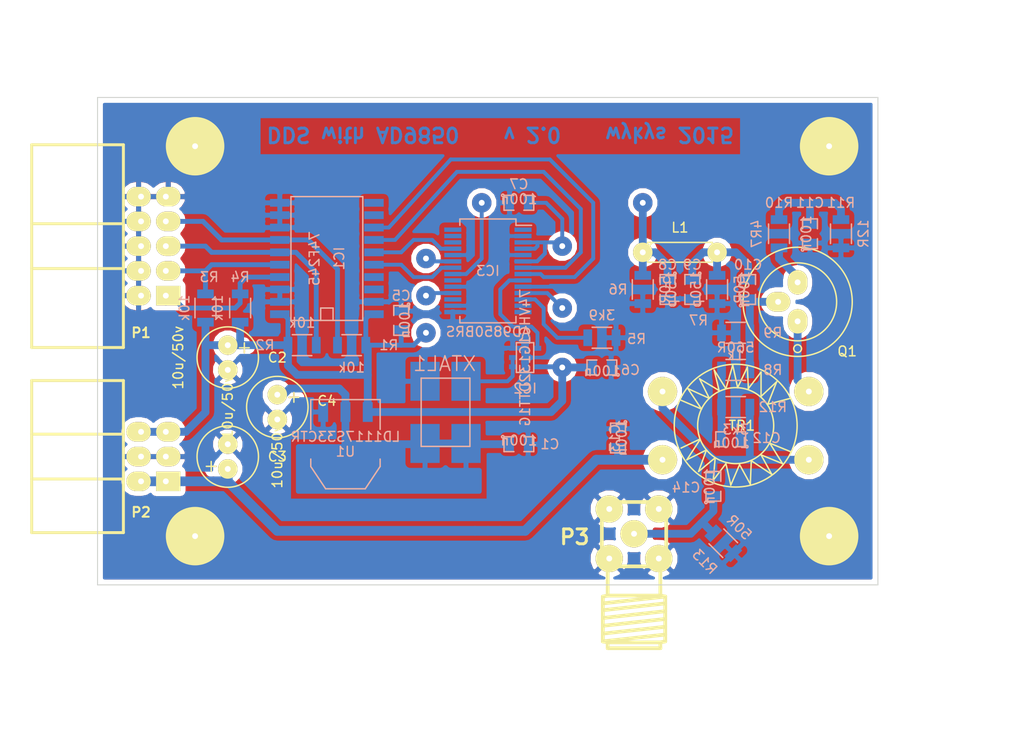
<source format=kicad_pcb>
(kicad_pcb (version 4) (host pcbnew 0.201504101001+5590~22~ubuntu14.04.1-product)

  (general
    (links 113)
    (no_connects 0)
    (area 119.949999 79.949999 200.050001 130.050001)
    (thickness 1.6)
    (drawings 7)
    (tracks 257)
    (zones 0)
    (modules 42)
    (nets 37)
  )

  (page A4)
  (layers
    (0 F.Cu power hide)
    (1 In1.Cu signal)
    (2 In2.Cu signal)
    (31 B.Cu signal)
    (32 B.Adhes user)
    (33 F.Adhes user)
    (34 B.Paste user)
    (35 F.Paste user)
    (36 B.SilkS user)
    (37 F.SilkS user)
    (38 B.Mask user)
    (39 F.Mask user)
    (40 Dwgs.User user)
    (41 Cmts.User user)
    (42 Eco1.User user)
    (43 Eco2.User user)
    (44 Edge.Cuts user)
    (45 Margin user)
    (46 B.CrtYd user)
    (47 F.CrtYd user)
    (48 B.Fab user)
    (49 F.Fab user)
  )

  (setup
    (last_trace_width 0.254)
    (user_trace_width 0.4)
    (user_trace_width 0.5)
    (user_trace_width 0.8)
    (user_trace_width 1)
    (user_trace_width 1.2)
    (user_trace_width 1.5)
    (trace_clearance 0.1)
    (zone_clearance 0.5)
    (zone_45_only no)
    (trace_min 0.254)
    (segment_width 0.2)
    (edge_width 0.1)
    (via_size 2)
    (via_drill 0.6)
    (via_min_size 2)
    (via_min_drill 0.6)
    (user_via 6 0.8)
    (user_via 6 0.8)
    (user_via 6 0.8)
    (user_via 6 0.8)
    (user_via 6 0.8)
    (user_via 6 0.8)
    (uvia_size 0.508)
    (uvia_drill 0.127)
    (uvias_allowed no)
    (uvia_min_size 0.508)
    (uvia_min_drill 0.127)
    (pcb_text_width 0.3)
    (pcb_text_size 1.5 1.5)
    (mod_edge_width 0.15)
    (mod_text_size 1 1)
    (mod_text_width 0.15)
    (pad_size 6 6)
    (pad_drill 0.6)
    (pad_to_mask_clearance 0)
    (aux_axis_origin 120 130)
    (visible_elements 7FFEFE7F)
    (pcbplotparams
      (layerselection 0x01000_80000001)
      (usegerberextensions false)
      (excludeedgelayer false)
      (linewidth 0.100000)
      (plotframeref false)
      (viasonmask false)
      (mode 1)
      (useauxorigin false)
      (hpglpennumber 1)
      (hpglpenspeed 20)
      (hpglpendiameter 15)
      (hpglpenoverlay 2)
      (psnegative false)
      (psa4output false)
      (plotreference false)
      (plotvalue false)
      (plotinvisibletext false)
      (padsonsilk false)
      (subtractmaskfromsilk false)
      (outputformat 4)
      (mirror false)
      (drillshape 2)
      (scaleselection 1)
      (outputdirectory out/))
  )

  (net 0 "")
  (net 1 +3V3)
  (net 2 GND)
  (net 3 +5V)
  (net 4 +12V)
  (net 5 "Net-(C10-Pad2)")
  (net 6 "Net-(C10-Pad1)")
  (net 7 "Net-(C12-Pad1)")
  (net 8 "Net-(C12-Pad2)")
  (net 9 "Net-(IC1-Pad11)")
  (net 10 "Net-(IC1-Pad12)")
  (net 11 "Net-(IC1-Pad13)")
  (net 12 "Net-(IC1-Pad14)")
  (net 13 "Net-(IC1-Pad15)")
  (net 14 "Net-(IC1-Pad16)")
  (net 15 "Net-(IC1-Pad17)")
  (net 16 "Net-(IC1-Pad18)")
  (net 17 /DDS_RESET)
  (net 18 /DDS_LOAD)
  (net 19 /DDS_WRITE)
  (net 20 /DDS_FQ_UD)
  (net 21 "Net-(IC2-Pad1)")
  (net 22 "Net-(IC2-Pad4)")
  (net 23 "Net-(IC3-Pad1)")
  (net 24 "Net-(IC3-Pad12)")
  (net 25 "Net-(IC3-Pad13)")
  (net 26 "Net-(IC3-Pad17)")
  (net 27 "Net-(IC3-Pad20)")
  (net 28 "Net-(IC3-Pad26)")
  (net 29 "Net-(IC3-Pad27)")
  (net 30 "Net-(IC3-Pad28)")
  (net 31 "Net-(Q1-Pad1)")
  (net 32 "Net-(Q1-Pad3)")
  (net 33 "Net-(C11-Pad2)")
  (net 34 "Net-(C14-Pad1)")
  (net 35 /DDS_DAC_OUT)
  (net 36 "Net-(IC3-Pad14)")

  (net_class Default "This is the default net class."
    (clearance 0.1)
    (trace_width 0.254)
    (via_dia 2)
    (via_drill 0.6)
    (uvia_dia 0.508)
    (uvia_drill 0.127)
    (add_net +12V)
    (add_net +3V3)
    (add_net +5V)
    (add_net /DDS_DAC_OUT)
    (add_net /DDS_FQ_UD)
    (add_net /DDS_LOAD)
    (add_net /DDS_RESET)
    (add_net /DDS_WRITE)
    (add_net GND)
    (add_net "Net-(C10-Pad1)")
    (add_net "Net-(C10-Pad2)")
    (add_net "Net-(C11-Pad2)")
    (add_net "Net-(C12-Pad1)")
    (add_net "Net-(C12-Pad2)")
    (add_net "Net-(C14-Pad1)")
    (add_net "Net-(IC1-Pad11)")
    (add_net "Net-(IC1-Pad12)")
    (add_net "Net-(IC1-Pad13)")
    (add_net "Net-(IC1-Pad14)")
    (add_net "Net-(IC1-Pad15)")
    (add_net "Net-(IC1-Pad16)")
    (add_net "Net-(IC1-Pad17)")
    (add_net "Net-(IC1-Pad18)")
    (add_net "Net-(IC2-Pad1)")
    (add_net "Net-(IC2-Pad4)")
    (add_net "Net-(IC3-Pad1)")
    (add_net "Net-(IC3-Pad12)")
    (add_net "Net-(IC3-Pad13)")
    (add_net "Net-(IC3-Pad14)")
    (add_net "Net-(IC3-Pad17)")
    (add_net "Net-(IC3-Pad20)")
    (add_net "Net-(IC3-Pad26)")
    (add_net "Net-(IC3-Pad27)")
    (add_net "Net-(IC3-Pad28)")
    (add_net "Net-(Q1-Pad1)")
    (add_net "Net-(Q1-Pad3)")
  )

  (module SMD_Packages:SMD-0805 (layer B.Cu) (tedit 552B1005) (tstamp 54DD1E11)
    (at 163.195 115.57)
    (path /54D7BC28)
    (attr smd)
    (fp_text reference C1 (at 3.175 0) (layer B.SilkS)
      (effects (font (size 1 1) (thickness 0.15)) (justify mirror))
    )
    (fp_text value 100n (at 0 -0.381) (layer B.SilkS)
      (effects (font (size 1 1) (thickness 0.15)) (justify mirror))
    )
    (fp_circle (center -1.651 -0.762) (end -1.651 -0.635) (layer B.SilkS) (width 0.15))
    (fp_line (start -0.508 -0.762) (end -1.524 -0.762) (layer B.SilkS) (width 0.15))
    (fp_line (start -1.524 -0.762) (end -1.524 0.762) (layer B.SilkS) (width 0.15))
    (fp_line (start -1.524 0.762) (end -0.508 0.762) (layer B.SilkS) (width 0.15))
    (fp_line (start 0.508 0.762) (end 1.524 0.762) (layer B.SilkS) (width 0.15))
    (fp_line (start 1.524 0.762) (end 1.524 -0.762) (layer B.SilkS) (width 0.15))
    (fp_line (start 1.524 -0.762) (end 0.508 -0.762) (layer B.SilkS) (width 0.15))
    (pad 1 smd rect (at -0.9525 0) (size 0.889 1.397) (layers B.Cu B.Paste B.Mask)
      (net 1 +3V3))
    (pad 2 smd rect (at 0.9525 0) (size 0.889 1.397) (layers B.Cu B.Paste B.Mask)
      (net 2 GND))
    (model SMD_Packages/SMD-0805.wrl
      (at (xyz 0 0 0))
      (scale (xyz 0.1 0.1 0.1))
      (rotate (xyz 0 0 0))
    )
  )

  (module Capacitors_Elko_ThroughHole:Elko_vert_11.2x6.3mm_RM2.5 (layer F.Cu) (tedit 552948CD) (tstamp 54DD1E17)
    (at 133.35 105.41 270)
    (descr "Electrolytic Capacitor, vertical, diameter 6,3mm, RM 2,5mm, radial,")
    (tags "Electrolytic Capacitor, vertical, diameter 6,3mm, RM 2,5mm, Elko, Electrolytkondensator, Kondensator gepolt, Durchmesser 6,3mm, radial,")
    (path /54D80284)
    (fp_text reference C2 (at 1.27 -5.08 360) (layer F.SilkS)
      (effects (font (size 1 1) (thickness 0.15)))
    )
    (fp_text value 10u/50v (at 1.27 5.08 270) (layer F.SilkS)
      (effects (font (size 1 1) (thickness 0.15)))
    )
    (fp_line (start 0.26924 -2.19964) (end 0.26924 -1.19888) (layer F.SilkS) (width 0.15))
    (fp_line (start -0.23114 -1.69926) (end 0.76962 -1.69926) (layer F.SilkS) (width 0.15))
    (fp_line (start 0.26924 -1.69926) (end 0.76962 -1.69926) (layer F.Cu) (width 0.15))
    (fp_line (start 0.26924 -1.69926) (end 0.26924 -2.19964) (layer F.Cu) (width 0.15))
    (fp_line (start -0.23114 -1.69926) (end 0.26924 -1.69926) (layer F.Cu) (width 0.15))
    (fp_line (start 0.26924 -1.69926) (end 0.26924 -1.30048) (layer F.Cu) (width 0.15))
    (fp_line (start 0.26924 -1.30048) (end 0.26924 -1.19888) (layer F.Cu) (width 0.15))
    (fp_circle (center 1.27 0) (end 4.4196 0) (layer F.SilkS) (width 0.15))
    (pad 2 thru_hole circle (at 2.54 0 270) (size 2 2) (drill 0.6) (layers *.Cu *.Mask F.SilkS)
      (net 2 GND))
    (pad 1 thru_hole circle (at 0 0 270) (size 2 2) (drill 0.6) (layers *.Cu *.Mask F.SilkS)
      (net 3 +5V))
    (model Capacitors_Elko_ThroughHole/Elko_vert_11.2x6.3mm_RM2.5.wrl
      (at (xyz 0 0 0))
      (scale (xyz 1 1 1))
      (rotate (xyz 0 0 0))
    )
  )

  (module Capacitors_Elko_ThroughHole:Elko_vert_11.2x6.3mm_RM2.5 (layer F.Cu) (tedit 552948D4) (tstamp 54DD1E1D)
    (at 133.35 118.11 90)
    (descr "Electrolytic Capacitor, vertical, diameter 6,3mm, RM 2,5mm, radial,")
    (tags "Electrolytic Capacitor, vertical, diameter 6,3mm, RM 2,5mm, Elko, Electrolytkondensator, Kondensator gepolt, Durchmesser 6,3mm, radial,")
    (path /54D803A1)
    (fp_text reference C3 (at 1.27 5.08 180) (layer F.SilkS)
      (effects (font (size 1 1) (thickness 0.15)))
    )
    (fp_text value 10u/50v (at 1.27 5.08 90) (layer F.SilkS)
      (effects (font (size 1 1) (thickness 0.15)))
    )
    (fp_line (start 0.26924 -2.19964) (end 0.26924 -1.19888) (layer F.SilkS) (width 0.15))
    (fp_line (start -0.23114 -1.69926) (end 0.76962 -1.69926) (layer F.SilkS) (width 0.15))
    (fp_line (start 0.26924 -1.69926) (end 0.76962 -1.69926) (layer F.Cu) (width 0.15))
    (fp_line (start 0.26924 -1.69926) (end 0.26924 -2.19964) (layer F.Cu) (width 0.15))
    (fp_line (start -0.23114 -1.69926) (end 0.26924 -1.69926) (layer F.Cu) (width 0.15))
    (fp_line (start 0.26924 -1.69926) (end 0.26924 -1.30048) (layer F.Cu) (width 0.15))
    (fp_line (start 0.26924 -1.30048) (end 0.26924 -1.19888) (layer F.Cu) (width 0.15))
    (fp_circle (center 1.27 0) (end 4.4196 0) (layer F.SilkS) (width 0.15))
    (pad 2 thru_hole circle (at 2.54 0 90) (size 2 2) (drill 0.6) (layers *.Cu *.Mask F.SilkS)
      (net 2 GND))
    (pad 1 thru_hole circle (at 0 0 90) (size 2 2) (drill 0.6) (layers *.Cu *.Mask F.SilkS)
      (net 4 +12V))
    (model Capacitors_Elko_ThroughHole/Elko_vert_11.2x6.3mm_RM2.5.wrl
      (at (xyz 0 0 0))
      (scale (xyz 1 1 1))
      (rotate (xyz 0 0 0))
    )
  )

  (module Capacitors_Elko_ThroughHole:Elko_vert_11.2x6.3mm_RM2.5 (layer F.Cu) (tedit 552948C7) (tstamp 54DD1E23)
    (at 138.43 110.49 270)
    (descr "Electrolytic Capacitor, vertical, diameter 6,3mm, RM 2,5mm, radial,")
    (tags "Electrolytic Capacitor, vertical, diameter 6,3mm, RM 2,5mm, Elko, Electrolytkondensator, Kondensator gepolt, Durchmesser 6,3mm, radial,")
    (path /54D81DA0)
    (fp_text reference C4 (at 0.635 -5.08 360) (layer F.SilkS)
      (effects (font (size 1 1) (thickness 0.15)))
    )
    (fp_text value 10u/50v (at 1.27 5.08 270) (layer F.SilkS)
      (effects (font (size 1 1) (thickness 0.15)))
    )
    (fp_line (start 0.26924 -2.19964) (end 0.26924 -1.19888) (layer F.SilkS) (width 0.15))
    (fp_line (start -0.23114 -1.69926) (end 0.76962 -1.69926) (layer F.SilkS) (width 0.15))
    (fp_line (start 0.26924 -1.69926) (end 0.76962 -1.69926) (layer F.Cu) (width 0.15))
    (fp_line (start 0.26924 -1.69926) (end 0.26924 -2.19964) (layer F.Cu) (width 0.15))
    (fp_line (start -0.23114 -1.69926) (end 0.26924 -1.69926) (layer F.Cu) (width 0.15))
    (fp_line (start 0.26924 -1.69926) (end 0.26924 -1.30048) (layer F.Cu) (width 0.15))
    (fp_line (start 0.26924 -1.30048) (end 0.26924 -1.19888) (layer F.Cu) (width 0.15))
    (fp_circle (center 1.27 0) (end 4.4196 0) (layer F.SilkS) (width 0.15))
    (pad 2 thru_hole circle (at 2.54 0 270) (size 2 2) (drill 0.6) (layers *.Cu *.Mask F.SilkS)
      (net 2 GND))
    (pad 1 thru_hole circle (at 0 0 270) (size 2 2) (drill 0.6) (layers *.Cu *.Mask F.SilkS)
      (net 1 +3V3))
    (model Capacitors_Elko_ThroughHole/Elko_vert_11.2x6.3mm_RM2.5.wrl
      (at (xyz 0 0 0))
      (scale (xyz 1 1 1))
      (rotate (xyz 0 0 0))
    )
  )

  (module SMD_Packages:SMD-0805 (layer B.Cu) (tedit 552B1016) (tstamp 54DD1E29)
    (at 151.13 102.87 270)
    (path /54D7BCBA)
    (attr smd)
    (fp_text reference C5 (at -2.54 0 360) (layer B.SilkS)
      (effects (font (size 1 1) (thickness 0.15)) (justify mirror))
    )
    (fp_text value 100n (at 0 -0.381 270) (layer B.SilkS)
      (effects (font (size 1 1) (thickness 0.15)) (justify mirror))
    )
    (fp_circle (center -1.651 -0.762) (end -1.651 -0.635) (layer B.SilkS) (width 0.15))
    (fp_line (start -0.508 -0.762) (end -1.524 -0.762) (layer B.SilkS) (width 0.15))
    (fp_line (start -1.524 -0.762) (end -1.524 0.762) (layer B.SilkS) (width 0.15))
    (fp_line (start -1.524 0.762) (end -0.508 0.762) (layer B.SilkS) (width 0.15))
    (fp_line (start 0.508 0.762) (end 1.524 0.762) (layer B.SilkS) (width 0.15))
    (fp_line (start 1.524 0.762) (end 1.524 -0.762) (layer B.SilkS) (width 0.15))
    (fp_line (start 1.524 -0.762) (end 0.508 -0.762) (layer B.SilkS) (width 0.15))
    (pad 1 smd rect (at -0.9525 0 270) (size 0.889 1.397) (layers B.Cu B.Paste B.Mask)
      (net 2 GND))
    (pad 2 smd rect (at 0.9525 0 270) (size 0.889 1.397) (layers B.Cu B.Paste B.Mask)
      (net 3 +5V))
    (model SMD_Packages/SMD-0805.wrl
      (at (xyz 0 0 0))
      (scale (xyz 0.1 0.1 0.1))
      (rotate (xyz 0 0 0))
    )
  )

  (module SMD_Packages:SMD-0805 (layer B.Cu) (tedit 552B1003) (tstamp 54DD1E2F)
    (at 171.704 107.696 180)
    (path /54D7BB62)
    (attr smd)
    (fp_text reference C6 (at -2.921 -0.254 180) (layer B.SilkS)
      (effects (font (size 1 1) (thickness 0.15)) (justify mirror))
    )
    (fp_text value 100n (at 0 -0.381 180) (layer B.SilkS)
      (effects (font (size 1 1) (thickness 0.15)) (justify mirror))
    )
    (fp_circle (center -1.651 -0.762) (end -1.651 -0.635) (layer B.SilkS) (width 0.15))
    (fp_line (start -0.508 -0.762) (end -1.524 -0.762) (layer B.SilkS) (width 0.15))
    (fp_line (start -1.524 -0.762) (end -1.524 0.762) (layer B.SilkS) (width 0.15))
    (fp_line (start -1.524 0.762) (end -0.508 0.762) (layer B.SilkS) (width 0.15))
    (fp_line (start 0.508 0.762) (end 1.524 0.762) (layer B.SilkS) (width 0.15))
    (fp_line (start 1.524 0.762) (end 1.524 -0.762) (layer B.SilkS) (width 0.15))
    (fp_line (start 1.524 -0.762) (end 0.508 -0.762) (layer B.SilkS) (width 0.15))
    (pad 1 smd rect (at -0.9525 0 180) (size 0.889 1.397) (layers B.Cu B.Paste B.Mask)
      (net 2 GND))
    (pad 2 smd rect (at 0.9525 0 180) (size 0.889 1.397) (layers B.Cu B.Paste B.Mask)
      (net 3 +5V))
    (model SMD_Packages/SMD-0805.wrl
      (at (xyz 0 0 0))
      (scale (xyz 0.1 0.1 0.1))
      (rotate (xyz 0 0 0))
    )
  )

  (module SMD_Packages:SMD-0805 (layer B.Cu) (tedit 552B100D) (tstamp 54E0C0CF)
    (at 163.195 90.805)
    (path /54D93DA2)
    (attr smd)
    (fp_text reference C7 (at 0 -1.905) (layer B.SilkS)
      (effects (font (size 1 1) (thickness 0.15)) (justify mirror))
    )
    (fp_text value 100n (at 0 -0.381) (layer B.SilkS)
      (effects (font (size 1 1) (thickness 0.15)) (justify mirror))
    )
    (fp_circle (center -1.651 -0.762) (end -1.651 -0.635) (layer B.SilkS) (width 0.15))
    (fp_line (start -0.508 -0.762) (end -1.524 -0.762) (layer B.SilkS) (width 0.15))
    (fp_line (start -1.524 -0.762) (end -1.524 0.762) (layer B.SilkS) (width 0.15))
    (fp_line (start -1.524 0.762) (end -0.508 0.762) (layer B.SilkS) (width 0.15))
    (fp_line (start 0.508 0.762) (end 1.524 0.762) (layer B.SilkS) (width 0.15))
    (fp_line (start 1.524 0.762) (end 1.524 -0.762) (layer B.SilkS) (width 0.15))
    (fp_line (start 1.524 -0.762) (end 0.508 -0.762) (layer B.SilkS) (width 0.15))
    (pad 1 smd rect (at -0.9525 0) (size 0.889 1.397) (layers B.Cu B.Paste B.Mask)
      (net 2 GND))
    (pad 2 smd rect (at 0.9525 0) (size 0.889 1.397) (layers B.Cu B.Paste B.Mask)
      (net 3 +5V))
    (model SMD_Packages/SMD-0805.wrl
      (at (xyz 0 0 0))
      (scale (xyz 0.1 0.1 0.1))
      (rotate (xyz 0 0 0))
    )
  )

  (module SMD_Packages:SMD-0805 (layer B.Cu) (tedit 552B0FF3) (tstamp 54DD1E3B)
    (at 178.435 99.695 270)
    (path /54D8E44C)
    (attr smd)
    (fp_text reference C8 (at -2.54 0 360) (layer B.SilkS)
      (effects (font (size 1 1) (thickness 0.15)) (justify mirror))
    )
    (fp_text value 150p (at 0 -0.381 270) (layer B.SilkS)
      (effects (font (size 1 1) (thickness 0.15)) (justify mirror))
    )
    (fp_circle (center -1.651 -0.762) (end -1.651 -0.635) (layer B.SilkS) (width 0.15))
    (fp_line (start -0.508 -0.762) (end -1.524 -0.762) (layer B.SilkS) (width 0.15))
    (fp_line (start -1.524 -0.762) (end -1.524 0.762) (layer B.SilkS) (width 0.15))
    (fp_line (start -1.524 0.762) (end -0.508 0.762) (layer B.SilkS) (width 0.15))
    (fp_line (start 0.508 0.762) (end 1.524 0.762) (layer B.SilkS) (width 0.15))
    (fp_line (start 1.524 0.762) (end 1.524 -0.762) (layer B.SilkS) (width 0.15))
    (fp_line (start 1.524 -0.762) (end 0.508 -0.762) (layer B.SilkS) (width 0.15))
    (pad 1 smd rect (at -0.9525 0 270) (size 0.889 1.397) (layers B.Cu B.Paste B.Mask)
      (net 35 /DDS_DAC_OUT))
    (pad 2 smd rect (at 0.9525 0 270) (size 0.889 1.397) (layers B.Cu B.Paste B.Mask)
      (net 2 GND))
    (model SMD_Packages/SMD-0805.wrl
      (at (xyz 0 0 0))
      (scale (xyz 0.1 0.1 0.1))
      (rotate (xyz 0 0 0))
    )
  )

  (module SMD_Packages:SMD-0805 (layer B.Cu) (tedit 552B0FEA) (tstamp 54DD1E41)
    (at 180.975 99.695 270)
    (path /54D8E47B)
    (attr smd)
    (fp_text reference C9 (at -2.54 0 360) (layer B.SilkS)
      (effects (font (size 1 1) (thickness 0.15)) (justify mirror))
    )
    (fp_text value 150p (at 0 -0.381 270) (layer B.SilkS)
      (effects (font (size 1 1) (thickness 0.15)) (justify mirror))
    )
    (fp_circle (center -1.651 -0.762) (end -1.651 -0.635) (layer B.SilkS) (width 0.15))
    (fp_line (start -0.508 -0.762) (end -1.524 -0.762) (layer B.SilkS) (width 0.15))
    (fp_line (start -1.524 -0.762) (end -1.524 0.762) (layer B.SilkS) (width 0.15))
    (fp_line (start -1.524 0.762) (end -0.508 0.762) (layer B.SilkS) (width 0.15))
    (fp_line (start 0.508 0.762) (end 1.524 0.762) (layer B.SilkS) (width 0.15))
    (fp_line (start 1.524 0.762) (end 1.524 -0.762) (layer B.SilkS) (width 0.15))
    (fp_line (start 1.524 -0.762) (end 0.508 -0.762) (layer B.SilkS) (width 0.15))
    (pad 1 smd rect (at -0.9525 0 270) (size 0.889 1.397) (layers B.Cu B.Paste B.Mask)
      (net 5 "Net-(C10-Pad2)"))
    (pad 2 smd rect (at 0.9525 0 270) (size 0.889 1.397) (layers B.Cu B.Paste B.Mask)
      (net 2 GND))
    (model SMD_Packages/SMD-0805.wrl
      (at (xyz 0 0 0))
      (scale (xyz 0.1 0.1 0.1))
      (rotate (xyz 0 0 0))
    )
  )

  (module SMD_Packages:SMD-0805 (layer B.Cu) (tedit 552B0FE4) (tstamp 54DD1E47)
    (at 186.69 99.695 90)
    (path /54E4A3C9)
    (attr smd)
    (fp_text reference C10 (at 2.54 0 180) (layer B.SilkS)
      (effects (font (size 1 1) (thickness 0.15)) (justify mirror))
    )
    (fp_text value 100n (at 0 -0.381 90) (layer B.SilkS)
      (effects (font (size 1 1) (thickness 0.15)) (justify mirror))
    )
    (fp_circle (center -1.651 -0.762) (end -1.651 -0.635) (layer B.SilkS) (width 0.15))
    (fp_line (start -0.508 -0.762) (end -1.524 -0.762) (layer B.SilkS) (width 0.15))
    (fp_line (start -1.524 -0.762) (end -1.524 0.762) (layer B.SilkS) (width 0.15))
    (fp_line (start -1.524 0.762) (end -0.508 0.762) (layer B.SilkS) (width 0.15))
    (fp_line (start 0.508 0.762) (end 1.524 0.762) (layer B.SilkS) (width 0.15))
    (fp_line (start 1.524 0.762) (end 1.524 -0.762) (layer B.SilkS) (width 0.15))
    (fp_line (start 1.524 -0.762) (end 0.508 -0.762) (layer B.SilkS) (width 0.15))
    (pad 1 smd rect (at -0.9525 0 90) (size 0.889 1.397) (layers B.Cu B.Paste B.Mask)
      (net 6 "Net-(C10-Pad1)"))
    (pad 2 smd rect (at 0.9525 0 90) (size 0.889 1.397) (layers B.Cu B.Paste B.Mask)
      (net 5 "Net-(C10-Pad2)"))
    (model SMD_Packages/SMD-0805.wrl
      (at (xyz 0 0 0))
      (scale (xyz 0.1 0.1 0.1))
      (rotate (xyz 0 0 0))
    )
  )

  (module SMD_Packages:SMD-0805 (layer B.Cu) (tedit 552B1039) (tstamp 54DD1E4D)
    (at 193.04 93.98 90)
    (path /54E4B8E8)
    (attr smd)
    (fp_text reference C11 (at 3.175 0 180) (layer B.SilkS)
      (effects (font (size 1 1) (thickness 0.15)) (justify mirror))
    )
    (fp_text value 100n (at 0 -0.381 90) (layer B.SilkS)
      (effects (font (size 1 1) (thickness 0.15)) (justify mirror))
    )
    (fp_circle (center -1.651 -0.762) (end -1.651 -0.635) (layer B.SilkS) (width 0.15))
    (fp_line (start -0.508 -0.762) (end -1.524 -0.762) (layer B.SilkS) (width 0.15))
    (fp_line (start -1.524 -0.762) (end -1.524 0.762) (layer B.SilkS) (width 0.15))
    (fp_line (start -1.524 0.762) (end -0.508 0.762) (layer B.SilkS) (width 0.15))
    (fp_line (start 0.508 0.762) (end 1.524 0.762) (layer B.SilkS) (width 0.15))
    (fp_line (start 1.524 0.762) (end 1.524 -0.762) (layer B.SilkS) (width 0.15))
    (fp_line (start 1.524 -0.762) (end 0.508 -0.762) (layer B.SilkS) (width 0.15))
    (pad 1 smd rect (at -0.9525 0 90) (size 0.889 1.397) (layers B.Cu B.Paste B.Mask)
      (net 2 GND))
    (pad 2 smd rect (at 0.9525 0 90) (size 0.889 1.397) (layers B.Cu B.Paste B.Mask)
      (net 33 "Net-(C11-Pad2)"))
    (model SMD_Packages/SMD-0805.wrl
      (at (xyz 0 0 0))
      (scale (xyz 0.1 0.1 0.1))
      (rotate (xyz 0 0 0))
    )
  )

  (module SMD_Packages:SMD-0805 (layer B.Cu) (tedit 552B0FCE) (tstamp 54DD1E53)
    (at 184.912 115.062 180)
    (path /54E4FD60)
    (attr smd)
    (fp_text reference C12 (at -3.683 0.127 180) (layer B.SilkS)
      (effects (font (size 1 1) (thickness 0.15)) (justify mirror))
    )
    (fp_text value 100n (at 0 -0.381 180) (layer B.SilkS)
      (effects (font (size 1 1) (thickness 0.15)) (justify mirror))
    )
    (fp_circle (center -1.651 -0.762) (end -1.651 -0.635) (layer B.SilkS) (width 0.15))
    (fp_line (start -0.508 -0.762) (end -1.524 -0.762) (layer B.SilkS) (width 0.15))
    (fp_line (start -1.524 -0.762) (end -1.524 0.762) (layer B.SilkS) (width 0.15))
    (fp_line (start -1.524 0.762) (end -0.508 0.762) (layer B.SilkS) (width 0.15))
    (fp_line (start 0.508 0.762) (end 1.524 0.762) (layer B.SilkS) (width 0.15))
    (fp_line (start 1.524 0.762) (end 1.524 -0.762) (layer B.SilkS) (width 0.15))
    (fp_line (start 1.524 -0.762) (end 0.508 -0.762) (layer B.SilkS) (width 0.15))
    (pad 1 smd rect (at -0.9525 0 180) (size 0.889 1.397) (layers B.Cu B.Paste B.Mask)
      (net 7 "Net-(C12-Pad1)"))
    (pad 2 smd rect (at 0.9525 0 180) (size 0.889 1.397) (layers B.Cu B.Paste B.Mask)
      (net 8 "Net-(C12-Pad2)"))
    (model SMD_Packages/SMD-0805.wrl
      (at (xyz 0 0 0))
      (scale (xyz 0.1 0.1 0.1))
      (rotate (xyz 0 0 0))
    )
  )

  (module SMD_Packages:SO-20-L (layer B.Cu) (tedit 54DFC7D1) (tstamp 54DD1E6B)
    (at 143.51 96.52 90)
    (descr "Cms SOJ 20 pins large")
    (tags "CMS SOJ")
    (path /54D77D92)
    (attr smd)
    (fp_text reference IC1 (at 0 1.27 90) (layer B.SilkS)
      (effects (font (size 1 1) (thickness 0.15)) (justify mirror))
    )
    (fp_text value 74F245 (at 0 -1.27 90) (layer B.SilkS)
      (effects (font (size 1 1) (thickness 0.15)) (justify mirror))
    )
    (fp_line (start 6.35 -3.683) (end 6.35 3.683) (layer B.SilkS) (width 0.15))
    (fp_line (start -6.35 3.683) (end -6.35 -3.683) (layer B.SilkS) (width 0.15))
    (fp_line (start 6.35 -3.683) (end -6.35 -3.683) (layer B.SilkS) (width 0.15))
    (fp_line (start -6.35 3.683) (end 6.35 3.683) (layer B.SilkS) (width 0.15))
    (fp_line (start -6.35 0.635) (end -5.08 0.635) (layer B.SilkS) (width 0.15))
    (fp_line (start -5.08 0.635) (end -5.08 -0.635) (layer B.SilkS) (width 0.15))
    (fp_line (start -5.08 -0.635) (end -6.35 -0.635) (layer B.SilkS) (width 0.15))
    (pad 11 smd rect (at 5.715 4.826 90) (size 0.8 2) (layers B.Cu B.Paste B.Mask)
      (net 9 "Net-(IC1-Pad11)"))
    (pad 12 smd rect (at 4.445 4.826 90) (size 0.8 2) (layers B.Cu B.Paste B.Mask)
      (net 10 "Net-(IC1-Pad12)"))
    (pad 13 smd rect (at 3.175 4.826 90) (size 0.8 2) (layers B.Cu B.Paste B.Mask)
      (net 11 "Net-(IC1-Pad13)"))
    (pad 14 smd rect (at 1.905 4.826 90) (size 0.8 2) (layers B.Cu B.Paste B.Mask)
      (net 12 "Net-(IC1-Pad14)"))
    (pad 15 smd rect (at 0.635 4.826 90) (size 0.8 2) (layers B.Cu B.Paste B.Mask)
      (net 13 "Net-(IC1-Pad15)"))
    (pad 16 smd rect (at -0.635 4.826 90) (size 0.8 2) (layers B.Cu B.Paste B.Mask)
      (net 14 "Net-(IC1-Pad16)"))
    (pad 17 smd rect (at -1.905 4.826 90) (size 0.8 2) (layers B.Cu B.Paste B.Mask)
      (net 15 "Net-(IC1-Pad17)"))
    (pad 18 smd rect (at -3.175 4.826 90) (size 0.8 2) (layers B.Cu B.Paste B.Mask)
      (net 16 "Net-(IC1-Pad18)"))
    (pad 19 smd rect (at -4.445 4.826 90) (size 0.8 2) (layers B.Cu B.Paste B.Mask)
      (net 2 GND))
    (pad 20 smd rect (at -5.715 4.826 90) (size 0.8 2) (layers B.Cu B.Paste B.Mask)
      (net 3 +5V))
    (pad 1 smd rect (at -5.715 -4.826 90) (size 0.8 2) (layers B.Cu B.Paste B.Mask)
      (net 3 +5V))
    (pad 2 smd rect (at -4.445 -4.826 90) (size 0.8 2) (layers B.Cu B.Paste B.Mask)
      (net 2 GND))
    (pad 3 smd rect (at -3.175 -4.826 90) (size 0.8 2) (layers B.Cu B.Paste B.Mask)
      (net 2 GND))
    (pad 4 smd rect (at -1.905 -4.826 90) (size 0.8 2) (layers B.Cu B.Paste B.Mask)
      (net 17 /DDS_RESET))
    (pad 5 smd rect (at -0.635 -4.826 90) (size 0.8 2) (layers B.Cu B.Paste B.Mask)
      (net 18 /DDS_LOAD))
    (pad 6 smd rect (at 0.635 -4.826 90) (size 0.8 2) (layers B.Cu B.Paste B.Mask)
      (net 19 /DDS_WRITE))
    (pad 7 smd rect (at 1.905 -4.826 90) (size 0.8 2) (layers B.Cu B.Paste B.Mask)
      (net 20 /DDS_FQ_UD))
    (pad 8 smd rect (at 3.175 -4.826 90) (size 0.8 2) (layers B.Cu B.Paste B.Mask)
      (net 2 GND))
    (pad 9 smd rect (at 4.445 -4.826 90) (size 0.8 2) (layers B.Cu B.Paste B.Mask)
      (net 2 GND))
    (pad 10 smd rect (at 5.715 -4.826 90) (size 0.8 2) (layers B.Cu B.Paste B.Mask)
      (net 2 GND))
    (model SMD_Packages/SO-20-L.wrl
      (at (xyz 0 0 0))
      (scale (xyz 0.5 0.6 0.5))
      (rotate (xyz 0 0 0))
    )
  )

  (module SMD_Packages:SOT-23-5 (layer B.Cu) (tedit 552B108E) (tstamp 54DD1E74)
    (at 163.83 106.68 90)
    (path /54D77DF3)
    (attr smd)
    (fp_text reference IC2 (at -3.175 0 360) (layer B.SilkS)
      (effects (font (size 1 1) (thickness 0.15)) (justify mirror))
    )
    (fp_text value 74VHC1G132DTT1G (at 0 0 90) (layer B.SilkS)
      (effects (font (size 1 1) (thickness 0.15)) (justify mirror))
    )
    (fp_line (start 1.524 0.889) (end 1.524 -0.889) (layer B.SilkS) (width 0.15))
    (fp_line (start 1.524 -0.889) (end -1.524 -0.889) (layer B.SilkS) (width 0.15))
    (fp_line (start -1.524 -0.889) (end -1.524 0.889) (layer B.SilkS) (width 0.15))
    (fp_line (start -1.524 0.889) (end 1.524 0.889) (layer B.SilkS) (width 0.15))
    (pad 1 smd rect (at -0.9525 -1.27 90) (size 0.508 0.762) (layers B.Cu B.Paste B.Mask)
      (net 21 "Net-(IC2-Pad1)"))
    (pad 3 smd rect (at 0.9525 -1.27 90) (size 0.508 0.762) (layers B.Cu B.Paste B.Mask)
      (net 2 GND))
    (pad 5 smd rect (at -0.9525 1.27 90) (size 0.508 0.762) (layers B.Cu B.Paste B.Mask)
      (net 3 +5V))
    (pad 2 smd rect (at 0 -1.27 90) (size 0.508 0.762) (layers B.Cu B.Paste B.Mask)
      (net 21 "Net-(IC2-Pad1)"))
    (pad 4 smd rect (at 0.9525 1.27 90) (size 0.508 0.762) (layers B.Cu B.Paste B.Mask)
      (net 22 "Net-(IC2-Pad4)"))
    (model SMD_Packages/SOT-23-5.wrl
      (at (xyz 0 0 0))
      (scale (xyz 0.1 0.1 0.1))
      (rotate (xyz 0 0 0))
    )
  )

  (module Discret:R3-LARGE_PADS (layer F.Cu) (tedit 552948A8) (tstamp 54DD1E9A)
    (at 179.705 95.885)
    (descr "Resitance 3 pas")
    (tags R)
    (path /54D8F62C)
    (autoplace_cost180 10)
    (fp_text reference L1 (at 0 -2.54) (layer F.SilkS)
      (effects (font (size 1 1) (thickness 0.15)))
    )
    (fp_text value 1u (at 0 0) (layer F.SilkS) hide
      (effects (font (size 1 1) (thickness 0.15)))
    )
    (fp_line (start -3.81 0) (end -3.302 0) (layer F.SilkS) (width 0.15))
    (fp_line (start 3.81 0) (end 3.302 0) (layer F.SilkS) (width 0.15))
    (fp_line (start 3.302 0) (end 3.302 -1.016) (layer F.SilkS) (width 0.15))
    (fp_line (start 3.302 -1.016) (end -3.302 -1.016) (layer F.SilkS) (width 0.15))
    (fp_line (start -3.302 -1.016) (end -3.302 1.016) (layer F.SilkS) (width 0.15))
    (fp_line (start -3.302 1.016) (end 3.302 1.016) (layer F.SilkS) (width 0.15))
    (fp_line (start 3.302 1.016) (end 3.302 0) (layer F.SilkS) (width 0.15))
    (fp_line (start -3.302 -0.508) (end -2.794 -1.016) (layer F.SilkS) (width 0.15))
    (pad 1 thru_hole circle (at -3.81 0) (size 2 2) (drill 0.6) (layers *.Cu *.Mask F.SilkS)
      (net 35 /DDS_DAC_OUT))
    (pad 2 thru_hole circle (at 3.81 0) (size 2 2) (drill 0.6) (layers *.Cu *.Mask F.SilkS)
      (net 5 "Net-(C10-Pad2)"))
    (model Discret/R3-LARGE_PADS.wrl
      (at (xyz 0 0 0))
      (scale (xyz 0.3 0.3 0.3))
      (rotate (xyz 0 0 0))
    )
  )

  (module Transistors_OldSowjetAera:OldSowjetaera_Transistor_Type-II_BigPads (layer F.Cu) (tedit 552B0D87) (tstamp 54DD1EB9)
    (at 191.77 100.965 90)
    (path /54E4A419)
    (fp_text reference Q1 (at -5.08 5.08 180) (layer F.SilkS)
      (effects (font (size 1 1) (thickness 0.15)))
    )
    (fp_text value KF630D (at 0.1 7.6 90) (layer F.SilkS) hide
      (effects (font (size 1 1) (thickness 0.15)))
    )
    (fp_circle (center -4.8 0) (end -4.8 0.4) (layer F.SilkS) (width 0.15))
    (fp_circle (center 0 0) (end 4 0) (layer F.SilkS) (width 0.15))
    (fp_circle (center 0 0) (end 5.6 0) (layer F.SilkS) (width 0.15))
    (pad 2 thru_hole oval (at 0 -2 90) (size 2 2.5) (drill 0.6) (layers *.Cu *.Mask F.SilkS)
      (net 6 "Net-(C10-Pad1)"))
    (pad 1 thru_hole oval (at -2 0 180) (size 2 2.5) (drill 0.6) (layers *.Cu *.Mask F.SilkS)
      (net 31 "Net-(Q1-Pad1)"))
    (pad 3 thru_hole oval (at 2 0 180) (size 2 2.5) (drill 0.6) (layers *.Cu *.Mask F.SilkS)
      (net 32 "Net-(Q1-Pad3)"))
    (model Transistors_OldSowjetAera/OldSowjetaera_Transistor_Type-II_BigPads.wrl
      (at (xyz 0 0 0))
      (scale (xyz 0.3937 0.3937 0.3937))
      (rotate (xyz 0 0 0))
    )
  )

  (module Resistors_SMD:R_1206 (layer B.Cu) (tedit 552B101A) (tstamp 54DD1EBF)
    (at 146.05 105.41 180)
    (descr "Resistor SMD 1206, reflow soldering, Vishay (see dcrcw.pdf)")
    (tags "resistor 1206")
    (path /54D7C210)
    (attr smd)
    (fp_text reference R1 (at -3.81 0 180) (layer B.SilkS)
      (effects (font (size 1 1) (thickness 0.15)) (justify mirror))
    )
    (fp_text value 10k (at 0 -2.3 180) (layer B.SilkS)
      (effects (font (size 1 1) (thickness 0.15)) (justify mirror))
    )
    (fp_line (start -2.2 1.2) (end 2.2 1.2) (layer B.CrtYd) (width 0.05))
    (fp_line (start -2.2 -1.2) (end 2.2 -1.2) (layer B.CrtYd) (width 0.05))
    (fp_line (start -2.2 1.2) (end -2.2 -1.2) (layer B.CrtYd) (width 0.05))
    (fp_line (start 2.2 1.2) (end 2.2 -1.2) (layer B.CrtYd) (width 0.05))
    (fp_line (start 1 -1.075) (end -1 -1.075) (layer B.SilkS) (width 0.15))
    (fp_line (start -1 1.075) (end 1 1.075) (layer B.SilkS) (width 0.15))
    (pad 1 smd rect (at -1.45 0 180) (size 0.9 1.7) (layers B.Cu B.Paste B.Mask)
      (net 3 +5V))
    (pad 2 smd rect (at 1.45 0 180) (size 0.9 1.7) (layers B.Cu B.Paste B.Mask)
      (net 20 /DDS_FQ_UD))
    (model Resistors_SMD/R_1206.wrl
      (at (xyz 0 0 0))
      (scale (xyz 1 1 1))
      (rotate (xyz 0 0 0))
    )
  )

  (module Resistors_SMD:R_1206 (layer B.Cu) (tedit 552B101E) (tstamp 54DD1EC5)
    (at 140.97 105.41)
    (descr "Resistor SMD 1206, reflow soldering, Vishay (see dcrcw.pdf)")
    (tags "resistor 1206")
    (path /54D7C2B2)
    (attr smd)
    (fp_text reference R2 (at -3.81 0) (layer B.SilkS)
      (effects (font (size 1 1) (thickness 0.15)) (justify mirror))
    )
    (fp_text value 10k (at 0 -2.3) (layer B.SilkS)
      (effects (font (size 1 1) (thickness 0.15)) (justify mirror))
    )
    (fp_line (start -2.2 1.2) (end 2.2 1.2) (layer B.CrtYd) (width 0.05))
    (fp_line (start -2.2 -1.2) (end 2.2 -1.2) (layer B.CrtYd) (width 0.05))
    (fp_line (start -2.2 1.2) (end -2.2 -1.2) (layer B.CrtYd) (width 0.05))
    (fp_line (start 2.2 1.2) (end 2.2 -1.2) (layer B.CrtYd) (width 0.05))
    (fp_line (start 1 -1.075) (end -1 -1.075) (layer B.SilkS) (width 0.15))
    (fp_line (start -1 1.075) (end 1 1.075) (layer B.SilkS) (width 0.15))
    (pad 1 smd rect (at -1.45 0) (size 0.9 1.7) (layers B.Cu B.Paste B.Mask)
      (net 3 +5V))
    (pad 2 smd rect (at 1.45 0) (size 0.9 1.7) (layers B.Cu B.Paste B.Mask)
      (net 19 /DDS_WRITE))
    (model Resistors_SMD/R_1206.wrl
      (at (xyz 0 0 0))
      (scale (xyz 1 1 1))
      (rotate (xyz 0 0 0))
    )
  )

  (module Resistors_SMD:R_1206 (layer B.Cu) (tedit 552B102A) (tstamp 54DD1ECB)
    (at 131.064 101.6 90)
    (descr "Resistor SMD 1206, reflow soldering, Vishay (see dcrcw.pdf)")
    (tags "resistor 1206")
    (path /54D7C2CA)
    (attr smd)
    (fp_text reference R3 (at 3.175 0.381 180) (layer B.SilkS)
      (effects (font (size 1 1) (thickness 0.15)) (justify mirror))
    )
    (fp_text value 10k (at 0 -2.159 90) (layer B.SilkS)
      (effects (font (size 1 1) (thickness 0.15)) (justify mirror))
    )
    (fp_line (start -2.2 1.2) (end 2.2 1.2) (layer B.CrtYd) (width 0.05))
    (fp_line (start -2.2 -1.2) (end 2.2 -1.2) (layer B.CrtYd) (width 0.05))
    (fp_line (start -2.2 1.2) (end -2.2 -1.2) (layer B.CrtYd) (width 0.05))
    (fp_line (start 2.2 1.2) (end 2.2 -1.2) (layer B.CrtYd) (width 0.05))
    (fp_line (start 1 -1.075) (end -1 -1.075) (layer B.SilkS) (width 0.15))
    (fp_line (start -1 1.075) (end 1 1.075) (layer B.SilkS) (width 0.15))
    (pad 1 smd rect (at -1.45 0 90) (size 0.9 1.7) (layers B.Cu B.Paste B.Mask)
      (net 3 +5V))
    (pad 2 smd rect (at 1.45 0 90) (size 0.9 1.7) (layers B.Cu B.Paste B.Mask)
      (net 18 /DDS_LOAD))
    (model Resistors_SMD/R_1206.wrl
      (at (xyz 0 0 0))
      (scale (xyz 1 1 1))
      (rotate (xyz 0 0 0))
    )
  )

  (module Resistors_SMD:R_1206 (layer B.Cu) (tedit 552B1025) (tstamp 54DD1ED1)
    (at 134.62 101.6 90)
    (descr "Resistor SMD 1206, reflow soldering, Vishay (see dcrcw.pdf)")
    (tags "resistor 1206")
    (path /54D7C2DF)
    (attr smd)
    (fp_text reference R4 (at 3.175 0 180) (layer B.SilkS)
      (effects (font (size 1 1) (thickness 0.15)) (justify mirror))
    )
    (fp_text value 10k (at 0 -2.3 90) (layer B.SilkS)
      (effects (font (size 1 1) (thickness 0.15)) (justify mirror))
    )
    (fp_line (start -2.2 1.2) (end 2.2 1.2) (layer B.CrtYd) (width 0.05))
    (fp_line (start -2.2 -1.2) (end 2.2 -1.2) (layer B.CrtYd) (width 0.05))
    (fp_line (start -2.2 1.2) (end -2.2 -1.2) (layer B.CrtYd) (width 0.05))
    (fp_line (start 2.2 1.2) (end 2.2 -1.2) (layer B.CrtYd) (width 0.05))
    (fp_line (start 1 -1.075) (end -1 -1.075) (layer B.SilkS) (width 0.15))
    (fp_line (start -1 1.075) (end 1 1.075) (layer B.SilkS) (width 0.15))
    (pad 1 smd rect (at -1.45 0 90) (size 0.9 1.7) (layers B.Cu B.Paste B.Mask)
      (net 3 +5V))
    (pad 2 smd rect (at 1.45 0 90) (size 0.9 1.7) (layers B.Cu B.Paste B.Mask)
      (net 17 /DDS_RESET))
    (model Resistors_SMD/R_1206.wrl
      (at (xyz 0 0 0))
      (scale (xyz 1 1 1))
      (rotate (xyz 0 0 0))
    )
  )

  (module Resistors_SMD:R_1206 (layer B.Cu) (tedit 552B0FFF) (tstamp 54DD1ED7)
    (at 171.704 104.648)
    (descr "Resistor SMD 1206, reflow soldering, Vishay (see dcrcw.pdf)")
    (tags "resistor 1206")
    (path /54D7C57D)
    (attr smd)
    (fp_text reference R5 (at 3.556 0.127) (layer B.SilkS)
      (effects (font (size 1 1) (thickness 0.15)) (justify mirror))
    )
    (fp_text value 3k9 (at 0 -2.3) (layer B.SilkS)
      (effects (font (size 1 1) (thickness 0.15)) (justify mirror))
    )
    (fp_line (start -2.2 1.2) (end 2.2 1.2) (layer B.CrtYd) (width 0.05))
    (fp_line (start -2.2 -1.2) (end 2.2 -1.2) (layer B.CrtYd) (width 0.05))
    (fp_line (start -2.2 1.2) (end -2.2 -1.2) (layer B.CrtYd) (width 0.05))
    (fp_line (start 2.2 1.2) (end 2.2 -1.2) (layer B.CrtYd) (width 0.05))
    (fp_line (start 1 -1.075) (end -1 -1.075) (layer B.SilkS) (width 0.15))
    (fp_line (start -1 1.075) (end 1 1.075) (layer B.SilkS) (width 0.15))
    (pad 1 smd rect (at -1.45 0) (size 0.9 1.7) (layers B.Cu B.Paste B.Mask)
      (net 24 "Net-(IC3-Pad12)"))
    (pad 2 smd rect (at 1.45 0) (size 0.9 1.7) (layers B.Cu B.Paste B.Mask)
      (net 2 GND))
    (model Resistors_SMD/R_1206.wrl
      (at (xyz 0 0 0))
      (scale (xyz 1 1 1))
      (rotate (xyz 0 0 0))
    )
  )

  (module Resistors_SMD:R_1206 (layer B.Cu) (tedit 552B0FF6) (tstamp 54DD1EDD)
    (at 175.895 99.695 270)
    (descr "Resistor SMD 1206, reflow soldering, Vishay (see dcrcw.pdf)")
    (tags "resistor 1206")
    (path /54D8FAE3)
    (attr smd)
    (fp_text reference R6 (at 0 2.54 360) (layer B.SilkS)
      (effects (font (size 1 1) (thickness 0.15)) (justify mirror))
    )
    (fp_text value 50R (at 0 -2.3 270) (layer B.SilkS)
      (effects (font (size 1 1) (thickness 0.15)) (justify mirror))
    )
    (fp_line (start -2.2 1.2) (end 2.2 1.2) (layer B.CrtYd) (width 0.05))
    (fp_line (start -2.2 -1.2) (end 2.2 -1.2) (layer B.CrtYd) (width 0.05))
    (fp_line (start -2.2 1.2) (end -2.2 -1.2) (layer B.CrtYd) (width 0.05))
    (fp_line (start 2.2 1.2) (end 2.2 -1.2) (layer B.CrtYd) (width 0.05))
    (fp_line (start 1 -1.075) (end -1 -1.075) (layer B.SilkS) (width 0.15))
    (fp_line (start -1 1.075) (end 1 1.075) (layer B.SilkS) (width 0.15))
    (pad 1 smd rect (at -1.45 0 270) (size 0.9 1.7) (layers B.Cu B.Paste B.Mask)
      (net 35 /DDS_DAC_OUT))
    (pad 2 smd rect (at 1.45 0 270) (size 0.9 1.7) (layers B.Cu B.Paste B.Mask)
      (net 2 GND))
    (model Resistors_SMD/R_1206.wrl
      (at (xyz 0 0 0))
      (scale (xyz 1 1 1))
      (rotate (xyz 0 0 0))
    )
  )

  (module Resistors_SMD:R_1206 (layer B.Cu) (tedit 552B0FF0) (tstamp 54DD1EE3)
    (at 183.515 99.695 270)
    (descr "Resistor SMD 1206, reflow soldering, Vishay (see dcrcw.pdf)")
    (tags "resistor 1206")
    (path /54E4E7A4)
    (attr smd)
    (fp_text reference R7 (at 3.175 1.905 360) (layer B.SilkS)
      (effects (font (size 1 1) (thickness 0.15)) (justify mirror))
    )
    (fp_text value 50R (at 0 -2.3 270) (layer B.SilkS)
      (effects (font (size 1 1) (thickness 0.15)) (justify mirror))
    )
    (fp_line (start -2.2 1.2) (end 2.2 1.2) (layer B.CrtYd) (width 0.05))
    (fp_line (start -2.2 -1.2) (end 2.2 -1.2) (layer B.CrtYd) (width 0.05))
    (fp_line (start -2.2 1.2) (end -2.2 -1.2) (layer B.CrtYd) (width 0.05))
    (fp_line (start 2.2 1.2) (end 2.2 -1.2) (layer B.CrtYd) (width 0.05))
    (fp_line (start 1 -1.075) (end -1 -1.075) (layer B.SilkS) (width 0.15))
    (fp_line (start -1 1.075) (end 1 1.075) (layer B.SilkS) (width 0.15))
    (pad 1 smd rect (at -1.45 0 270) (size 0.9 1.7) (layers B.Cu B.Paste B.Mask)
      (net 5 "Net-(C10-Pad2)"))
    (pad 2 smd rect (at 1.45 0 270) (size 0.9 1.7) (layers B.Cu B.Paste B.Mask)
      (net 2 GND))
    (model Resistors_SMD/R_1206.wrl
      (at (xyz 0 0 0))
      (scale (xyz 1 1 1))
      (rotate (xyz 0 0 0))
    )
  )

  (module Resistors_SMD:R_1206 (layer B.Cu) (tedit 552B0FD3) (tstamp 54E4F12C)
    (at 185.42 107.95)
    (descr "Resistor SMD 1206, reflow soldering, Vishay (see dcrcw.pdf)")
    (tags "resistor 1206")
    (path /54E4A3AD)
    (attr smd)
    (fp_text reference R8 (at 3.81 0) (layer B.SilkS)
      (effects (font (size 1 1) (thickness 0.15)) (justify mirror))
    )
    (fp_text value 560R (at 0 -2.3) (layer B.SilkS)
      (effects (font (size 1 1) (thickness 0.15)) (justify mirror))
    )
    (fp_line (start -2.2 1.2) (end 2.2 1.2) (layer B.CrtYd) (width 0.05))
    (fp_line (start -2.2 -1.2) (end 2.2 -1.2) (layer B.CrtYd) (width 0.05))
    (fp_line (start -2.2 1.2) (end -2.2 -1.2) (layer B.CrtYd) (width 0.05))
    (fp_line (start 2.2 1.2) (end 2.2 -1.2) (layer B.CrtYd) (width 0.05))
    (fp_line (start 1 -1.075) (end -1 -1.075) (layer B.SilkS) (width 0.15))
    (fp_line (start -1 1.075) (end 1 1.075) (layer B.SilkS) (width 0.15))
    (pad 1 smd rect (at -1.45 0) (size 0.9 1.7) (layers B.Cu B.Paste B.Mask)
      (net 8 "Net-(C12-Pad2)"))
    (pad 2 smd rect (at 1.45 0) (size 0.9 1.7) (layers B.Cu B.Paste B.Mask)
      (net 6 "Net-(C10-Pad1)"))
    (model Resistors_SMD/R_1206.wrl
      (at (xyz 0 0 0))
      (scale (xyz 1 1 1))
      (rotate (xyz 0 0 0))
    )
  )

  (module Resistors_SMD:R_1206 (layer B.Cu) (tedit 552B0FDE) (tstamp 54DD1EEF)
    (at 185.42 104.14 180)
    (descr "Resistor SMD 1206, reflow soldering, Vishay (see dcrcw.pdf)")
    (tags "resistor 1206")
    (path /54E4A3B3)
    (attr smd)
    (fp_text reference R9 (at -3.81 0 180) (layer B.SilkS)
      (effects (font (size 1 1) (thickness 0.15)) (justify mirror))
    )
    (fp_text value 1k (at 0 -2.3 180) (layer B.SilkS)
      (effects (font (size 1 1) (thickness 0.15)) (justify mirror))
    )
    (fp_line (start -2.2 1.2) (end 2.2 1.2) (layer B.CrtYd) (width 0.05))
    (fp_line (start -2.2 -1.2) (end 2.2 -1.2) (layer B.CrtYd) (width 0.05))
    (fp_line (start -2.2 1.2) (end -2.2 -1.2) (layer B.CrtYd) (width 0.05))
    (fp_line (start 2.2 1.2) (end 2.2 -1.2) (layer B.CrtYd) (width 0.05))
    (fp_line (start 1 -1.075) (end -1 -1.075) (layer B.SilkS) (width 0.15))
    (fp_line (start -1 1.075) (end 1 1.075) (layer B.SilkS) (width 0.15))
    (pad 1 smd rect (at -1.45 0 180) (size 0.9 1.7) (layers B.Cu B.Paste B.Mask)
      (net 6 "Net-(C10-Pad1)"))
    (pad 2 smd rect (at 1.45 0 180) (size 0.9 1.7) (layers B.Cu B.Paste B.Mask)
      (net 2 GND))
    (model Resistors_SMD/R_1206.wrl
      (at (xyz 0 0 0))
      (scale (xyz 1 1 1))
      (rotate (xyz 0 0 0))
    )
  )

  (module Resistors_SMD:R_1206 (layer B.Cu) (tedit 552B1035) (tstamp 54DD1EF5)
    (at 189.865 93.98 90)
    (descr "Resistor SMD 1206, reflow soldering, Vishay (see dcrcw.pdf)")
    (tags "resistor 1206")
    (path /54E4AB32)
    (attr smd)
    (fp_text reference R10 (at 3.175 0 180) (layer B.SilkS)
      (effects (font (size 1 1) (thickness 0.15)) (justify mirror))
    )
    (fp_text value 4R7 (at 0 -2.3 90) (layer B.SilkS)
      (effects (font (size 1 1) (thickness 0.15)) (justify mirror))
    )
    (fp_line (start -2.2 1.2) (end 2.2 1.2) (layer B.CrtYd) (width 0.05))
    (fp_line (start -2.2 -1.2) (end 2.2 -1.2) (layer B.CrtYd) (width 0.05))
    (fp_line (start -2.2 1.2) (end -2.2 -1.2) (layer B.CrtYd) (width 0.05))
    (fp_line (start 2.2 1.2) (end 2.2 -1.2) (layer B.CrtYd) (width 0.05))
    (fp_line (start 1 -1.075) (end -1 -1.075) (layer B.SilkS) (width 0.15))
    (fp_line (start -1 1.075) (end 1 1.075) (layer B.SilkS) (width 0.15))
    (pad 1 smd rect (at -1.45 0 90) (size 0.9 1.7) (layers B.Cu B.Paste B.Mask)
      (net 32 "Net-(Q1-Pad3)"))
    (pad 2 smd rect (at 1.45 0 90) (size 0.9 1.7) (layers B.Cu B.Paste B.Mask)
      (net 33 "Net-(C11-Pad2)"))
    (model Resistors_SMD/R_1206.wrl
      (at (xyz 0 0 0))
      (scale (xyz 1 1 1))
      (rotate (xyz 0 0 0))
    )
  )

  (module Resistors_SMD:R_1206 (layer B.Cu) (tedit 552B103C) (tstamp 54DD1EFB)
    (at 196.215 93.98 270)
    (descr "Resistor SMD 1206, reflow soldering, Vishay (see dcrcw.pdf)")
    (tags "resistor 1206")
    (path /54E4A40B)
    (attr smd)
    (fp_text reference R11 (at -3.175 0 360) (layer B.SilkS)
      (effects (font (size 1 1) (thickness 0.15)) (justify mirror))
    )
    (fp_text value 12R (at 0 -2.3 270) (layer B.SilkS)
      (effects (font (size 1 1) (thickness 0.15)) (justify mirror))
    )
    (fp_line (start -2.2 1.2) (end 2.2 1.2) (layer B.CrtYd) (width 0.05))
    (fp_line (start -2.2 -1.2) (end 2.2 -1.2) (layer B.CrtYd) (width 0.05))
    (fp_line (start -2.2 1.2) (end -2.2 -1.2) (layer B.CrtYd) (width 0.05))
    (fp_line (start 2.2 1.2) (end 2.2 -1.2) (layer B.CrtYd) (width 0.05))
    (fp_line (start 1 -1.075) (end -1 -1.075) (layer B.SilkS) (width 0.15))
    (fp_line (start -1 1.075) (end 1 1.075) (layer B.SilkS) (width 0.15))
    (pad 1 smd rect (at -1.45 0 270) (size 0.9 1.7) (layers B.Cu B.Paste B.Mask)
      (net 33 "Net-(C11-Pad2)"))
    (pad 2 smd rect (at 1.45 0 270) (size 0.9 1.7) (layers B.Cu B.Paste B.Mask)
      (net 2 GND))
    (model Resistors_SMD/R_1206.wrl
      (at (xyz 0 0 0))
      (scale (xyz 1 1 1))
      (rotate (xyz 0 0 0))
    )
  )

  (module Resistors_SMD:R_1206 (layer B.Cu) (tedit 552B0FD8) (tstamp 54DD1F01)
    (at 185.42 111.76 180)
    (descr "Resistor SMD 1206, reflow soldering, Vishay (see dcrcw.pdf)")
    (tags "resistor 1206")
    (path /54E4FCE2)
    (attr smd)
    (fp_text reference R12 (at -3.81 0 180) (layer B.SilkS)
      (effects (font (size 1 1) (thickness 0.15)) (justify mirror))
    )
    (fp_text value 3k3 (at 0 -2.3 180) (layer B.SilkS)
      (effects (font (size 1 1) (thickness 0.15)) (justify mirror))
    )
    (fp_line (start -2.2 1.2) (end 2.2 1.2) (layer B.CrtYd) (width 0.05))
    (fp_line (start -2.2 -1.2) (end 2.2 -1.2) (layer B.CrtYd) (width 0.05))
    (fp_line (start -2.2 1.2) (end -2.2 -1.2) (layer B.CrtYd) (width 0.05))
    (fp_line (start 2.2 1.2) (end 2.2 -1.2) (layer B.CrtYd) (width 0.05))
    (fp_line (start 1 -1.075) (end -1 -1.075) (layer B.SilkS) (width 0.15))
    (fp_line (start -1 1.075) (end 1 1.075) (layer B.SilkS) (width 0.15))
    (pad 1 smd rect (at -1.45 0 180) (size 0.9 1.7) (layers B.Cu B.Paste B.Mask)
      (net 7 "Net-(C12-Pad1)"))
    (pad 2 smd rect (at 1.45 0 180) (size 0.9 1.7) (layers B.Cu B.Paste B.Mask)
      (net 8 "Net-(C12-Pad2)"))
    (model Resistors_SMD/R_1206.wrl
      (at (xyz 0 0 0))
      (scale (xyz 1 1 1))
      (rotate (xyz 0 0 0))
    )
  )

  (module Choke_Toroid_ThroughHole:Transformer_Toroid_horizontal_Diameter12-5mm_Amidon-T44 (layer F.Cu) (tedit 552B0CC3) (tstamp 54DD1F09)
    (at 185.42 113.665 180)
    (descr "Transformer, Toroid, horizontal, laying, Diameter 12,5mm, Amidon T44,")
    (tags "Transformer, Toroid, horizontal, laying, Diameter 12,5mm, Amidon T44,")
    (path /54E4A3D0)
    (fp_text reference TR1 (at -0.635 0 180) (layer F.SilkS)
      (effects (font (size 1 1) (thickness 0.15)))
    )
    (fp_text value TRF11 (at 0 7.62 180) (layer F.SilkS) hide
      (effects (font (size 1 1) (thickness 0.15)))
    )
    (fp_line (start 3.70078 -1.39954) (end 5.6007 -2.30124) (layer F.SilkS) (width 0.15))
    (fp_line (start -5.69976 -2.70002) (end -3.50012 -1.80086) (layer F.SilkS) (width 0.15))
    (fp_line (start -3.50012 -1.80086) (end -4.8006 -3.8989) (layer F.SilkS) (width 0.15))
    (fp_line (start -4.8006 -3.8989) (end -2.60096 -2.99974) (layer F.SilkS) (width 0.15))
    (fp_line (start -2.60096 -2.99974) (end -3.70078 -5.00126) (layer F.SilkS) (width 0.15))
    (fp_line (start -3.70078 -5.00126) (end -1.6002 -3.59918) (layer F.SilkS) (width 0.15))
    (fp_line (start -1.6002 -3.59918) (end -1.50114 -5.99948) (layer F.SilkS) (width 0.15))
    (fp_line (start -1.50114 -5.99948) (end -0.39878 -4.0005) (layer F.SilkS) (width 0.15))
    (fp_line (start -0.39878 -4.0005) (end 0.50038 -6.10108) (layer F.SilkS) (width 0.15))
    (fp_line (start 0.50038 -6.10108) (end 1.00076 -3.8989) (layer F.SilkS) (width 0.15))
    (fp_line (start 1.00076 -3.8989) (end 2.30124 -5.6007) (layer F.SilkS) (width 0.15))
    (fp_line (start 2.30124 -5.6007) (end 2.10058 -3.29946) (layer F.SilkS) (width 0.15))
    (fp_line (start 2.10058 -3.29946) (end 3.79984 -4.699) (layer F.SilkS) (width 0.15))
    (fp_line (start 3.79984 -4.699) (end 2.99974 -2.49936) (layer F.SilkS) (width 0.15))
    (fp_line (start 2.99974 -2.49936) (end 5.00126 -3.50012) (layer F.SilkS) (width 0.15))
    (fp_line (start 5.00126 -3.50012) (end 3.70078 -1.50114) (layer F.SilkS) (width 0.15))
    (fp_line (start -5.6007 2.79908) (end -3.29946 2.19964) (layer F.SilkS) (width 0.15))
    (fp_line (start -3.29946 2.19964) (end -4.20116 4.50088) (layer F.SilkS) (width 0.15))
    (fp_line (start -4.20116 4.50088) (end -2.60096 2.99974) (layer F.SilkS) (width 0.15))
    (fp_line (start -2.60096 2.99974) (end -2.60096 5.4991) (layer F.SilkS) (width 0.15))
    (fp_line (start -2.60096 5.4991) (end -1.30048 3.79984) (layer F.SilkS) (width 0.15))
    (fp_line (start -1.30048 3.79984) (end -1.19888 5.99948) (layer F.SilkS) (width 0.15))
    (fp_line (start -1.19888 5.99948) (end -0.20066 3.8989) (layer F.SilkS) (width 0.15))
    (fp_line (start -0.20066 3.8989) (end 0.29972 6.20014) (layer F.SilkS) (width 0.15))
    (fp_line (start 0.29972 6.20014) (end 1.00076 3.79984) (layer F.SilkS) (width 0.15))
    (fp_line (start 1.00076 3.79984) (end 2.19964 5.69976) (layer F.SilkS) (width 0.15))
    (fp_line (start 2.19964 5.69976) (end 1.69926 3.59918) (layer F.SilkS) (width 0.15))
    (fp_line (start 1.69926 3.59918) (end 3.70078 4.8006) (layer F.SilkS) (width 0.15))
    (fp_line (start 3.70078 4.8006) (end 2.70002 2.79908) (layer F.SilkS) (width 0.15))
    (fp_line (start 2.70002 2.79908) (end 4.89966 3.79984) (layer F.SilkS) (width 0.15))
    (fp_line (start 4.89966 3.79984) (end 3.50012 1.69926) (layer F.SilkS) (width 0.15))
    (fp_line (start 3.50012 1.69926) (end 5.6007 2.60096) (layer F.SilkS) (width 0.15))
    (fp_circle (center 0 0) (end 3.8989 0) (layer F.SilkS) (width 0.15))
    (fp_circle (center 0 0) (end 6.2992 0) (layer F.SilkS) (width 0.15))
    (pad 1 thru_hole circle (at -7.50062 3.50012 180) (size 2.99974 2.99974) (drill 0.6) (layers *.Cu *.Mask F.SilkS)
      (net 31 "Net-(Q1-Pad1)"))
    (pad 2 thru_hole circle (at 7.50062 3.50012 180) (size 2.99974 2.99974) (drill 0.6) (layers *.Cu *.Mask F.SilkS)
      (net 7 "Net-(C12-Pad1)"))
    (pad 3 thru_hole circle (at -7.50062 -3.50012 180) (size 2.99974 2.99974) (drill 0.6) (layers *.Cu *.Mask F.SilkS)
      (net 7 "Net-(C12-Pad1)"))
    (pad 4 thru_hole circle (at 7.50062 -3.50012 180) (size 2.99974 2.99974) (drill 0.6) (layers *.Cu *.Mask F.SilkS)
      (net 4 +12V))
  )

  (module SMD_Packages:SOT-223 (layer B.Cu) (tedit 54EE4AC6) (tstamp 54DD1F11)
    (at 145.415 115.57)
    (descr "module CMS SOT223 4 pins")
    (tags "CMS SOT")
    (path /54D7F111)
    (attr smd)
    (fp_text reference U1 (at 0 0.762) (layer B.SilkS)
      (effects (font (size 1 1) (thickness 0.15)) (justify mirror))
    )
    (fp_text value LD1117S33CTR (at 0 -0.762) (layer B.SilkS)
      (effects (font (size 1 1) (thickness 0.15)) (justify mirror))
    )
    (fp_line (start -3.556 -1.524) (end -3.556 -4.572) (layer B.SilkS) (width 0.15))
    (fp_line (start -3.556 -4.572) (end 3.556 -4.572) (layer B.SilkS) (width 0.15))
    (fp_line (start 3.556 -4.572) (end 3.556 -1.524) (layer B.SilkS) (width 0.15))
    (fp_line (start -3.556 1.524) (end -3.556 2.286) (layer B.SilkS) (width 0.15))
    (fp_line (start -3.556 2.286) (end -2.032 4.572) (layer B.SilkS) (width 0.15))
    (fp_line (start -2.032 4.572) (end 2.032 4.572) (layer B.SilkS) (width 0.15))
    (fp_line (start 2.032 4.572) (end 3.556 2.286) (layer B.SilkS) (width 0.15))
    (fp_line (start 3.556 2.286) (end 3.556 1.524) (layer B.SilkS) (width 0.15))
    (pad 4 smd rect (at 0 3.302) (size 3.6576 2.032) (layers B.Cu B.Paste B.Mask)
      (net 1 +3V3) (zone_connect 2))
    (pad 2 smd rect (at 0 -3.302) (size 1.016 2.032) (layers B.Cu B.Paste B.Mask)
      (net 1 +3V3))
    (pad 3 smd rect (at 2.286 -3.302) (size 1.016 2.032) (layers B.Cu B.Paste B.Mask)
      (net 3 +5V))
    (pad 1 smd rect (at -2.286 -3.302) (size 1.016 2.032) (layers B.Cu B.Paste B.Mask)
      (net 2 GND))
    (model SMD_Packages/SOT-223.wrl
      (at (xyz 0 0 0))
      (scale (xyz 0.4 0.4 0.4))
      (rotate (xyz 0 0 0))
    )
  )

  (module Kicad_lib:sma_90_r300.124.403 (layer F.Cu) (tedit 552B0E63) (tstamp 54DE697C)
    (at 175 129)
    (descr "SMA 90° female connector, reverse polarity, Radiall R300.124.403")
    (path /54E4A3EA)
    (fp_text reference P3 (at -6.09 -3.905) (layer F.SilkS)
      (effects (font (thickness 0.3048)))
    )
    (fp_text value DDS_OUT (at 0 -9) (layer F.SilkS) hide
      (effects (font (thickness 0.3048)))
    )
    (fp_line (start 2.7 7.5) (end 2.7 6.9) (layer F.SilkS) (width 0.381))
    (fp_line (start -2.7 7.5) (end -2.7 6.9) (layer F.SilkS) (width 0.381))
    (fp_line (start -2.7 2.1) (end -2.7 -0.9) (layer F.SilkS) (width 0.381))
    (fp_line (start 2.7 -0.9) (end 2.7 2.1) (layer F.SilkS) (width 0.381))
    (fp_line (start -3.2 6.8) (end -2.7 6.9) (layer F.SilkS) (width 0.381))
    (fp_line (start -2.7 6.9) (end 2.7 6.9) (layer F.SilkS) (width 0.381))
    (fp_line (start 2.7 6.9) (end 3.2 6.8) (layer F.SilkS) (width 0.381))
    (fp_line (start -2.7 2.1) (end 2.7 2.1) (layer F.SilkS) (width 0.381))
    (fp_line (start 2.7 2.1) (end 3.2 2.2) (layer F.SilkS) (width 0.381))
    (fp_line (start -3.2 2.2) (end -2.7 2.1) (layer F.SilkS) (width 0.381))
    (fp_line (start -3.2 2.9) (end 3.2 2.2) (layer F.SilkS) (width 0.381))
    (fp_line (start -3.2 4.4) (end 3.2 3.7) (layer F.SilkS) (width 0.381))
    (fp_line (start -3.2 3.6) (end 3.2 2.9) (layer F.SilkS) (width 0.381))
    (fp_line (start -3.2 5.2) (end 3.2 4.5) (layer F.SilkS) (width 0.381))
    (fp_line (start -3.2 6) (end 3.2 5.3) (layer F.SilkS) (width 0.381))
    (fp_line (start -3.2 2.2) (end -3.2 6.8) (layer F.SilkS) (width 0.381))
    (fp_line (start -3.2 6.8) (end 3.2 6.1) (layer F.SilkS) (width 0.381))
    (fp_line (start 3.2 2.2) (end 3.2 6.8) (layer F.SilkS) (width 0.381))
    (fp_line (start -2.7 7.5) (end 2.7 7.5) (layer F.SilkS) (width 0.381))
    (fp_line (start -3.3 -0.9) (end -3.3 -7.5) (layer F.SilkS) (width 0.381))
    (fp_line (start -3.3 -7.5) (end 3.3 -7.5018) (layer F.SilkS) (width 0.381))
    (fp_line (start 3.3 -7.5) (end 3.3 -0.9) (layer F.SilkS) (width 0.381))
    (fp_line (start 3.3 -0.9) (end -3.3 -0.9) (layer F.SilkS) (width 0.381))
    (pad 1 thru_hole circle (at 0 -4.2418) (size 2.8 2.8) (drill 0.6) (layers *.Cu *.Mask F.SilkS)
      (net 34 "Net-(C14-Pad1)"))
    (pad 2 thru_hole circle (at 2.54 -6.7818) (size 2.8 2.8) (drill 0.6) (layers *.Cu *.Mask F.SilkS)
      (net 2 GND))
    (pad 2 thru_hole circle (at -2.54 -6.7818) (size 2.8 2.8) (drill 0.6) (layers *.Cu *.Mask F.SilkS)
      (net 2 GND))
    (pad 2 thru_hole circle (at -2.54 -1.7018) (size 2.8 2.8) (drill 0.6) (layers *.Cu *.Mask F.SilkS)
      (net 2 GND))
    (pad 2 thru_hole circle (at 2.54 -1.7018) (size 2.8 2.8) (drill 0.6) (layers *.Cu *.Mask F.SilkS)
      (net 2 GND))
    (model walter/conn_rf/sma_90_r300.124.403.wrl
      (at (xyz 0 0 0))
      (scale (xyz 1 1 1))
      (rotate (xyz 0 0 0))
    )
    (model ../../../../../home/wykys/Projects/Kicad_lib/walter/conn_rf/sma_90_r300.124.403.wrl
      (at (xyz 0 0 0))
      (scale (xyz 1 1 1))
      (rotate (xyz 0 0 0))
    )
  )

  (module Kicad_lib:vasch_strip_5x2_90 (layer F.Cu) (tedit 552B0CEA) (tstamp 54DE6D8A)
    (at 120.65 95.25 90)
    (descr "Box header 5x2pin 90° 2.54mm")
    (tags "CONN DEV")
    (path /54D7B9C4)
    (fp_text reference P1 (at -8.89 3.81 180) (layer F.SilkS)
      (effects (font (size 1 1) (thickness 0.2032)))
    )
    (fp_text value MLW10 (at 0 9.525 90) (layer F.SilkS) hide
      (effects (font (size 1 1) (thickness 0.2032)))
    )
    (fp_line (start -10.4 2) (end 10.4 2) (layer F.SilkS) (width 0.3048))
    (fp_line (start 10.4 -7.4) (end -10.4 -7.4) (layer F.SilkS) (width 0.3048))
    (fp_line (start -10.4 -7.4) (end -10.4 2) (layer F.SilkS) (width 0.3048))
    (fp_line (start 10.4 -7.4) (end 10.4 2) (layer F.SilkS) (width 0.3048))
    (fp_line (start 2.3 -7.4) (end 2.3 2) (layer F.SilkS) (width 0.29972))
    (fp_line (start -2.3 -7.4) (end -2.3 2) (layer F.SilkS) (width 0.29972))
    (pad 9 thru_hole oval (at 5.08 6.35 90) (size 2 2.5) (drill 0.6 (offset 0 0.25)) (layers *.Cu *.Mask F.SilkS)
      (net 2 GND))
    (pad 10 thru_hole oval (at 5.08 3.81 90) (size 2 2.5) (drill 0.6 (offset 0 -0.25)) (layers *.Cu *.Mask F.SilkS)
      (net 2 GND))
    (pad 8 thru_hole oval (at 2.54 3.81 90) (size 2 2.5) (drill 0.6 (offset 0 -0.25)) (layers *.Cu *.Mask F.SilkS)
      (net 2 GND))
    (pad 7 thru_hole oval (at 2.54 6.35 90) (size 2 2.5) (drill 0.6 (offset 0 0.25)) (layers *.Cu *.Mask F.SilkS)
      (net 20 /DDS_FQ_UD))
    (pad 1 thru_hole rect (at -5.08 6.35 90) (size 2 2.5) (drill 0.6 (offset 0 0.25)) (layers *.Cu *.Mask F.SilkS)
      (net 17 /DDS_RESET))
    (pad 2 thru_hole oval (at -5.08 3.81 90) (size 2 2.5) (drill 0.6 (offset 0 -0.25)) (layers *.Cu *.Mask F.SilkS)
      (net 2 GND))
    (pad 3 thru_hole oval (at -2.54 6.35 90) (size 2 2.5) (drill 0.6 (offset 0 0.25)) (layers *.Cu *.Mask F.SilkS)
      (net 18 /DDS_LOAD))
    (pad 4 thru_hole oval (at -2.54 3.81 90) (size 2 2.5) (drill 0.6 (offset 0 -0.25)) (layers *.Cu *.Mask F.SilkS)
      (net 2 GND))
    (pad 5 thru_hole oval (at 0 6.35 90) (size 2 2.5) (drill 0.6 (offset 0 0.25)) (layers *.Cu *.Mask F.SilkS)
      (net 19 /DDS_WRITE))
    (pad 6 thru_hole oval (at 0 3.81 90) (size 2 2.5) (drill 0.6 (offset 0 -0.25)) (layers *.Cu *.Mask F.SilkS)
      (net 2 GND))
    (model walter/conn_strip/vasch_strip_5x2_90.wrl
      (at (xyz 0 0 0))
      (scale (xyz 1 1 1))
      (rotate (xyz 0 0 0))
    )
    (model ../../../../../home/wykys/Projects/Kicad_lib/walter/conn_strip/vasch_strip_5x2_90.wrl
      (at (xyz 0 0 0))
      (scale (xyz 1 1 1))
      (rotate (xyz 0 0 0))
    )
  )

  (module Kicad_lib:vasch_strip_3x2_90 (layer F.Cu) (tedit 552B0CE1) (tstamp 54DE6D94)
    (at 120.65 116.84 90)
    (descr "Box header 3x2pin 90° 2.54mm")
    (tags "CONN DEV")
    (path /54D7FA75)
    (fp_text reference P2 (at -5.715 3.81 180) (layer F.SilkS)
      (effects (font (size 1 1) (thickness 0.2032)))
    )
    (fp_text value MLW6 (at 0 9 90) (layer F.SilkS) hide
      (effects (font (size 1 1) (thickness 0.2032)))
    )
    (fp_line (start -7.8 2) (end 7.8 2) (layer F.SilkS) (width 0.3048))
    (fp_line (start 7.8 -7.4) (end -7.8 -7.4) (layer F.SilkS) (width 0.3048))
    (fp_line (start -7.8 -7.4) (end -7.8 2) (layer F.SilkS) (width 0.3048))
    (fp_line (start 7.8 -7.4) (end 7.8 2) (layer F.SilkS) (width 0.3048))
    (fp_line (start 2.3 -7.4) (end 2.3 2) (layer F.SilkS) (width 0.29972))
    (fp_line (start -2.3 -7.4) (end -2.3 2) (layer F.SilkS) (width 0.29972))
    (pad 1 thru_hole rect (at -2.54 6.35 90) (size 2 2.5) (drill 0.6 (offset 0 0.25)) (layers *.Cu *.Mask F.SilkS)
      (net 4 +12V))
    (pad 2 thru_hole oval (at -2.54 3.81 90) (size 2 2.5) (drill 0.6 (offset 0 -0.25)) (layers *.Cu *.Mask F.SilkS)
      (net 4 +12V))
    (pad 3 thru_hole oval (at 0 6.35 90) (size 2 2.5) (drill 0.6 (offset 0 0.25)) (layers *.Cu *.Mask F.SilkS)
      (net 2 GND))
    (pad 4 thru_hole oval (at 0 3.81 90) (size 2 2.5) (drill 0.6 (offset 0 -0.25)) (layers *.Cu *.Mask F.SilkS)
      (net 2 GND))
    (pad 5 thru_hole oval (at 2.54 6.35 90) (size 2 2.5) (drill 0.6 (offset 0 0.25)) (layers *.Cu *.Mask F.SilkS)
      (net 3 +5V))
    (pad 6 thru_hole oval (at 2.54 3.81 90) (size 2 2.5) (drill 0.6 (offset 0 -0.25)) (layers *.Cu *.Mask F.SilkS)
      (net 3 +5V))
    (model walter/conn_strip/vasch_strip_3x2_90.wrl
      (at (xyz 0 0 0))
      (scale (xyz 1 1 1))
      (rotate (xyz 0 0 0))
    )
    (model ../../../../../home/wykys/Projects/Kicad_lib/walter/conn_strip/vasch_strip_3x2_90.wrl
      (at (xyz 0 0 0))
      (scale (xyz 1 1 1))
      (rotate (xyz 0 0 0))
    )
  )

  (module Kicad_lib:M3 (layer F.Cu) (tedit 552B0C95) (tstamp 54DE8012)
    (at 195 125)
    (fp_text reference REF** (at 0 0.75) (layer F.SilkS) hide
      (effects (font (size 1.5 1.5) (thickness 0.15)))
    )
    (fp_text value M3 (at 0 -0.75) (layer F.Fab)
      (effects (font (size 1.5 1.5) (thickness 0.15)))
    )
    (pad 1 thru_hole circle (at 0 0) (size 6 6) (drill 0.6) (layers *.Cu *.Mask F.SilkS)
      (net 2 GND) (zone_connect 2))
  )

  (module Kicad_lib:M3 (layer F.Cu) (tedit 552B0C86) (tstamp 54EE54B9)
    (at 130 85)
    (fp_text reference REF** (at 0 0.75) (layer F.SilkS) hide
      (effects (font (size 1.5 1.5) (thickness 0.15)))
    )
    (fp_text value M3 (at 0 -0.75) (layer F.Fab)
      (effects (font (size 1.5 1.5) (thickness 0.15)))
    )
    (pad 1 thru_hole circle (at 0 0) (size 6 6) (drill 0.6) (layers *.Cu *.Mask F.SilkS)
      (net 2 GND) (zone_connect 2))
  )

  (module Kicad_lib:M3 (layer F.Cu) (tedit 552B0C8E) (tstamp 54DE802B)
    (at 130 125)
    (fp_text reference REF** (at 0 0.75) (layer F.SilkS) hide
      (effects (font (size 1.5 1.5) (thickness 0.15)))
    )
    (fp_text value M3 (at 0 -0.75) (layer F.Fab)
      (effects (font (size 1.5 1.5) (thickness 0.15)))
    )
    (pad 1 thru_hole circle (at 0 0) (size 6 6) (drill 0.6) (layers *.Cu *.Mask F.SilkS)
      (net 2 GND) (zone_connect 2))
  )

  (module Kicad_lib:M3 (layer F.Cu) (tedit 552B0C80) (tstamp 54EE54BF)
    (at 195 85)
    (fp_text reference REF** (at 0 0.75) (layer F.SilkS) hide
      (effects (font (size 1.5 1.5) (thickness 0.15)))
    )
    (fp_text value M3 (at 0 -0.75) (layer F.Fab)
      (effects (font (size 1.5 1.5) (thickness 0.15)))
    )
    (pad 1 thru_hole circle (at 0 0) (size 6 6) (drill 0.6) (layers *.Cu *.Mask F.SilkS)
      (net 2 GND) (zone_connect 2))
  )

  (module Housings_SSOP:SSOP-28_5.3x10.2mm_Pitch0.65mm (layer B.Cu) (tedit 552B1012) (tstamp 54E0B861)
    (at 160.02 97.79 180)
    (descr "28-Lead Plastic Shrink Small Outline (SS)-5.30 mm Body [SSOP] (see Microchip Packaging Specification 00000049BS.pdf)")
    (tags "SSOP 0.65")
    (path /54D77E87)
    (attr smd)
    (fp_text reference IC3 (at 0 0 180) (layer B.SilkS)
      (effects (font (size 1 1) (thickness 0.15)) (justify mirror))
    )
    (fp_text value AD9850BRS (at 0 -6.25 180) (layer B.SilkS)
      (effects (font (size 1 1) (thickness 0.15)) (justify mirror))
    )
    (fp_line (start -4.75 5.5) (end -4.75 -5.5) (layer B.CrtYd) (width 0.05))
    (fp_line (start 4.75 5.5) (end 4.75 -5.5) (layer B.CrtYd) (width 0.05))
    (fp_line (start -4.75 5.5) (end 4.75 5.5) (layer B.CrtYd) (width 0.05))
    (fp_line (start -4.75 -5.5) (end 4.75 -5.5) (layer B.CrtYd) (width 0.05))
    (fp_line (start -2.875 5.325) (end -2.875 4.675) (layer B.SilkS) (width 0.15))
    (fp_line (start 2.875 5.325) (end 2.875 4.675) (layer B.SilkS) (width 0.15))
    (fp_line (start 2.875 -5.325) (end 2.875 -4.675) (layer B.SilkS) (width 0.15))
    (fp_line (start -2.875 -5.325) (end -2.875 -4.675) (layer B.SilkS) (width 0.15))
    (fp_line (start -2.875 5.325) (end 2.875 5.325) (layer B.SilkS) (width 0.15))
    (fp_line (start -2.875 -5.325) (end 2.875 -5.325) (layer B.SilkS) (width 0.15))
    (fp_line (start -2.875 4.675) (end -4.475 4.675) (layer B.SilkS) (width 0.15))
    (pad 1 smd rect (at -3.6 4.225 180) (size 1.75 0.45) (layers B.Cu B.Paste B.Mask)
      (net 23 "Net-(IC3-Pad1)"))
    (pad 2 smd rect (at -3.6 3.575 180) (size 1.75 0.45) (layers B.Cu B.Paste B.Mask)
      (net 2 GND))
    (pad 3 smd rect (at -3.6 2.925 180) (size 1.75 0.45) (layers B.Cu B.Paste B.Mask)
      (net 3 +5V))
    (pad 4 smd rect (at -3.6 2.275 180) (size 1.75 0.45) (layers B.Cu B.Paste B.Mask)
      (net 3 +5V))
    (pad 5 smd rect (at -3.6 1.625 180) (size 1.75 0.45) (layers B.Cu B.Paste B.Mask)
      (net 2 GND))
    (pad 6 smd rect (at -3.6 0.975 180) (size 1.75 0.45) (layers B.Cu B.Paste B.Mask)
      (net 3 +5V))
    (pad 7 smd rect (at -3.6 0.325 180) (size 1.75 0.45) (layers B.Cu B.Paste B.Mask)
      (net 12 "Net-(IC1-Pad14)"))
    (pad 8 smd rect (at -3.6 -0.325 180) (size 1.75 0.45) (layers B.Cu B.Paste B.Mask)
      (net 11 "Net-(IC1-Pad13)"))
    (pad 9 smd rect (at -3.6 -0.975 180) (size 1.75 0.45) (layers B.Cu B.Paste B.Mask)
      (net 22 "Net-(IC2-Pad4)"))
    (pad 10 smd rect (at -3.6 -1.625 180) (size 1.75 0.45) (layers B.Cu B.Paste B.Mask)
      (net 2 GND))
    (pad 11 smd rect (at -3.6 -2.275 180) (size 1.75 0.45) (layers B.Cu B.Paste B.Mask)
      (net 3 +5V))
    (pad 12 smd rect (at -3.6 -2.925 180) (size 1.75 0.45) (layers B.Cu B.Paste B.Mask)
      (net 24 "Net-(IC3-Pad12)"))
    (pad 13 smd rect (at -3.6 -3.575 180) (size 1.75 0.45) (layers B.Cu B.Paste B.Mask)
      (net 25 "Net-(IC3-Pad13)"))
    (pad 14 smd rect (at -3.6 -4.225 180) (size 1.75 0.45) (layers B.Cu B.Paste B.Mask)
      (net 36 "Net-(IC3-Pad14)"))
    (pad 15 smd rect (at 3.6 -4.225 180) (size 1.75 0.45) (layers B.Cu B.Paste B.Mask)
      (net 2 GND))
    (pad 16 smd rect (at 3.6 -3.575 180) (size 1.75 0.45) (layers B.Cu B.Paste B.Mask)
      (net 2 GND))
    (pad 17 smd rect (at 3.6 -2.925 180) (size 1.75 0.45) (layers B.Cu B.Paste B.Mask)
      (net 26 "Net-(IC3-Pad17)"))
    (pad 18 smd rect (at 3.6 -2.275 180) (size 1.75 0.45) (layers B.Cu B.Paste B.Mask)
      (net 3 +5V))
    (pad 19 smd rect (at 3.6 -1.625 180) (size 1.75 0.45) (layers B.Cu B.Paste B.Mask)
      (net 2 GND))
    (pad 20 smd rect (at 3.6 -0.975 180) (size 1.75 0.45) (layers B.Cu B.Paste B.Mask)
      (net 27 "Net-(IC3-Pad20)"))
    (pad 21 smd rect (at 3.6 -0.325 180) (size 1.75 0.45) (layers B.Cu B.Paste B.Mask)
      (net 35 /DDS_DAC_OUT))
    (pad 22 smd rect (at 3.6 0.325 180) (size 1.75 0.45) (layers B.Cu B.Paste B.Mask)
      (net 14 "Net-(IC1-Pad16)"))
    (pad 23 smd rect (at 3.6 0.975 180) (size 1.75 0.45) (layers B.Cu B.Paste B.Mask)
      (net 3 +5V))
    (pad 24 smd rect (at 3.6 1.625 180) (size 1.75 0.45) (layers B.Cu B.Paste B.Mask)
      (net 2 GND))
    (pad 25 smd rect (at 3.6 2.275 180) (size 1.75 0.45) (layers B.Cu B.Paste B.Mask)
      (net 13 "Net-(IC1-Pad15)"))
    (pad 26 smd rect (at 3.6 2.925 180) (size 1.75 0.45) (layers B.Cu B.Paste B.Mask)
      (net 28 "Net-(IC3-Pad26)"))
    (pad 27 smd rect (at 3.6 3.575 180) (size 1.75 0.45) (layers B.Cu B.Paste B.Mask)
      (net 29 "Net-(IC3-Pad27)"))
    (pad 28 smd rect (at 3.6 4.225 180) (size 1.75 0.45) (layers B.Cu B.Paste B.Mask)
      (net 30 "Net-(IC3-Pad28)"))
    (model Housings_SSOP/SSOP-28_5.3x10.2mm_Pitch0.65mm.wrl
      (at (xyz 0 0 0))
      (scale (xyz 1 1 1))
      (rotate (xyz 0 0 0))
    )
  )

  (module Kicad_lib:SMD7x5 (layer B.Cu) (tedit 552B109A) (tstamp 54E0C768)
    (at 155.575 112.395 90)
    (path /54D77E30)
    (fp_text reference XTAL1 (at 5.08 0 180) (layer B.SilkS)
      (effects (font (size 1.5 1.5) (thickness 0.15)) (justify mirror))
    )
    (fp_text value CFPS (at 0 0.5 90) (layer B.Fab)
      (effects (font (size 1.5 1.5) (thickness 0.15)) (justify mirror))
    )
    (fp_line (start -3.4 -2.4) (end 3.6 -2.4) (layer B.SilkS) (width 0.15))
    (fp_line (start 3.6 -2.4) (end 3.6 2.6) (layer B.SilkS) (width 0.15))
    (fp_line (start 3.6 2.6) (end -3.4 2.6) (layer B.SilkS) (width 0.15))
    (fp_line (start -3.4 2.6) (end -3.4 -2.4) (layer B.SilkS) (width 0.15))
    (pad 1 smd rect (at -3.1 -2 90) (size 4 3) (layers B.Cu B.Paste B.Mask)
      (net 1 +3V3))
    (pad 2 smd rect (at 3.28 -2 90) (size 4 3) (layers B.Cu B.Paste B.Mask)
      (net 2 GND))
    (pad 3 smd rect (at 3.28 2.2 90) (size 4 3) (layers B.Cu B.Paste B.Mask)
      (net 21 "Net-(IC2-Pad1)"))
    (pad 4 smd rect (at -3.1 2.2 90) (size 4 3) (layers B.Cu B.Paste B.Mask)
      (net 1 +3V3))
  )

  (module SMD_Packages:SMD-0805 (layer B.Cu) (tedit 54E4D94A) (tstamp 54E4D9E0)
    (at 173.355 114.935 270)
    (path /54E4A3E2)
    (attr smd)
    (fp_text reference C13 (at 0 0.3175 270) (layer B.SilkS)
      (effects (font (size 1 1) (thickness 0.15)) (justify mirror))
    )
    (fp_text value 100n (at 0 -0.381 270) (layer B.SilkS)
      (effects (font (size 1 1) (thickness 0.15)) (justify mirror))
    )
    (fp_circle (center -1.651 -0.762) (end -1.651 -0.635) (layer B.SilkS) (width 0.15))
    (fp_line (start -0.508 -0.762) (end -1.524 -0.762) (layer B.SilkS) (width 0.15))
    (fp_line (start -1.524 -0.762) (end -1.524 0.762) (layer B.SilkS) (width 0.15))
    (fp_line (start -1.524 0.762) (end -0.508 0.762) (layer B.SilkS) (width 0.15))
    (fp_line (start 0.508 0.762) (end 1.524 0.762) (layer B.SilkS) (width 0.15))
    (fp_line (start 1.524 0.762) (end 1.524 -0.762) (layer B.SilkS) (width 0.15))
    (fp_line (start 1.524 -0.762) (end 0.508 -0.762) (layer B.SilkS) (width 0.15))
    (pad 1 smd rect (at -0.9525 0 270) (size 0.889 1.397) (layers B.Cu B.Paste B.Mask)
      (net 2 GND))
    (pad 2 smd rect (at 0.9525 0 270) (size 0.889 1.397) (layers B.Cu B.Paste B.Mask)
      (net 4 +12V))
    (model SMD_Packages/SMD-0805.wrl
      (at (xyz 0 0 0))
      (scale (xyz 0.1 0.1 0.1))
      (rotate (xyz 0 0 0))
    )
  )

  (module SMD_Packages:SMD-0805 (layer B.Cu) (tedit 552B0F9C) (tstamp 54E4D9E6)
    (at 183.134 119.888 90)
    (path /54E4A3F0)
    (attr smd)
    (fp_text reference C14 (at -0.127 -2.794 360) (layer B.SilkS)
      (effects (font (size 1 1) (thickness 0.15)) (justify mirror))
    )
    (fp_text value 100n (at 0 -0.381 90) (layer B.SilkS)
      (effects (font (size 1 1) (thickness 0.15)) (justify mirror))
    )
    (fp_circle (center -1.651 -0.762) (end -1.651 -0.635) (layer B.SilkS) (width 0.15))
    (fp_line (start -0.508 -0.762) (end -1.524 -0.762) (layer B.SilkS) (width 0.15))
    (fp_line (start -1.524 -0.762) (end -1.524 0.762) (layer B.SilkS) (width 0.15))
    (fp_line (start -1.524 0.762) (end -0.508 0.762) (layer B.SilkS) (width 0.15))
    (fp_line (start 0.508 0.762) (end 1.524 0.762) (layer B.SilkS) (width 0.15))
    (fp_line (start 1.524 0.762) (end 1.524 -0.762) (layer B.SilkS) (width 0.15))
    (fp_line (start 1.524 -0.762) (end 0.508 -0.762) (layer B.SilkS) (width 0.15))
    (pad 1 smd rect (at -0.9525 0 90) (size 0.889 1.397) (layers B.Cu B.Paste B.Mask)
      (net 34 "Net-(C14-Pad1)"))
    (pad 2 smd rect (at 0.9525 0 90) (size 0.889 1.397) (layers B.Cu B.Paste B.Mask)
      (net 7 "Net-(C12-Pad1)"))
    (model SMD_Packages/SMD-0805.wrl
      (at (xyz 0 0 0))
      (scale (xyz 0.1 0.1 0.1))
      (rotate (xyz 0 0 0))
    )
  )

  (module Resistors_SMD:R_1206 (layer B.Cu) (tedit 552B0FB3) (tstamp 54E4D9EC)
    (at 184.15 125.73 315)
    (descr "Resistor SMD 1206, reflow soldering, Vishay (see dcrcw.pdf)")
    (tags "resistor 1206")
    (path /54E4A3FE)
    (attr smd)
    (fp_text reference R13 (at 0 2.694077 315) (layer B.SilkS)
      (effects (font (size 1 1) (thickness 0.15)) (justify mirror))
    )
    (fp_text value 50R (at 0 -2.3 315) (layer B.SilkS)
      (effects (font (size 1 1) (thickness 0.15)) (justify mirror))
    )
    (fp_line (start -2.2 1.2) (end 2.2 1.2) (layer B.CrtYd) (width 0.05))
    (fp_line (start -2.2 -1.2) (end 2.2 -1.2) (layer B.CrtYd) (width 0.05))
    (fp_line (start -2.2 1.2) (end -2.2 -1.2) (layer B.CrtYd) (width 0.05))
    (fp_line (start 2.2 1.2) (end 2.2 -1.2) (layer B.CrtYd) (width 0.05))
    (fp_line (start 1 -1.075) (end -1 -1.075) (layer B.SilkS) (width 0.15))
    (fp_line (start -1 1.075) (end 1 1.075) (layer B.SilkS) (width 0.15))
    (pad 1 smd rect (at -1.45 0 315) (size 0.9 1.7) (layers B.Cu B.Paste B.Mask)
      (net 34 "Net-(C14-Pad1)"))
    (pad 2 smd rect (at 1.45 0 315) (size 0.9 1.7) (layers B.Cu B.Paste B.Mask)
      (net 2 GND))
    (model Resistors_SMD/R_1206.wrl
      (at (xyz 0 0 0))
      (scale (xyz 1 1 1))
      (rotate (xyz 0 0 0))
    )
  )

  (dimension 50 (width 0.3) (layer Eco2.User)
    (gr_text "50,000 mm" (at 206.35 105 90) (layer Eco2.User) (tstamp 552B107F)
      (effects (font (size 1.5 1.5) (thickness 0.3)) (justify mirror))
    )
    (feature1 (pts (xy 200 80) (xy 207.7 80)))
    (feature2 (pts (xy 200 130) (xy 207.7 130)))
    (crossbar (pts (xy 205 130) (xy 205 80)))
    (arrow1a (pts (xy 205 80) (xy 205.586421 81.126504)))
    (arrow1b (pts (xy 205 80) (xy 204.413579 81.126504)))
    (arrow2a (pts (xy 205 130) (xy 205.586421 128.873496)))
    (arrow2b (pts (xy 205 130) (xy 204.413579 128.873496)))
  )
  (dimension 80 (width 0.3) (layer Eco2.User)
    (gr_text "80,000 mm" (at 160 136.35) (layer Eco2.User) (tstamp 552B1081)
      (effects (font (size 1.5 1.5) (thickness 0.3)) (justify mirror))
    )
    (feature1 (pts (xy 200 130) (xy 200 137.7)))
    (feature2 (pts (xy 120 130) (xy 120 137.7)))
    (crossbar (pts (xy 120 135) (xy 200 135)))
    (arrow1a (pts (xy 200 135) (xy 198.873496 135.586421)))
    (arrow1b (pts (xy 200 135) (xy 198.873496 134.413579)))
    (arrow2a (pts (xy 120 135) (xy 121.126504 135.586421)))
    (arrow2b (pts (xy 120 135) (xy 121.126504 134.413579)))
  )
  (gr_text "DDS with AD9850    v 2.0    wykys 2015" (at 161.29 83.82 180) (layer B.Cu)
    (effects (font (size 1.5 1.5) (thickness 0.3)) (justify mirror))
  )
  (gr_line (start 200 130) (end 120 130) (angle 90) (layer Edge.Cuts) (width 0.1))
  (gr_line (start 200 80) (end 200 130) (angle 90) (layer Edge.Cuts) (width 0.1))
  (gr_line (start 120 80) (end 200 80) (angle 90) (layer Edge.Cuts) (width 0.1))
  (gr_line (start 120 130) (end 120 80) (angle 90) (layer Edge.Cuts) (width 0.1))

  (segment (start 146.685 115.57) (end 145.415 115.57) (width 0.8) (layer B.Cu) (net 1))
  (segment (start 145.415 118.872) (end 145.415 115.57) (width 0.8) (layer B.Cu) (net 1))
  (segment (start 145.415 115.57) (end 145.415 114.3) (width 0.8) (layer B.Cu) (net 1) (tstamp 54EE4B25))
  (segment (start 145.415 114.3) (end 145.415 112.268) (width 0.8) (layer B.Cu) (net 1) (tstamp 54E0CF54))
  (segment (start 158.6525 114.6175) (end 157.775 115.495) (width 0.4) (layer B.Cu) (net 1) (tstamp 54E0D017))
  (segment (start 146.685 115.57) (end 153.5 115.57) (width 0.8) (layer B.Cu) (net 1))
  (segment (start 153.5 115.57) (end 153.575 115.495) (width 0.4) (layer B.Cu) (net 1) (tstamp 54E0D013))
  (segment (start 153.575 115.495) (end 157.775 115.495) (width 0.8) (layer B.Cu) (net 1) (tstamp 54E0D014))
  (segment (start 138.43 110.49) (end 139.065 110.49) (width 0.4) (layer B.Cu) (net 1))
  (segment (start 139.065 110.49) (end 139.7 109.855) (width 0.8) (layer B.Cu) (net 1) (tstamp 54E0CF57))
  (segment (start 139.7 109.855) (end 144.78 109.855) (width 0.8) (layer B.Cu) (net 1) (tstamp 54E0CF5C))
  (segment (start 144.78 109.855) (end 145.415 110.49) (width 0.8) (layer B.Cu) (net 1) (tstamp 54E0CF5D))
  (segment (start 145.415 110.49) (end 145.415 112.268) (width 0.8) (layer B.Cu) (net 1) (tstamp 54E0CF5F))
  (segment (start 146.61 115.495) (end 146.685 115.57) (width 0.4) (layer B.Cu) (net 1) (tstamp 54E0CF53))
  (segment (start 157.85 115.57) (end 157.775 115.495) (width 0.8) (layer B.Cu) (net 1) (tstamp 54EF9E78))
  (segment (start 162.2425 115.57) (end 157.85 115.57) (width 0.8) (layer B.Cu) (net 1))
  (segment (start 156.42 102.015) (end 158.53 102.015) (width 0.4) (layer B.Cu) (net 2))
  (segment (start 158.53 102.015) (end 158.75 102.235) (width 0.4) (layer B.Cu) (net 2) (tstamp 54EE4C90))
  (segment (start 163.62 96.165) (end 161.57 96.165) (width 0.4) (layer B.Cu) (net 2))
  (segment (start 161.57 96.165) (end 161.29 95.885) (width 0.4) (layer B.Cu) (net 2) (tstamp 54EE4C8D))
  (segment (start 163.62 94.215) (end 161.525 94.215) (width 0.4) (layer B.Cu) (net 2))
  (segment (start 161.525 94.215) (end 161.29 93.98) (width 0.4) (layer B.Cu) (net 2) (tstamp 54EE4C8A))
  (segment (start 156.42 96.165) (end 157.835 96.165) (width 0.4) (layer B.Cu) (net 2))
  (segment (start 158.115 93.345) (end 156.845 92.075) (width 0.4) (layer B.Cu) (net 2) (tstamp 54EE479C))
  (segment (start 158.115 95.885) (end 158.115 93.345) (width 0.4) (layer B.Cu) (net 2) (tstamp 54EE4796))
  (segment (start 157.835 96.165) (end 158.115 95.885) (width 0.4) (layer B.Cu) (net 2) (tstamp 54EE4793))
  (segment (start 162.56 105.7275) (end 161.6075 105.7275) (width 0.4) (layer B.Cu) (net 2))
  (segment (start 161.6075 105.7275) (end 161.29 105.41) (width 0.4) (layer B.Cu) (net 2) (tstamp 54E0CEC6))
  (segment (start 156.42 101.365) (end 158.985 101.365) (width 0.4) (layer B.Cu) (net 2))
  (segment (start 156.42 99.415) (end 158.903 99.415) (width 0.4) (layer B.Cu) (net 2))
  (segment (start 148.336 100.965) (end 149.86 100.965) (width 0.5) (layer B.Cu) (net 2))
  (segment (start 149.86 100.965) (end 150.495 100.33) (width 0.5) (layer B.Cu) (net 2) (tstamp 54E0A26A))
  (segment (start 163.475 99.415) (end 163.602 99.415) (width 0.4) (layer B.Cu) (net 2))
  (segment (start 163.195 99.415) (end 163.475 99.415) (width 0.4) (layer B.Cu) (net 2) (tstamp 54DE7E12))
  (segment (start 155.9 102.015) (end 157.065 102.015) (width 0.4) (layer B.Cu) (net 2))
  (segment (start 155.9 99.415) (end 157.125 99.415) (width 0.4) (layer B.Cu) (net 2))
  (segment (start 155.9 96.165) (end 157.125 96.165) (width 0.4) (layer B.Cu) (net 2))
  (segment (start 163.62 99.415) (end 168.63 99.415) (width 0.4) (layer B.Cu) (net 2))
  (via (at 153.67 96.52) (size 2) (layers F.Cu B.Cu) (net 3))
  (segment (start 153.67 100.33) (end 153.67 104.14) (width 0.4) (layer In1.Cu) (net 3))
  (via (at 153.67 104.14) (size 2) (layers F.Cu B.Cu) (net 3))
  (segment (start 153.67 96.52) (end 153.67 100.33) (width 0.4) (layer In1.Cu) (net 3))
  (via (at 153.67 100.33) (size 2) (layers F.Cu B.Cu) (net 3))
  (via (at 167.64 107.696) (size 2) (drill 0.6) (layers F.Cu B.Cu) (net 3))
  (segment (start 167.64 101.6) (end 167.64 107.696) (width 0.4) (layer In1.Cu) (net 3))
  (segment (start 167.64 100.33) (end 167.64 101.6) (width 0.4) (layer In1.Cu) (net 3))
  (segment (start 167.64 95.25) (end 167.64 100.33) (width 0.4) (layer In1.Cu) (net 3))
  (via (at 167.64 95.25) (size 2) (layers F.Cu B.Cu) (net 3))
  (segment (start 139.52 105.41) (end 139.52 107.516) (width 0.8) (layer B.Cu) (net 3))
  (segment (start 140.462 108.458) (end 147.701 108.458) (width 0.8) (layer B.Cu) (net 3) (tstamp 54E503C4))
  (segment (start 139.52 107.516) (end 140.462 108.458) (width 0.8) (layer B.Cu) (net 3) (tstamp 54E503C3))
  (segment (start 147.701 108.585) (end 147.701 108.458) (width 0.8) (layer B.Cu) (net 3))
  (segment (start 147.701 112.268) (end 147.701 108.585) (width 0.8) (layer B.Cu) (net 3))
  (segment (start 147.701 108.458) (end 147.701 107.923908) (width 0.8) (layer B.Cu) (net 3) (tstamp 54E503C8))
  (segment (start 147.701 107.923908) (end 147.701 105.611) (width 0.8) (layer B.Cu) (net 3))
  (segment (start 134.62 103.05) (end 134.62 105.41) (width 0.8) (layer B.Cu) (net 3))
  (segment (start 133.35 105.41) (end 139.52 105.41) (width 0.8) (layer B.Cu) (net 3))
  (segment (start 124.46 114.3) (end 127 114.3) (width 0.8) (layer B.Cu) (net 3))
  (segment (start 167.64 107.6325) (end 165.1 107.6325) (width 0.5) (layer B.Cu) (net 3))
  (segment (start 167.64 107.6325) (end 167.64 108.841051) (width 0.5) (layer B.Cu) (net 3))
  (segment (start 167.64 108.841051) (end 167.64 111.125) (width 0.5) (layer B.Cu) (net 3))
  (segment (start 166.497 112.268) (end 166.857704 111.907296) (width 0.8) (layer B.Cu) (net 3))
  (segment (start 147.701 112.268) (end 166.497 112.268) (width 0.8) (layer B.Cu) (net 3))
  (segment (start 166.857704 111.907296) (end 167.64 111.125) (width 0.8) (layer B.Cu) (net 3))
  (segment (start 147.701 105.611) (end 147.5 105.41) (width 0.8) (layer B.Cu) (net 3) (tstamp 54E0D063))
  (segment (start 151.13 105.41) (end 147.5 105.41) (width 0.5) (layer B.Cu) (net 3) (tstamp 54DE84A1))
  (segment (start 133.35 105.41) (end 134.62 105.41) (width 0.5) (layer B.Cu) (net 3))
  (segment (start 134.62 105.41) (end 135.89 105.41) (width 0.5) (layer B.Cu) (net 3) (tstamp 54DE7036))
  (segment (start 135.89 105.41) (end 139.52 105.41) (width 0.5) (layer B.Cu) (net 3) (tstamp 54DE0B7D))
  (segment (start 139.52 102.69) (end 139.52 105.41) (width 0.5) (layer B.Cu) (net 3) (tstamp 54DD27A5))
  (segment (start 139.065 102.235) (end 139.52 102.69) (width 0.5) (layer B.Cu) (net 3) (tstamp 54DD27A4))
  (segment (start 138.684 102.235) (end 139.065 102.235) (width 0.5) (layer B.Cu) (net 3))
  (segment (start 147.5 102.69) (end 147.5 105.41) (width 0.5) (layer B.Cu) (net 3) (tstamp 54DD27E9))
  (segment (start 147.955 102.235) (end 147.5 102.69) (width 0.5) (layer B.Cu) (net 3) (tstamp 54DD27E8))
  (segment (start 148.336 102.235) (end 147.955 102.235) (width 0.5) (layer B.Cu) (net 3))
  (segment (start 151.13 103.8225) (end 151.13 105.41) (width 0.5) (layer B.Cu) (net 3))
  (segment (start 153.965 96.815) (end 155.9 96.815) (width 0.4) (layer B.Cu) (net 3))
  (segment (start 153.965 96.815) (end 153.67 96.52) (width 0.4) (layer B.Cu) (net 3) (tstamp 54DE83FB))
  (segment (start 152.4 105.41) (end 153.67 104.14) (width 0.5) (layer B.Cu) (net 3) (tstamp 54DE78EC))
  (segment (start 152.4 105.41) (end 151.13 105.41) (width 0.5) (layer B.Cu) (net 3))
  (segment (start 162.9 96.815) (end 163.535 96.815) (width 0.4) (layer B.Cu) (net 3))
  (segment (start 155.9 100.065) (end 153.935 100.065) (width 0.4) (layer B.Cu) (net 3))
  (segment (start 153.935 100.065) (end 153.67 100.33) (width 0.4) (layer B.Cu) (net 3) (tstamp 54DE83D2))
  (segment (start 166.105 100.065) (end 166.640001 100.600001) (width 0.4) (layer B.Cu) (net 3))
  (segment (start 166.640001 100.600001) (end 167.64 101.6) (width 0.4) (layer B.Cu) (net 3))
  (segment (start 163.62 100.065) (end 166.105 100.065) (width 0.4) (layer B.Cu) (net 3))
  (segment (start 167.64 111.125) (end 167.64 107.696) (width 0.8) (layer B.Cu) (net 3))
  (segment (start 170.7515 107.696) (end 167.64 107.696) (width 0.8) (layer B.Cu) (net 3))
  (segment (start 129.05 114.3) (end 127 114.3) (width 0.8) (layer B.Cu) (net 3))
  (segment (start 129.05 114.3) (end 130.81 112.54) (width 0.8) (layer B.Cu) (net 3))
  (segment (start 131.064 112.286) (end 130.81 112.54) (width 0.8) (layer B.Cu) (net 3) (tstamp 54EFA340))
  (segment (start 131.064 105.156) (end 131.064 112.286) (width 0.8) (layer B.Cu) (net 3) (tstamp 54EFA348))
  (segment (start 131.064 103.05) (end 131.064 105.156) (width 0.8) (layer B.Cu) (net 3))
  (segment (start 131.064 105.41) (end 131.064 105.156) (width 0.8) (layer B.Cu) (net 3) (tstamp 54EFA345))
  (segment (start 133.35 105.41) (end 131.064 105.41) (width 0.8) (layer B.Cu) (net 3))
  (segment (start 165.989 90.805) (end 167.64 92.456) (width 0.4) (layer B.Cu) (net 3) (tstamp 54EFA5C9))
  (segment (start 167.64 92.456) (end 167.64 95.25) (width 0.4) (layer B.Cu) (net 3) (tstamp 54EFA5CF))
  (segment (start 164.1475 90.805) (end 165.989 90.805) (width 0.4) (layer B.Cu) (net 3))
  (segment (start 167.255 94.865) (end 167.64 95.25) (width 0.4) (layer B.Cu) (net 3) (tstamp 54EFA5D3))
  (segment (start 165.862 94.865) (end 167.255 94.865) (width 0.4) (layer B.Cu) (net 3) (tstamp 54EFA5EE))
  (segment (start 165.1 94.865) (end 165.862 94.865) (width 0.4) (layer B.Cu) (net 3) (tstamp 54EFA5E0))
  (segment (start 163.62 94.865) (end 165.1 94.865) (width 0.4) (layer B.Cu) (net 3))
  (segment (start 165.1 94.996) (end 165.1 94.865) (width 0.4) (layer B.Cu) (net 3) (tstamp 54EFA5DF))
  (segment (start 165.1 94.865) (end 165.1 94.996) (width 0.4) (layer B.Cu) (net 3) (tstamp 54EFA5DD))
  (segment (start 164.835 95.515) (end 165.1 95.25) (width 0.4) (layer B.Cu) (net 3) (tstamp 54EFA5D6))
  (segment (start 165.1 95.25) (end 165.1 94.865) (width 0.4) (layer B.Cu) (net 3) (tstamp 54EFA5D9))
  (segment (start 163.62 95.515) (end 164.835 95.515) (width 0.4) (layer B.Cu) (net 3))
  (segment (start 165.059 96.815) (end 165.862 96.012) (width 0.4) (layer B.Cu) (net 3) (tstamp 54EFA5E5))
  (segment (start 165.862 96.012) (end 165.862 94.865) (width 0.4) (layer B.Cu) (net 3) (tstamp 54EFA5EB))
  (segment (start 163.62 96.815) (end 164.805 96.815) (width 0.4) (layer B.Cu) (net 3) (tstamp 54EE4F68))
  (segment (start 164.805 96.815) (end 165.059 96.815) (width 0.4) (layer B.Cu) (net 3))
  (via (at 167.64 101.6) (size 2) (drill 0.6) (layers F.Cu B.Cu) (net 3))
  (segment (start 133.35 119.38) (end 136.528099 122.558099) (width 1) (layer B.Cu) (net 4))
  (segment (start 133.35 118.11) (end 133.35 119.38) (width 1) (layer B.Cu) (net 4))
  (segment (start 127 119.38) (end 133.35 119.38) (width 1) (layer B.Cu) (net 4))
  (segment (start 124.46 119.38) (end 127 119.38) (width 1) (layer B.Cu) (net 4))
  (segment (start 136.528099 122.558099) (end 138.311287 124.341287) (width 1) (layer B.Cu) (net 4))
  (segment (start 163.83 124.46) (end 164.465 123.825) (width 1) (layer B.Cu) (net 4) (tstamp 54EF9EC8))
  (segment (start 138.43 124.46) (end 136.528099 122.558099) (width 1) (layer B.Cu) (net 4))
  (segment (start 158.6992 124.46) (end 160.02 124.46) (width 1) (layer B.Cu) (net 4))
  (segment (start 138.43 124.46) (end 158.6992 124.46) (width 1) (layer B.Cu) (net 4))
  (segment (start 160.02 124.46) (end 161.29 124.46) (width 1) (layer B.Cu) (net 4))
  (segment (start 173.355 117.16512) (end 171.12488 117.16512) (width 1) (layer B.Cu) (net 4) (tstamp 54EF9EE7))
  (segment (start 177.91938 117.16512) (end 173.355 117.16512) (width 1) (layer B.Cu) (net 4) (tstamp 54EF9EBF))
  (segment (start 164.465 123.825) (end 171.12488 117.16512) (width 1) (layer B.Cu) (net 4) (tstamp 54EF9EB1))
  (segment (start 161.29 124.46) (end 163.83 124.46) (width 1) (layer B.Cu) (net 4))
  (segment (start 173.355 115.8875) (end 173.355 117.16512) (width 0.8) (layer B.Cu) (net 4))
  (segment (start 186.69 98.7425) (end 186.69 97.155) (width 0.8) (layer B.Cu) (net 5))
  (segment (start 185.42 95.885) (end 183.515 95.885) (width 0.8) (layer B.Cu) (net 5) (tstamp 54E4FDE1))
  (segment (start 186.69 97.155) (end 185.42 95.885) (width 0.8) (layer B.Cu) (net 5) (tstamp 54E4FDDF))
  (segment (start 183.515 98.245) (end 183.515 95.885) (width 0.8) (layer B.Cu) (net 5))
  (segment (start 180.975 97.010787) (end 180.975 98.7425) (width 0.8) (layer B.Cu) (net 5))
  (segment (start 183.515 95.885) (end 182.100787 95.885) (width 0.8) (layer B.Cu) (net 5))
  (segment (start 180.975 97.010787) (end 180.975 97.155) (width 0.8) (layer B.Cu) (net 5))
  (segment (start 182.100787 95.885) (end 180.975 97.010787) (width 0.8) (layer B.Cu) (net 5))
  (segment (start 180.975 97.155) (end 180.975 98.7425) (width 0.5) (layer B.Cu) (net 5) (tstamp 54DE1F9B))
  (segment (start 189.77 100.965) (end 187.0075 100.965) (width 0.8) (layer B.Cu) (net 6))
  (segment (start 187.0075 100.965) (end 186.69 100.6475) (width 0.8) (layer B.Cu) (net 6) (tstamp 54E5015A))
  (segment (start 186.87 104.14) (end 186.87 100.8275) (width 0.8) (layer B.Cu) (net 6))
  (segment (start 186.87 100.8275) (end 186.69 100.6475) (width 0.8) (layer B.Cu) (net 6) (tstamp 54E50154))
  (segment (start 186.87 107.95) (end 186.87 104.14) (width 0.8) (layer B.Cu) (net 6))
  (segment (start 185.8645 115.062) (end 186.87 115.062) (width 0.8) (layer B.Cu) (net 7))
  (segment (start 186.87 111.76) (end 186.87 115.062) (width 0.8) (layer B.Cu) (net 7))
  (segment (start 186.87 115.062) (end 186.87 117.16512) (width 0.8) (layer B.Cu) (net 7) (tstamp 54E501A2))
  (segment (start 186.87 117.16512) (end 186.69 117.16512) (width 0.8) (layer B.Cu) (net 7) (tstamp 54E5019C))
  (segment (start 184.91962 117.16512) (end 183.20512 117.16512) (width 0.8) (layer B.Cu) (net 7))
  (segment (start 192.92062 117.16512) (end 187.325 117.16512) (width 0.8) (layer B.Cu) (net 7))
  (segment (start 187.325 117.16512) (end 186.69 117.16512) (width 0.8) (layer B.Cu) (net 7) (tstamp 54E4FF5E))
  (segment (start 186.69 117.16512) (end 184.91962 117.16512) (width 0.8) (layer B.Cu) (net 7) (tstamp 54E4FF3D))
  (segment (start 177.91938 111.87938) (end 177.91938 110.16488) (width 0.8) (layer B.Cu) (net 7) (tstamp 54E4FF32))
  (segment (start 183.20512 117.16512) (end 177.91938 111.87938) (width 0.8) (layer B.Cu) (net 7) (tstamp 54E4FF31))
  (segment (start 183.134 117.23624) (end 183.20512 117.16512) (width 0.8) (layer B.Cu) (net 7) (tstamp 54EF9E15))
  (segment (start 183.134 118.9355) (end 183.134 117.23624) (width 0.8) (layer B.Cu) (net 7))
  (segment (start 183.97 111.76) (end 183.97 115.0515) (width 0.8) (layer B.Cu) (net 8))
  (segment (start 183.97 115.0515) (end 183.9595 115.062) (width 0.8) (layer B.Cu) (net 8) (tstamp 54E50199))
  (segment (start 183.97 111.76) (end 183.97 107.95) (width 0.8) (layer B.Cu) (net 8))
  (segment (start 156.21 86.36) (end 149.86 93.345) (width 0.4) (layer B.Cu) (net 11))
  (segment (start 166.37 86.36) (end 156.21 86.36) (width 0.4) (layer B.Cu) (net 11))
  (segment (start 170.815 90.805) (end 166.37 86.36) (width 0.4) (layer B.Cu) (net 11))
  (segment (start 170.815 96.52) (end 170.815 90.805) (width 0.4) (layer B.Cu) (net 11))
  (segment (start 169.545 97.79) (end 170.815 96.52) (width 0.4) (layer B.Cu) (net 11) (tstamp 54EF8E2D))
  (segment (start 169.22 98.115) (end 169.545 97.79) (width 0.4) (layer B.Cu) (net 11))
  (segment (start 149.86 93.345) (end 148.336 93.345) (width 0.4) (layer B.Cu) (net 11))
  (segment (start 165.425 98.115) (end 165.735 98.425) (width 0.4) (layer B.Cu) (net 11) (tstamp 54EF8E20))
  (segment (start 165.735 98.425) (end 168.91 98.425) (width 0.4) (layer B.Cu) (net 11) (tstamp 54EF8E25))
  (segment (start 168.91 98.425) (end 169.545 97.79) (width 0.4) (layer B.Cu) (net 11) (tstamp 54EF8E27))
  (segment (start 163.62 98.115) (end 165.425 98.115) (width 0.4) (layer B.Cu) (net 11))
  (segment (start 156.845 87.63) (end 150.495 94.615) (width 0.4) (layer B.Cu) (net 12))
  (segment (start 165.735 87.63) (end 156.845 87.63) (width 0.4) (layer B.Cu) (net 12))
  (segment (start 169.545 91.44) (end 165.735 87.63) (width 0.4) (layer B.Cu) (net 12))
  (segment (start 169.545 95.885) (end 169.545 91.44) (width 0.4) (layer B.Cu) (net 12))
  (segment (start 150.495 94.615) (end 148.336 94.615) (width 0.4) (layer B.Cu) (net 12))
  (segment (start 167.965 97.465) (end 169.545 95.885) (width 0.4) (layer B.Cu) (net 12))
  (segment (start 163.62 97.465) (end 167.965 97.465) (width 0.4) (layer B.Cu) (net 12))
  (segment (start 148.336 95.885) (end 151.13 95.885) (width 0.4) (layer B.Cu) (net 13))
  (segment (start 152.4 94.615) (end 151.13 95.885) (width 0.4) (layer B.Cu) (net 13) (tstamp 54DE8443))
  (segment (start 155.9 95.515) (end 155.205 95.515) (width 0.4) (layer B.Cu) (net 13))
  (segment (start 155.205 95.515) (end 154.305 94.615) (width 0.4) (layer B.Cu) (net 13) (tstamp 54DE843F))
  (segment (start 154.305 94.615) (end 152.4 94.615) (width 0.4) (layer B.Cu) (net 13) (tstamp 54DE8441))
  (segment (start 155.265 97.465) (end 154.305 98.425) (width 0.4) (layer B.Cu) (net 14) (tstamp 54DE8423))
  (segment (start 154.305 98.425) (end 152.4 98.425) (width 0.4) (layer B.Cu) (net 14) (tstamp 54DE8427))
  (segment (start 155.9 97.465) (end 155.265 97.465) (width 0.4) (layer B.Cu) (net 14))
  (segment (start 151.13 97.155) (end 148.336 97.155) (width 0.4) (layer B.Cu) (net 14) (tstamp 54DE842D))
  (segment (start 152.4 98.425) (end 151.13 97.155) (width 0.4) (layer B.Cu) (net 14) (tstamp 54DE8428))
  (segment (start 138.684 98.425) (end 135.255 98.425) (width 0.5) (layer B.Cu) (net 17))
  (segment (start 134.62 99.06) (end 134.62 100.15) (width 0.5) (layer B.Cu) (net 17) (tstamp 54DE700E))
  (segment (start 135.255 98.425) (end 134.62 99.06) (width 0.5) (layer B.Cu) (net 17) (tstamp 54DE700D))
  (segment (start 134.44 100.33) (end 134.62 100.15) (width 0.5) (layer B.Cu) (net 17) (tstamp 54DE700A))
  (segment (start 127 100.33) (end 127 101.092) (width 0.5) (layer B.Cu) (net 17))
  (segment (start 127.508 100.33) (end 127 100.33) (width 0.5) (layer B.Cu) (net 17) (tstamp 54EFA58F))
  (segment (start 128.778 101.6) (end 127.508 100.33) (width 0.5) (layer B.Cu) (net 17) (tstamp 54EFA58B))
  (segment (start 134.112 101.6) (end 134.62 101.092) (width 0.5) (layer B.Cu) (net 17) (tstamp 54EFA359))
  (segment (start 134.62 100.15) (end 134.62 101.092) (width 0.5) (layer B.Cu) (net 17) (tstamp 54EFA35B))
  (segment (start 134.112 101.6) (end 128.778 101.6) (width 0.5) (layer B.Cu) (net 17))
  (segment (start 131.699 97.155) (end 131.064 97.79) (width 0.5) (layer B.Cu) (net 18) (tstamp 54EFA552))
  (segment (start 131.064 97.79) (end 131.064 100.15) (width 0.5) (layer B.Cu) (net 18) (tstamp 54EFA557))
  (segment (start 138.684 97.155) (end 131.953 97.155) (width 0.5) (layer B.Cu) (net 18))
  (segment (start 131.953 97.155) (end 131.699 97.155) (width 0.5) (layer B.Cu) (net 18))
  (segment (start 127 97.79) (end 131.064 97.79) (width 0.5) (layer B.Cu) (net 18))
  (segment (start 142.42 97.97) (end 140.335 95.885) (width 0.5) (layer B.Cu) (net 19) (tstamp 54DD2562))
  (segment (start 140.335 95.885) (end 138.684 95.885) (width 0.5) (layer B.Cu) (net 19) (tstamp 54DD2563))
  (segment (start 142.42 105.41) (end 142.42 97.97) (width 0.5) (layer B.Cu) (net 19))
  (segment (start 131.699 95.885) (end 131.064 95.25) (width 0.5) (layer B.Cu) (net 19))
  (segment (start 131.064 95.25) (end 127 95.25) (width 0.5) (layer B.Cu) (net 19))
  (segment (start 138.684 95.885) (end 131.699 95.885) (width 0.5) (layer B.Cu) (net 19))
  (segment (start 138.684 94.615) (end 132.715 94.615) (width 0.5) (layer B.Cu) (net 20))
  (segment (start 130.81 92.71) (end 127 92.71) (width 0.5) (layer B.Cu) (net 20) (tstamp 54DE701E))
  (segment (start 132.715 94.615) (end 130.81 92.71) (width 0.5) (layer B.Cu) (net 20) (tstamp 54DE701D))
  (segment (start 144.6 97.61) (end 141.605 94.615) (width 0.5) (layer B.Cu) (net 20) (tstamp 54DD2566))
  (segment (start 141.605 94.615) (end 138.684 94.615) (width 0.5) (layer B.Cu) (net 20) (tstamp 54DD2568))
  (segment (start 144.6 105.41) (end 144.6 97.61) (width 0.5) (layer B.Cu) (net 20))
  (segment (start 157.775 109.115) (end 162.03 109.115) (width 0.4) (layer B.Cu) (net 21))
  (segment (start 162.03 109.115) (end 162.56 108.585) (width 0.4) (layer B.Cu) (net 21) (tstamp 54E0CFAC))
  (segment (start 162.56 108.585) (end 162.56 107.6325) (width 0.4) (layer B.Cu) (net 21) (tstamp 54E0CFAD))
  (segment (start 162.56 107.6325) (end 162.56 106.68) (width 0.4) (layer B.Cu) (net 21))
  (segment (start 165.1 105.7275) (end 165.1 104.14) (width 0.4) (layer B.Cu) (net 22))
  (segment (start 162.56 103.505) (end 161.29 102.235) (width 0.4) (layer B.Cu) (net 22) (tstamp 54E0CD68))
  (segment (start 162.22 98.765) (end 163.62 98.765) (width 0.4) (layer B.Cu) (net 22) (tstamp 54E0B9A3))
  (segment (start 161.29 99.695) (end 162.22 98.765) (width 0.4) (layer B.Cu) (net 22) (tstamp 54E0B9A2))
  (segment (start 161.29 102.235) (end 161.29 99.695) (width 0.4) (layer B.Cu) (net 22) (tstamp 54E0CBB4))
  (segment (start 164.465 103.505) (end 162.56 103.505) (width 0.4) (layer B.Cu) (net 22) (tstamp 54E0CD8F))
  (segment (start 165.1 104.14) (end 164.465 103.505) (width 0.4) (layer B.Cu) (net 22) (tstamp 54E0CD8D))
  (segment (start 165.735 103.251) (end 166.116 103.632) (width 0.4) (layer B.Cu) (net 24) (tstamp 54EFA05A))
  (segment (start 167.132 104.648) (end 170.254 104.648) (width 0.4) (layer B.Cu) (net 24))
  (segment (start 164.85 100.715) (end 165.735 101.6) (width 0.4) (layer B.Cu) (net 24) (tstamp 54EF8C85))
  (segment (start 163.62 100.715) (end 164.85 100.715) (width 0.4) (layer B.Cu) (net 24))
  (segment (start 167.132 104.648) (end 166.116 103.632) (width 0.4) (layer B.Cu) (net 24) (tstamp 54EFA04F))
  (segment (start 165.735 101.6) (end 165.735 103.251) (width 0.4) (layer B.Cu) (net 24))
  (segment (start 191.77 102.965) (end 191.77 109.01426) (width 0.8) (layer B.Cu) (net 31))
  (segment (start 191.77 109.01426) (end 192.92062 110.16488) (width 0.8) (layer B.Cu) (net 31) (tstamp 54E4FEEB))
  (segment (start 191.77 98.965) (end 191.77 98.425) (width 0.8) (layer B.Cu) (net 32))
  (segment (start 191.77 98.425) (end 189.865 96.52) (width 0.8) (layer B.Cu) (net 32) (tstamp 54E500E5))
  (segment (start 189.865 95.43) (end 189.865 96.52) (width 0.8) (layer B.Cu) (net 32))
  (segment (start 193.04 93.0275) (end 193.04 90.805) (width 0.8) (layer B.Cu) (net 33))
  (segment (start 189.865 92.53) (end 189.865 91.44) (width 0.8) (layer B.Cu) (net 33))
  (segment (start 196.215 91.44) (end 196.215 92.53) (width 0.8) (layer B.Cu) (net 33) (tstamp 54E500D5))
  (segment (start 195.58 90.805) (end 196.215 91.44) (width 0.8) (layer B.Cu) (net 33) (tstamp 54E500D4))
  (segment (start 190.5 90.805) (end 193.04 90.805) (width 0.8) (layer B.Cu) (net 33) (tstamp 54E500D3))
  (segment (start 193.04 90.805) (end 195.58 90.805) (width 0.8) (layer B.Cu) (net 33) (tstamp 54E500DA))
  (segment (start 189.865 91.44) (end 190.5 90.805) (width 0.8) (layer B.Cu) (net 33) (tstamp 54E500D2))
  (segment (start 181.864 123.698) (end 182.118 123.698) (width 0.8) (layer B.Cu) (net 34))
  (segment (start 182.118 123.698) (end 183.124695 124.704695) (width 0.8) (layer B.Cu) (net 34) (tstamp 54E50285))
  (segment (start 175 124.7582) (end 180.8038 124.7582) (width 0.8) (layer B.Cu) (net 34))
  (segment (start 183.134 122.428) (end 183.134 120.8405) (width 0.8) (layer B.Cu) (net 34) (tstamp 54E50237))
  (segment (start 180.8038 124.7582) (end 181.864 123.698) (width 0.8) (layer B.Cu) (net 34) (tstamp 54E50236))
  (segment (start 181.864 123.698) (end 183.134 122.428) (width 0.8) (layer B.Cu) (net 34) (tstamp 54E50283))
  (segment (start 175.895 90.805) (end 159.385 90.805) (width 0.4) (layer In1.Cu) (net 35) (tstamp 54EE46B9))
  (via (at 159.385 90.805) (size 2) (layers F.Cu B.Cu) (net 35))
  (via (at 175.895 90.805) (size 2) (layers F.Cu B.Cu) (net 35))
  (segment (start 156.42 98.115) (end 157.79 98.115) (width 0.4) (layer B.Cu) (net 35))
  (segment (start 175.895 90.805) (end 175.895 95.885) (width 0.8) (layer B.Cu) (net 35))
  (segment (start 159.385 96.52) (end 159.385 90.805) (width 0.4) (layer B.Cu) (net 35) (tstamp 54EE4765))
  (segment (start 157.79 98.115) (end 159.385 96.52) (width 0.4) (layer B.Cu) (net 35) (tstamp 54EE4763))
  (segment (start 177.165 95.885) (end 175.895 95.885) (width 0.8) (layer B.Cu) (net 35))
  (segment (start 178.435 97.155) (end 177.165 95.885) (width 0.8) (layer B.Cu) (net 35))
  (segment (start 178.435 98.7425) (end 178.435 97.155) (width 0.8) (layer B.Cu) (net 35))
  (segment (start 175.895 98.245) (end 175.895 95.885) (width 0.8) (layer B.Cu) (net 35))

  (zone (net 2) (net_name GND) (layer B.Cu) (tstamp 54E500EB) (hatch edge 0.508)
    (connect_pads (clearance 0.5))
    (min_thickness 0.3)
    (fill yes (arc_segments 16) (thermal_gap 0.508) (thermal_bridge_width 0.508))
    (polygon
      (pts
        (xy 215 145) (xy 110 145) (xy 110 70) (xy 215 70)
      )
    )
    (filled_polygon
      (pts
        (xy 199.3 129.3) (xy 197.727734 129.3) (xy 197.727734 92.98) (xy 197.727734 92.08) (xy 197.679647 91.832157)
        (xy 197.536555 91.614326) (xy 197.320537 91.468512) (xy 197.265 91.457374) (xy 197.265 91.44) (xy 197.185074 91.038183)
        (xy 197.185074 91.038182) (xy 196.957462 90.697538) (xy 196.322462 90.062538) (xy 195.981818 89.834926) (xy 195.58 89.755)
        (xy 193.04 89.755) (xy 190.5 89.755) (xy 190.098182 89.834926) (xy 189.757538 90.062538) (xy 189.122538 90.697538)
        (xy 188.894926 91.038182) (xy 188.815 91.44) (xy 188.815 91.45607) (xy 188.767157 91.465353) (xy 188.549326 91.608445)
        (xy 188.403512 91.824463) (xy 188.352266 92.08) (xy 188.352266 92.98) (xy 188.400353 93.227843) (xy 188.543445 93.445674)
        (xy 188.759463 93.591488) (xy 189.015 93.642734) (xy 190.715 93.642734) (xy 190.962843 93.594647) (xy 191.180674 93.451555)
        (xy 191.326488 93.235537) (xy 191.377734 92.98) (xy 191.377734 92.08) (xy 191.334079 91.855) (xy 191.99 91.855)
        (xy 191.99 92.036444) (xy 191.875826 92.111445) (xy 191.730012 92.327463) (xy 191.678766 92.583) (xy 191.678766 93.472)
        (xy 191.726853 93.719843) (xy 191.869945 93.937674) (xy 191.924469 93.974478) (xy 191.783674 94.115273) (xy 191.6835 94.357116)
        (xy 191.6835 94.664) (xy 191.848 94.8285) (xy 192.936 94.8285) (xy 192.936 94.8085) (xy 193.144 94.8085)
        (xy 193.144 94.8285) (xy 194.232 94.8285) (xy 194.3965 94.664) (xy 194.3965 94.357116) (xy 194.296326 94.115273)
        (xy 194.156152 93.9751) (xy 194.204174 93.943555) (xy 194.349988 93.727537) (xy 194.401234 93.472) (xy 194.401234 92.583)
        (xy 194.353147 92.335157) (xy 194.210055 92.117326) (xy 194.09 92.036287) (xy 194.09 91.855) (xy 194.747388 91.855)
        (xy 194.702266 92.08) (xy 194.702266 92.98) (xy 194.750353 93.227843) (xy 194.893445 93.445674) (xy 195.109463 93.591488)
        (xy 195.365 93.642734) (xy 197.065 93.642734) (xy 197.312843 93.594647) (xy 197.530674 93.451555) (xy 197.676488 93.235537)
        (xy 197.727734 92.98) (xy 197.727734 129.3) (xy 197.723 129.3) (xy 197.723 96.010884) (xy 197.723 95.6985)
        (xy 197.723 95.1615) (xy 197.723 94.849116) (xy 197.622826 94.607273) (xy 197.437727 94.422175) (xy 197.195885 94.322)
        (xy 196.934116 94.322) (xy 196.4835 94.322) (xy 196.319 94.4865) (xy 196.319 95.326) (xy 197.5585 95.326)
        (xy 197.723 95.1615) (xy 197.723 95.6985) (xy 197.5585 95.534) (xy 196.319 95.534) (xy 196.319 96.3735)
        (xy 196.4835 96.538) (xy 196.934116 96.538) (xy 197.195885 96.538) (xy 197.437727 96.437825) (xy 197.622826 96.252727)
        (xy 197.723 96.010884) (xy 197.723 129.3) (xy 196.111 129.3) (xy 196.111 96.3735) (xy 196.111 95.534)
        (xy 196.111 95.326) (xy 196.111 94.4865) (xy 195.9465 94.322) (xy 195.495884 94.322) (xy 195.234115 94.322)
        (xy 194.992273 94.422175) (xy 194.807174 94.607273) (xy 194.707 94.849116) (xy 194.707 95.1615) (xy 194.8715 95.326)
        (xy 196.111 95.326) (xy 196.111 95.534) (xy 194.8715 95.534) (xy 194.707 95.6985) (xy 194.707 96.010884)
        (xy 194.807174 96.252727) (xy 194.992273 96.437825) (xy 195.234115 96.538) (xy 195.495884 96.538) (xy 195.9465 96.538)
        (xy 196.111 96.3735) (xy 196.111 129.3) (xy 195.070862 129.3) (xy 195.070862 116.739361) (xy 195.070862 109.739121)
        (xy 194.744253 108.948668) (xy 194.3965 108.600307) (xy 194.3965 95.507884) (xy 194.3965 95.201) (xy 194.232 95.0365)
        (xy 193.144 95.0365) (xy 193.144 95.8705) (xy 193.3085 96.035) (xy 193.607616 96.035) (xy 193.869385 96.035)
        (xy 194.111227 95.934825) (xy 194.296326 95.749727) (xy 194.3965 95.507884) (xy 194.3965 108.600307) (xy 194.140013 108.343372)
        (xy 193.350132 108.015384) (xy 192.82 108.014921) (xy 192.82 104.496942) (xy 192.936726 104.418949) (xy 193.294401 103.883651)
        (xy 193.42 103.252223) (xy 193.42 102.677777) (xy 193.294401 102.046349) (xy 192.936726 101.511051) (xy 192.401428 101.153376)
        (xy 191.77 101.027777) (xy 191.691635 101.043364) (xy 191.707223 100.965) (xy 191.691635 100.886635) (xy 191.77 100.902223)
        (xy 192.401428 100.776624) (xy 192.936726 100.418949) (xy 193.294401 99.883651) (xy 193.42 99.252223) (xy 193.42 98.677777)
        (xy 193.294401 98.046349) (xy 192.936726 97.511051) (xy 192.936 97.510565) (xy 192.936 95.8705) (xy 192.936 95.0365)
        (xy 191.848 95.0365) (xy 191.6835 95.201) (xy 191.6835 95.507884) (xy 191.783674 95.749727) (xy 191.968773 95.934825)
        (xy 192.210615 96.035) (xy 192.472384 96.035) (xy 192.7715 96.035) (xy 192.936 95.8705) (xy 192.936 97.510565)
        (xy 192.401428 97.153376) (xy 191.879477 97.049553) (xy 191.180998 96.351074) (xy 191.326488 96.135537) (xy 191.377734 95.88)
        (xy 191.377734 94.98) (xy 191.329647 94.732157) (xy 191.186555 94.514326) (xy 190.970537 94.368512) (xy 190.715 94.317266)
        (xy 189.015 94.317266) (xy 188.767157 94.365353) (xy 188.549326 94.508445) (xy 188.403512 94.724463) (xy 188.352266 94.98)
        (xy 188.352266 95.88) (xy 188.400353 96.127843) (xy 188.543445 96.345674) (xy 188.759463 96.491488) (xy 188.815 96.502625)
        (xy 188.815 96.52) (xy 188.894926 96.921818) (xy 189.122538 97.262462) (xy 190.189326 98.32925) (xy 190.12 98.677777)
        (xy 190.12 99.252223) (xy 190.135587 99.330587) (xy 190.057223 99.315) (xy 189.482777 99.315) (xy 188.851349 99.440599)
        (xy 188.316051 99.798274) (xy 188.238057 99.915) (xy 187.976768 99.915) (xy 187.860055 99.737326) (xy 187.798012 99.695446)
        (xy 187.854174 99.658555) (xy 187.999988 99.442537) (xy 188.051234 99.187) (xy 188.051234 98.298) (xy 188.003147 98.050157)
        (xy 187.860055 97.832326) (xy 187.74 97.751287) (xy 187.74 97.155) (xy 187.660074 96.753182) (xy 187.432462 96.412538)
        (xy 186.162462 95.142538) (xy 186.018569 95.046391) (xy 186.018569 85.97) (xy 186.018569 81.97) (xy 136.561431 81.97)
        (xy 136.561431 85.97) (xy 155.415803 85.97) (xy 149.998734 91.928776) (xy 149.998734 91.675) (xy 149.952385 91.436116)
        (xy 149.998734 91.205) (xy 149.998734 90.405) (xy 149.950647 90.157157) (xy 149.807555 89.939326) (xy 149.591537 89.793512)
        (xy 149.336 89.742266) (xy 147.336 89.742266) (xy 147.088157 89.790353) (xy 146.870326 89.933445) (xy 146.724512 90.149463)
        (xy 146.673266 90.405) (xy 146.673266 91.205) (xy 146.719614 91.443883) (xy 146.673266 91.675) (xy 146.673266 92.475)
        (xy 146.719614 92.713883) (xy 146.673266 92.945) (xy 146.673266 93.745) (xy 146.719614 93.983883) (xy 146.673266 94.215)
        (xy 146.673266 95.015) (xy 146.719614 95.253883) (xy 146.673266 95.485) (xy 146.673266 96.285) (xy 146.719614 96.523883)
        (xy 146.673266 96.755) (xy 146.673266 97.555) (xy 146.719614 97.793883) (xy 146.673266 98.025) (xy 146.673266 98.825)
        (xy 146.719614 99.063883) (xy 146.673266 99.295) (xy 146.673266 100.095) (xy 146.719583 100.333723) (xy 146.678 100.434116)
        (xy 146.678 100.6965) (xy 146.8425 100.861) (xy 148.232 100.861) (xy 148.232 100.841) (xy 148.44 100.841)
        (xy 148.44 100.861) (xy 149.8295 100.861) (xy 149.994 100.6965) (xy 149.994 100.434116) (xy 149.951367 100.331191)
        (xy 149.998734 100.095) (xy 149.998734 99.295) (xy 149.952385 99.056116) (xy 149.998734 98.825) (xy 149.998734 98.025)
        (xy 149.994853 98.005) (xy 150.777918 98.005) (xy 151.798959 99.026041) (xy 152.074719 99.210298) (xy 152.392788 99.273565)
        (xy 152.272014 99.39413) (xy 152.020287 100.000355) (xy 152.019715 100.656765) (xy 152.111054 100.877824) (xy 151.959385 100.815)
        (xy 151.697616 100.815) (xy 151.3985 100.815) (xy 151.234 100.9795) (xy 151.234 101.8135) (xy 152.322 101.8135)
        (xy 152.4865 101.649) (xy 152.4865 101.479923) (xy 152.73413 101.727986) (xy 153.340355 101.979713) (xy 153.996765 101.980285)
        (xy 154.603429 101.729617) (xy 154.887 101.446539) (xy 154.887 101.469002) (xy 154.965747 101.469002) (xy 154.905112 101.615387)
        (xy 154.887 101.6335) (xy 154.887 101.659115) (xy 154.887 101.720885) (xy 154.887 101.7465) (xy 154.905112 101.764612)
        (xy 154.987175 101.962727) (xy 155.143447 102.119) (xy 155.0515 102.119) (xy 154.887 102.2835) (xy 154.887 102.370885)
        (xy 154.987175 102.612727) (xy 155.172273 102.797826) (xy 155.414116 102.898) (xy 156.1515 102.898) (xy 156.316 102.7335)
        (xy 156.316 102.119) (xy 156.2805 102.119) (xy 156.316 102.0835) (xy 156.316 101.911) (xy 156.316 101.891)
        (xy 156.524 101.891) (xy 156.524 101.911) (xy 156.524 102.0835) (xy 156.5595 102.119) (xy 156.524 102.119)
        (xy 156.524 102.7335) (xy 156.6885 102.898) (xy 157.425884 102.898) (xy 157.667727 102.797826) (xy 157.852825 102.612727)
        (xy 157.953 102.370885) (xy 157.953 102.2835) (xy 157.7885 102.119) (xy 157.696552 102.119) (xy 157.852825 101.962727)
        (xy 157.934887 101.764612) (xy 157.953 101.7465) (xy 157.953 101.720885) (xy 157.953 101.659115) (xy 157.953 101.6335)
        (xy 157.934887 101.615387) (xy 157.852825 101.417273) (xy 157.795505 101.359953) (xy 157.906488 101.195537) (xy 157.919663 101.129836)
        (xy 157.953 101.0965) (xy 157.953 101.009115) (xy 157.94685 100.994269) (xy 157.957734 100.94) (xy 157.957734 100.49)
        (xy 157.938011 100.388347) (xy 157.957734 100.29) (xy 157.957734 99.84) (xy 157.947091 99.785148) (xy 157.953 99.770885)
        (xy 157.953 99.6835) (xy 157.921199 99.651699) (xy 157.909647 99.592157) (xy 157.792694 99.414118) (xy 157.906488 99.245537)
        (xy 157.919663 99.179836) (xy 157.953 99.1465) (xy 157.953 99.059115) (xy 157.94685 99.044269) (xy 157.957734 98.99)
        (xy 157.957734 98.931635) (xy 158.115281 98.900298) (xy 158.391041 98.716041) (xy 159.986041 97.121041) (xy 160.170298 96.845281)
        (xy 160.235 96.52) (xy 160.235001 96.52) (xy 160.235 96.519994) (xy 160.235 92.239089) (xy 160.318429 92.204617)
        (xy 160.782986 91.74087) (xy 161.034713 91.134645) (xy 161.035285 90.478235) (xy 160.784617 89.871571) (xy 160.32087 89.407014)
        (xy 159.714645 89.155287) (xy 159.058235 89.154715) (xy 158.451571 89.405383) (xy 157.987014 89.86913) (xy 157.735287 90.475355)
        (xy 157.734715 91.131765) (xy 157.985383 91.738429) (xy 158.44913 92.202986) (xy 158.535 92.238642) (xy 158.535 96.167918)
        (xy 157.957734 96.745184) (xy 157.957734 96.59) (xy 157.947091 96.535148) (xy 157.953 96.520885) (xy 157.953 96.4335)
        (xy 157.921199 96.401699) (xy 157.909647 96.342157) (xy 157.792694 96.164118) (xy 157.906488 95.995537) (xy 157.919663 95.929836)
        (xy 157.953 95.8965) (xy 157.953 95.809115) (xy 157.94685 95.794269) (xy 157.957734 95.74) (xy 157.957734 95.29)
        (xy 157.938011 95.188347) (xy 157.957734 95.09) (xy 157.957734 94.64) (xy 157.938011 94.538347) (xy 157.957734 94.44)
        (xy 157.957734 93.99) (xy 157.938011 93.888347) (xy 157.957734 93.79) (xy 157.957734 93.34) (xy 157.909647 93.092157)
        (xy 157.766555 92.874326) (xy 157.550537 92.728512) (xy 157.295 92.677266) (xy 155.545 92.677266) (xy 155.297157 92.725353)
        (xy 155.079326 92.868445) (xy 154.933512 93.084463) (xy 154.882266 93.34) (xy 154.882266 93.79) (xy 154.901988 93.891652)
        (xy 154.882266 93.99) (xy 154.882266 93.998073) (xy 154.630281 93.829702) (xy 154.305 93.765) (xy 152.416469 93.765)
        (xy 157.221014 88.48) (xy 165.382918 88.48) (xy 168.695 91.792082) (xy 168.695 93.971352) (xy 168.57587 93.852014)
        (xy 168.49 93.816357) (xy 168.49 92.456005) (xy 168.49 92.456) (xy 168.490001 92.456) (xy 168.425298 92.130719)
        (xy 168.241041 91.85496) (xy 168.241041 91.854959) (xy 168.241037 91.854956) (xy 166.590041 90.203959) (xy 166.314281 90.019702)
        (xy 165.989 89.955) (xy 165.225339 89.955) (xy 165.206647 89.858657) (xy 165.063555 89.640826) (xy 164.847537 89.495012)
        (xy 164.592 89.443766) (xy 163.703 89.443766) (xy 163.455157 89.491853) (xy 163.237326 89.634945) (xy 163.200521 89.689469)
        (xy 163.059727 89.548674) (xy 162.817884 89.4485) (xy 162.511 89.4485) (xy 162.3465 89.613) (xy 162.3465 90.701)
        (xy 162.3665 90.701) (xy 162.3665 90.909) (xy 162.3465 90.909) (xy 162.3465 91.997) (xy 162.511 92.1615)
        (xy 162.817884 92.1615) (xy 163.059727 92.061326) (xy 163.199899 91.921152) (xy 163.231445 91.969174) (xy 163.447463 92.114988)
        (xy 163.703 92.166234) (xy 164.592 92.166234) (xy 164.839843 92.118147) (xy 165.057674 91.975055) (xy 165.203488 91.759037)
        (xy 165.224351 91.655) (xy 165.636918 91.655) (xy 166.79 92.808081) (xy 166.79 93.81591) (xy 166.706571 93.850383)
        (xy 166.541666 94.015) (xy 165.862 94.015) (xy 165.153 94.015) (xy 165.112611 94.015) (xy 165.119663 93.979836)
        (xy 165.153 93.9465) (xy 165.153 93.859115) (xy 165.14685 93.844269) (xy 165.157734 93.79) (xy 165.157734 93.34)
        (xy 165.109647 93.092157) (xy 164.966555 92.874326) (xy 164.750537 92.728512) (xy 164.495 92.677266) (xy 162.745 92.677266)
        (xy 162.497157 92.725353) (xy 162.279326 92.868445) (xy 162.1385 93.077073) (xy 162.1385 91.997) (xy 162.1385 90.909)
        (xy 162.1385 90.701) (xy 162.1385 89.613) (xy 161.974 89.4485) (xy 161.667116 89.4485) (xy 161.425273 89.548674)
        (xy 161.240175 89.733773) (xy 161.14 89.975615) (xy 161.14 90.237384) (xy 161.14 90.5365) (xy 161.3045 90.701)
        (xy 162.1385 90.701) (xy 162.1385 90.909) (xy 161.3045 90.909) (xy 161.14 91.0735) (xy 161.14 91.372616)
        (xy 161.14 91.634385) (xy 161.240175 91.876227) (xy 161.425273 92.061326) (xy 161.667116 92.1615) (xy 161.974 92.1615)
        (xy 162.1385 91.997) (xy 162.1385 93.077073) (xy 162.133512 93.084463) (xy 162.082266 93.34) (xy 162.082266 93.79)
        (xy 162.092908 93.844851) (xy 162.087 93.859115) (xy 162.087 93.9465) (xy 162.1188 93.9783) (xy 162.130353 94.037843)
        (xy 162.247305 94.215881) (xy 162.133512 94.384463) (xy 162.120336 94.450163) (xy 162.087 94.4835) (xy 162.087 94.570885)
        (xy 162.093149 94.58573) (xy 162.082266 94.64) (xy 162.082266 95.09) (xy 162.101988 95.191652) (xy 162.082266 95.29)
        (xy 162.082266 95.74) (xy 162.092908 95.794851) (xy 162.087 95.809115) (xy 162.087 95.8965) (xy 162.1188 95.9283)
        (xy 162.130353 95.987843) (xy 162.247305 96.165881) (xy 162.133512 96.334463) (xy 162.120336 96.400163) (xy 162.087 96.4335)
        (xy 162.087 96.520885) (xy 162.093149 96.53573) (xy 162.082266 96.59) (xy 162.082266 96.652786) (xy 162.05 96.815)
        (xy 162.082266 96.977213) (xy 162.082266 97.04) (xy 162.101988 97.141652) (xy 162.082266 97.24) (xy 162.082266 97.69)
        (xy 162.101988 97.791652) (xy 162.082266 97.89) (xy 162.082266 97.942396) (xy 161.894719 97.979702) (xy 161.618959 98.163959)
        (xy 161.618956 98.163962) (xy 160.688959 99.093959) (xy 160.504702 99.369719) (xy 160.44 99.695) (xy 160.44 102.235)
        (xy 160.504702 102.560281) (xy 160.688959 102.836041) (xy 161.958959 104.106041) (xy 162.234719 104.290298) (xy 162.56 104.355)
        (xy 164.112918 104.355) (xy 164.25 104.492081) (xy 164.25 105.006872) (xy 164.107512 105.217963) (xy 164.056266 105.4735)
        (xy 164.056266 105.9815) (xy 164.104353 106.229343) (xy 164.247445 106.447174) (xy 164.463463 106.592988) (xy 164.719 106.644234)
        (xy 165.481 106.644234) (xy 165.728843 106.596147) (xy 165.946674 106.453055) (xy 166.092488 106.237037) (xy 166.143734 105.9815)
        (xy 166.143734 105.4735) (xy 166.095647 105.225657) (xy 165.952555 105.007826) (xy 165.95 105.006101) (xy 165.95 104.668082)
        (xy 166.530959 105.249041) (xy 166.806719 105.433298) (xy 167.132 105.498) (xy 169.141266 105.498) (xy 169.189353 105.745843)
        (xy 169.332445 105.963674) (xy 169.548463 106.109488) (xy 169.804 106.160734) (xy 170.704 106.160734) (xy 170.951843 106.112647)
        (xy 171.169674 105.969555) (xy 171.315488 105.753537) (xy 171.366734 105.498) (xy 171.366734 103.798) (xy 171.318647 103.550157)
        (xy 171.175555 103.332326) (xy 170.959537 103.186512) (xy 170.704 103.135266) (xy 169.804 103.135266) (xy 169.556157 103.183353)
        (xy 169.338326 103.326445) (xy 169.192512 103.542463) (xy 169.141266 103.798) (xy 167.484082 103.798) (xy 166.717041 103.030959)
        (xy 166.585 102.898918) (xy 166.585 102.878647) (xy 166.70413 102.997986) (xy 167.310355 103.249713) (xy 167.966765 103.250285)
        (xy 168.573429 102.999617) (xy 169.037986 102.53587) (xy 169.289713 101.929645) (xy 169.290285 101.273235) (xy 169.039617 100.666571)
        (xy 168.57587 100.202014) (xy 167.969645 99.950287) (xy 167.313235 99.949715) (xy 167.227303 99.985221) (xy 166.706041 99.463959)
        (xy 166.430281 99.279702) (xy 166.406642 99.275) (xy 168.91 99.275) (xy 169.235281 99.210298) (xy 169.511041 99.026041)
        (xy 169.821039 98.716041) (xy 169.821041 98.716041) (xy 170.146037 98.391043) (xy 170.146038 98.391042) (xy 170.14604 98.391041)
        (xy 170.146041 98.391041) (xy 170.146041 98.39104) (xy 171.416041 97.121041) (xy 171.600298 96.845281) (xy 171.665 96.52)
        (xy 171.665 90.805) (xy 171.600298 90.479719) (xy 171.416041 90.203959) (xy 167.182082 85.97) (xy 186.018569 85.97)
        (xy 186.018569 95.046391) (xy 185.821818 94.914926) (xy 185.42 94.835) (xy 184.798249 94.835) (xy 184.45087 94.487014)
        (xy 183.844645 94.235287) (xy 183.188235 94.234715) (xy 182.581571 94.485383) (xy 182.231343 94.835) (xy 182.100787 94.835)
        (xy 181.698969 94.914926) (xy 181.358325 95.142538) (xy 180.232538 96.268325) (xy 180.004926 96.608969) (xy 179.925 97.010787)
        (xy 179.925 97.155) (xy 179.925 97.751444) (xy 179.810826 97.826445) (xy 179.704583 97.983839) (xy 179.605055 97.832326)
        (xy 179.485 97.751287) (xy 179.485 97.155) (xy 179.405074 96.753182) (xy 179.177462 96.412538) (xy 177.907462 95.142538)
        (xy 177.566818 94.914926) (xy 177.181531 94.838288) (xy 176.945 94.601343) (xy 176.945 92.088249) (xy 177.292986 91.74087)
        (xy 177.544713 91.134645) (xy 177.545285 90.478235) (xy 177.294617 89.871571) (xy 176.83087 89.407014) (xy 176.224645 89.155287)
        (xy 175.568235 89.154715) (xy 174.961571 89.405383) (xy 174.497014 89.86913) (xy 174.245287 90.475355) (xy 174.244715 91.131765)
        (xy 174.495383 91.738429) (xy 174.845 92.088656) (xy 174.845 94.60175) (xy 174.497014 94.94913) (xy 174.245287 95.555355)
        (xy 174.244715 96.211765) (xy 174.495383 96.818429) (xy 174.845 97.168656) (xy 174.845 97.17107) (xy 174.797157 97.180353)
        (xy 174.579326 97.323445) (xy 174.433512 97.539463) (xy 174.382266 97.795) (xy 174.382266 98.695) (xy 174.430353 98.942843)
        (xy 174.573445 99.160674) (xy 174.789463 99.306488) (xy 175.045 99.357734) (xy 176.745 99.357734) (xy 176.992843 99.309647)
        (xy 177.085724 99.248633) (xy 177.121853 99.434843) (xy 177.264945 99.652674) (xy 177.319469 99.689478) (xy 177.178674 99.830273)
        (xy 177.0785 100.072116) (xy 177.0785 100.120926) (xy 176.875885 100.037) (xy 176.614116 100.037) (xy 176.1635 100.037)
        (xy 175.999 100.2015) (xy 175.999 101.041) (xy 176.019 101.041) (xy 176.019 101.249) (xy 175.999 101.249)
        (xy 175.999 102.0885) (xy 176.1635 102.253) (xy 176.614116 102.253) (xy 176.875885 102.253) (xy 177.117727 102.152825)
        (xy 177.302826 101.967727) (xy 177.403 101.725884) (xy 177.403 101.666073) (xy 177.605615 101.75) (xy 177.867384 101.75)
        (xy 178.1665 101.75) (xy 178.331 101.5855) (xy 178.331 100.7515) (xy 178.311 100.7515) (xy 178.311 100.5435)
        (xy 178.331 100.5435) (xy 178.331 100.5235) (xy 178.539 100.5235) (xy 178.539 100.5435) (xy 179.627 100.5435)
        (xy 179.705 100.4655) (xy 179.783 100.5435) (xy 180.871 100.5435) (xy 180.871 100.5235) (xy 181.079 100.5235)
        (xy 181.079 100.5435) (xy 181.099 100.5435) (xy 181.099 100.7515) (xy 181.079 100.7515) (xy 181.079 101.5855)
        (xy 181.2435 101.75) (xy 181.542616 101.75) (xy 181.804385 101.75) (xy 182.007 101.666073) (xy 182.007 101.725884)
        (xy 182.107174 101.967727) (xy 182.292273 102.152825) (xy 182.534115 102.253) (xy 182.795884 102.253) (xy 183.2465 102.253)
        (xy 183.411 102.0885) (xy 183.411 101.249) (xy 183.391 101.249) (xy 183.391 101.041) (xy 183.411 101.041)
        (xy 183.411 100.2015) (xy 183.2465 100.037) (xy 182.795884 100.037) (xy 182.534115 100.037) (xy 182.3315 100.120926)
        (xy 182.3315 100.072116) (xy 182.231326 99.830273) (xy 182.091152 99.6901) (xy 182.139174 99.658555) (xy 182.284988 99.442537)
        (xy 182.323859 99.248704) (xy 182.409463 99.306488) (xy 182.665 99.357734) (xy 184.365 99.357734) (xy 184.612843 99.309647)
        (xy 184.830674 99.166555) (xy 184.976488 98.950537) (xy 185.027734 98.695) (xy 185.027734 97.795) (xy 184.979647 97.547157)
        (xy 184.836555 97.329326) (xy 184.620537 97.183512) (xy 184.565 97.172374) (xy 184.565 97.168249) (xy 184.798656 96.935)
        (xy 184.985076 96.935) (xy 185.64 97.589924) (xy 185.64 97.751444) (xy 185.525826 97.826445) (xy 185.380012 98.042463)
        (xy 185.328766 98.298) (xy 185.328766 99.187) (xy 185.376853 99.434843) (xy 185.519945 99.652674) (xy 185.581987 99.694553)
        (xy 185.525826 99.731445) (xy 185.380012 99.947463) (xy 185.328766 100.203) (xy 185.328766 101.092) (xy 185.376853 101.339843)
        (xy 185.519945 101.557674) (xy 185.735963 101.703488) (xy 185.82 101.72034) (xy 185.82 103.017443) (xy 185.808512 103.034463)
        (xy 185.757266 103.29) (xy 185.757266 104.99) (xy 185.805353 105.237843) (xy 185.82 105.26014) (xy 185.82 106.827443)
        (xy 185.808512 106.844463) (xy 185.757266 107.1) (xy 185.757266 108.8) (xy 185.805353 109.047843) (xy 185.948445 109.265674)
        (xy 186.164463 109.411488) (xy 186.42 109.462734) (xy 187.32 109.462734) (xy 187.567843 109.414647) (xy 187.785674 109.271555)
        (xy 187.931488 109.055537) (xy 187.982734 108.8) (xy 187.982734 107.1) (xy 187.934647 106.852157) (xy 187.92 106.829859)
        (xy 187.92 105.262556) (xy 187.931488 105.245537) (xy 187.982734 104.99) (xy 187.982734 103.29) (xy 187.934647 103.042157)
        (xy 187.92 103.019859) (xy 187.92 102.015) (xy 188.238057 102.015) (xy 188.316051 102.131726) (xy 188.851349 102.489401)
        (xy 189.482777 102.615) (xy 190.057223 102.615) (xy 190.135587 102.599412) (xy 190.12 102.677777) (xy 190.12 103.252223)
        (xy 190.245599 103.883651) (xy 190.603274 104.418949) (xy 190.72 104.496942) (xy 190.72 109.01426) (xy 190.799926 109.416078)
        (xy 190.86393 109.511866) (xy 190.771124 109.735368) (xy 190.770378 110.590639) (xy 191.096987 111.381092) (xy 191.701227 111.986388)
        (xy 192.491108 112.314376) (xy 193.346379 112.315122) (xy 194.136832 111.988513) (xy 194.742128 111.384273) (xy 195.070116 110.594392)
        (xy 195.070862 109.739121) (xy 195.070862 116.739361) (xy 194.744253 115.948908) (xy 194.140013 115.343612) (xy 193.350132 115.015624)
        (xy 192.494861 115.014878) (xy 191.704408 115.341487) (xy 191.099112 115.945727) (xy 191.028773 116.11512) (xy 187.92 116.11512)
        (xy 187.92 115.062) (xy 187.92 112.882556) (xy 187.931488 112.865537) (xy 187.982734 112.61) (xy 187.982734 110.91)
        (xy 187.934647 110.662157) (xy 187.791555 110.444326) (xy 187.575537 110.298512) (xy 187.32 110.247266) (xy 186.42 110.247266)
        (xy 186.172157 110.295353) (xy 185.954326 110.438445) (xy 185.808512 110.654463) (xy 185.757266 110.91) (xy 185.757266 112.61)
        (xy 185.805353 112.857843) (xy 185.82 112.88014) (xy 185.82 113.700766) (xy 185.42 113.700766) (xy 185.172157 113.748853)
        (xy 185.02 113.848804) (xy 185.02 112.882556) (xy 185.031488 112.865537) (xy 185.082734 112.61) (xy 185.082734 110.91)
        (xy 185.034647 110.662157) (xy 185.02 110.639859) (xy 185.02 109.072556) (xy 185.031488 109.055537) (xy 185.082734 108.8)
        (xy 185.082734 107.1) (xy 185.078 107.0756) (xy 185.078 105.120885) (xy 185.078 104.859116) (xy 185.078 104.4085)
        (xy 185.078 103.8715) (xy 185.078 103.420884) (xy 185.078 103.159115) (xy 185.023 103.026334) (xy 185.023 101.725884)
        (xy 185.023 101.4135) (xy 185.023 100.8765) (xy 185.023 100.564116) (xy 184.922826 100.322273) (xy 184.737727 100.137175)
        (xy 184.495885 100.037) (xy 184.234116 100.037) (xy 183.7835 100.037) (xy 183.619 100.2015) (xy 183.619 101.041)
        (xy 184.8585 101.041) (xy 185.023 100.8765) (xy 185.023 101.4135) (xy 184.8585 101.249) (xy 183.619 101.249)
        (xy 183.619 102.0885) (xy 183.7835 102.253) (xy 184.234116 102.253) (xy 184.495885 102.253) (xy 184.737727 102.152825)
        (xy 184.922826 101.967727) (xy 185.023 101.725884) (xy 185.023 103.026334) (xy 184.977825 102.917273) (xy 184.792727 102.732174)
        (xy 184.550884 102.632) (xy 184.2385 102.632) (xy 184.074 102.7965) (xy 184.074 104.036) (xy 184.9135 104.036)
        (xy 185.078 103.8715) (xy 185.078 104.4085) (xy 184.9135 104.244) (xy 184.074 104.244) (xy 184.074 105.4835)
        (xy 184.2385 105.648) (xy 184.550884 105.648) (xy 184.792727 105.547826) (xy 184.977825 105.362727) (xy 185.078 105.120885)
        (xy 185.078 107.0756) (xy 185.034647 106.852157) (xy 184.891555 106.634326) (xy 184.675537 106.488512) (xy 184.42 106.437266)
        (xy 183.866 106.437266) (xy 183.866 105.4835) (xy 183.866 104.244) (xy 183.866 104.036) (xy 183.866 102.7965)
        (xy 183.7015 102.632) (xy 183.389116 102.632) (xy 183.147273 102.732174) (xy 182.962175 102.917273) (xy 182.862 103.159115)
        (xy 182.862 103.420884) (xy 182.862 103.8715) (xy 183.0265 104.036) (xy 183.866 104.036) (xy 183.866 104.244)
        (xy 183.0265 104.244) (xy 182.862 104.4085) (xy 182.862 104.859116) (xy 182.862 105.120885) (xy 182.962175 105.362727)
        (xy 183.147273 105.547826) (xy 183.389116 105.648) (xy 183.7015 105.648) (xy 183.866 105.4835) (xy 183.866 106.437266)
        (xy 183.52 106.437266) (xy 183.272157 106.485353) (xy 183.054326 106.628445) (xy 182.908512 106.844463) (xy 182.857266 107.1)
        (xy 182.857266 108.8) (xy 182.905353 109.047843) (xy 182.92 109.07014) (xy 182.92 110.637443) (xy 182.908512 110.654463)
        (xy 182.857266 110.91) (xy 182.857266 112.61) (xy 182.905353 112.857843) (xy 182.92 112.88014) (xy 182.92 114.083536)
        (xy 182.903512 114.107963) (xy 182.852266 114.3635) (xy 182.852266 115.327342) (xy 180.871 113.346076) (xy 180.871 101.5855)
        (xy 180.871 100.7515) (xy 179.783 100.7515) (xy 179.705 100.8295) (xy 179.627 100.7515) (xy 178.539 100.7515)
        (xy 178.539 101.5855) (xy 178.7035 101.75) (xy 179.002616 101.75) (xy 179.264385 101.75) (xy 179.506227 101.649825)
        (xy 179.691326 101.464727) (xy 179.705 101.431714) (xy 179.718674 101.464727) (xy 179.903773 101.649825) (xy 180.145615 101.75)
        (xy 180.407384 101.75) (xy 180.7065 101.75) (xy 180.871 101.5855) (xy 180.871 113.346076) (xy 179.324679 111.799755)
        (xy 179.740888 111.384273) (xy 180.068876 110.594392) (xy 180.069622 109.739121) (xy 179.743013 108.948668) (xy 179.138773 108.343372)
        (xy 178.348892 108.015384) (xy 177.493621 108.014638) (xy 176.703168 108.341247) (xy 176.097872 108.945487) (xy 175.791 109.684515)
        (xy 175.791 102.0885) (xy 175.791 101.249) (xy 175.791 101.041) (xy 175.791 100.2015) (xy 175.6265 100.037)
        (xy 175.175884 100.037) (xy 174.914115 100.037) (xy 174.672273 100.137175) (xy 174.487174 100.322273) (xy 174.387 100.564116)
        (xy 174.387 100.8765) (xy 174.5515 101.041) (xy 175.791 101.041) (xy 175.791 101.249) (xy 174.5515 101.249)
        (xy 174.387 101.4135) (xy 174.387 101.725884) (xy 174.487174 101.967727) (xy 174.672273 102.152825) (xy 174.914115 102.253)
        (xy 175.175884 102.253) (xy 175.6265 102.253) (xy 175.791 102.0885) (xy 175.791 109.684515) (xy 175.769884 109.735368)
        (xy 175.769138 110.590639) (xy 176.095747 111.381092) (xy 176.699987 111.986388) (xy 176.907832 112.072693) (xy 176.949306 112.281198)
        (xy 177.176918 112.621842) (xy 182.084 117.528924) (xy 182.084 117.944444) (xy 181.969826 118.019445) (xy 181.824012 118.235463)
        (xy 181.772766 118.491) (xy 181.772766 119.38) (xy 181.820853 119.627843) (xy 181.963945 119.845674) (xy 182.025987 119.887553)
        (xy 181.969826 119.924445) (xy 181.824012 120.140463) (xy 181.772766 120.396) (xy 181.772766 121.285) (xy 181.820853 121.532843)
        (xy 181.963945 121.750674) (xy 182.084 121.831712) (xy 182.084 121.993076) (xy 181.121538 122.955538) (xy 180.368876 123.7082)
        (xy 180.069622 123.7082) (xy 180.069622 116.739361) (xy 179.743013 115.948908) (xy 179.138773 115.343612) (xy 178.348892 115.015624)
        (xy 177.493621 115.014878) (xy 176.703168 115.341487) (xy 176.097872 115.945727) (xy 176.069057 116.01512) (xy 174.716234 116.01512)
        (xy 174.716234 115.443) (xy 174.668147 115.195157) (xy 174.525055 114.977326) (xy 174.47053 114.940521) (xy 174.611326 114.799727)
        (xy 174.7115 114.557884) (xy 174.7115 114.251) (xy 174.7115 113.714) (xy 174.7115 113.407116) (xy 174.611326 113.165273)
        (xy 174.426227 112.980175) (xy 174.262 112.912149) (xy 174.262 105.628885) (xy 174.262 105.367116) (xy 174.262 104.9165)
        (xy 174.262 104.3795) (xy 174.262 103.928884) (xy 174.262 103.667115) (xy 174.161825 103.425273) (xy 173.976727 103.240174)
        (xy 173.734884 103.14) (xy 173.4225 103.14) (xy 173.258 103.3045) (xy 173.258 104.544) (xy 174.0975 104.544)
        (xy 174.262 104.3795) (xy 174.262 104.9165) (xy 174.0975 104.752) (xy 173.258 104.752) (xy 173.258 105.9915)
        (xy 173.4225 106.156) (xy 173.734884 106.156) (xy 173.976727 106.055826) (xy 174.161825 105.870727) (xy 174.262 105.628885)
        (xy 174.262 112.912149) (xy 174.184385 112.88) (xy 173.922616 112.88) (xy 173.759 112.88) (xy 173.759 108.525385)
        (xy 173.759 108.263616) (xy 173.759 107.9645) (xy 173.759 107.4275) (xy 173.759 107.128384) (xy 173.759 106.866615)
        (xy 173.658825 106.624773) (xy 173.473727 106.439674) (xy 173.231884 106.3395) (xy 173.05 106.3395) (xy 173.05 105.9915)
        (xy 173.05 104.752) (xy 173.05 104.544) (xy 173.05 103.3045) (xy 172.8855 103.14) (xy 172.573116 103.14)
        (xy 172.331273 103.240174) (xy 172.146175 103.425273) (xy 172.046 103.667115) (xy 172.046 103.928884) (xy 172.046 104.3795)
        (xy 172.2105 104.544) (xy 173.05 104.544) (xy 173.05 104.752) (xy 172.2105 104.752) (xy 172.046 104.9165)
        (xy 172.046 105.367116) (xy 172.046 105.628885) (xy 172.146175 105.870727) (xy 172.331273 106.055826) (xy 172.573116 106.156)
        (xy 172.8855 106.156) (xy 173.05 105.9915) (xy 173.05 106.3395) (xy 172.925 106.3395) (xy 172.7605 106.504)
        (xy 172.7605 107.592) (xy 173.5945 107.592) (xy 173.759 107.4275) (xy 173.759 107.9645) (xy 173.5945 107.8)
        (xy 172.7605 107.8) (xy 172.7605 108.888) (xy 172.925 109.0525) (xy 173.231884 109.0525) (xy 173.473727 108.952326)
        (xy 173.658825 108.767227) (xy 173.759 108.525385) (xy 173.759 112.88) (xy 173.6235 112.88) (xy 173.459 113.0445)
        (xy 173.459 113.8785) (xy 174.547 113.8785) (xy 174.7115 113.714) (xy 174.7115 114.251) (xy 174.547 114.0865)
        (xy 173.459 114.0865) (xy 173.459 114.1065) (xy 173.251 114.1065) (xy 173.251 114.0865) (xy 173.251 113.8785)
        (xy 173.251 113.0445) (xy 173.0865 112.88) (xy 172.787384 112.88) (xy 172.5525 112.88) (xy 172.5525 108.888)
        (xy 172.5525 107.8) (xy 172.5325 107.8) (xy 172.5325 107.592) (xy 172.5525 107.592) (xy 172.5525 106.504)
        (xy 172.388 106.3395) (xy 172.081116 106.3395) (xy 171.839273 106.439674) (xy 171.6991 106.579847) (xy 171.667555 106.531826)
        (xy 171.451537 106.386012) (xy 171.196 106.334766) (xy 170.307 106.334766) (xy 170.059157 106.382853) (xy 169.841326 106.525945)
        (xy 169.760287 106.646) (xy 168.923249 106.646) (xy 168.57587 106.298014) (xy 167.969645 106.046287) (xy 167.313235 106.045715)
        (xy 166.706571 106.296383) (xy 166.269692 106.7325) (xy 165.564443 106.7325) (xy 165.481 106.715766) (xy 164.719 106.715766)
        (xy 164.471157 106.763853) (xy 164.253326 106.906945) (xy 164.107512 107.122963) (xy 164.056266 107.3785) (xy 164.056266 107.8865)
        (xy 164.104353 108.134343) (xy 164.247445 108.352174) (xy 164.463463 108.497988) (xy 164.719 108.549234) (xy 165.481 108.549234)
        (xy 165.567247 108.5325) (xy 166.200332 108.5325) (xy 166.240383 108.629429) (xy 166.59 108.979656) (xy 166.59 110.690076)
        (xy 166.115242 111.164834) (xy 166.062076 111.218) (xy 159.917078 111.218) (xy 159.937734 111.115) (xy 159.937734 109.965)
        (xy 162.03 109.965) (xy 162.355281 109.900298) (xy 162.631041 109.716041) (xy 163.161041 109.186041) (xy 163.345298 108.910281)
        (xy 163.41 108.585) (xy 163.41 108.353127) (xy 163.552488 108.142037) (xy 163.603734 107.8865) (xy 163.603734 107.3785)
        (xy 163.5599 107.152577) (xy 163.603734 106.934) (xy 163.603734 106.426) (xy 163.560785 106.204642) (xy 163.599 106.112384)
        (xy 163.599 105.996) (xy 163.599 105.459) (xy 163.599 105.342616) (xy 163.498826 105.100773) (xy 163.313727 104.915675)
        (xy 163.071885 104.8155) (xy 162.8285 104.8155) (xy 162.664 104.98) (xy 162.664 105.6235) (xy 163.4345 105.6235)
        (xy 163.599 105.459) (xy 163.599 105.996) (xy 163.4345 105.8315) (xy 163.221704 105.8315) (xy 163.196537 105.814512)
        (xy 162.941 105.763266) (xy 162.456 105.763266) (xy 162.456 105.6235) (xy 162.456 104.98) (xy 162.2915 104.8155)
        (xy 162.048115 104.8155) (xy 161.806273 104.915675) (xy 161.621174 105.100773) (xy 161.521 105.342616) (xy 161.521 105.459)
        (xy 161.6855 105.6235) (xy 162.456 105.6235) (xy 162.456 105.763266) (xy 162.179 105.763266) (xy 161.931157 105.811353)
        (xy 161.900486 105.8315) (xy 161.6855 105.8315) (xy 161.521 105.996) (xy 161.521 106.112384) (xy 161.560186 106.206989)
        (xy 161.516266 106.426) (xy 161.516266 106.934) (xy 161.560099 107.159922) (xy 161.516266 107.3785) (xy 161.516266 107.8865)
        (xy 161.564353 108.134343) (xy 161.65018 108.265) (xy 159.937734 108.265) (xy 159.937734 107.115) (xy 159.889647 106.867157)
        (xy 159.746555 106.649326) (xy 159.530537 106.503512) (xy 159.275 106.452266) (xy 156.275 106.452266) (xy 156.027157 106.500353)
        (xy 155.809326 106.643445) (xy 155.674577 106.84307) (xy 155.632826 106.742273) (xy 155.447727 106.557175) (xy 155.205885 106.457)
        (xy 154.944116 106.457) (xy 153.8435 106.457) (xy 153.679 106.6215) (xy 153.679 109.011) (xy 153.699 109.011)
        (xy 153.699 109.219) (xy 153.679 109.219) (xy 153.679 109.239) (xy 153.471 109.239) (xy 153.471 109.219)
        (xy 153.471 109.011) (xy 153.471 106.6215) (xy 153.3065 106.457) (xy 152.205884 106.457) (xy 151.944115 106.457)
        (xy 151.702273 106.557175) (xy 151.517174 106.742273) (xy 151.417 106.984116) (xy 151.417 108.8465) (xy 151.5815 109.011)
        (xy 153.471 109.011) (xy 153.471 109.219) (xy 151.5815 109.219) (xy 151.417 109.3835) (xy 151.417 111.218)
        (xy 148.865137 111.218) (xy 148.823647 111.004157) (xy 148.751 110.893565) (xy 148.751 108.585) (xy 148.751 108.458)
        (xy 148.751 107.923908) (xy 148.751 106.31) (xy 151.13 106.31) (xy 152.4 106.31) (xy 152.744415 106.241492)
        (xy 153.036396 106.046396) (xy 153.306949 105.775842) (xy 153.340355 105.789713) (xy 153.996765 105.790285) (xy 154.603429 105.539617)
        (xy 155.067986 105.07587) (xy 155.319713 104.469645) (xy 155.320285 103.813235) (xy 155.069617 103.206571) (xy 154.60587 102.742014)
        (xy 153.999645 102.490287) (xy 153.343235 102.489715) (xy 152.736571 102.740383) (xy 152.404718 103.071656) (xy 152.300055 102.912326)
        (xy 152.24553 102.875521) (xy 152.386326 102.734727) (xy 152.4865 102.492884) (xy 152.4865 102.186) (xy 152.322 102.0215)
        (xy 151.234 102.0215) (xy 151.234 102.0415) (xy 151.026 102.0415) (xy 151.026 102.0215) (xy 151.006 102.0215)
        (xy 151.006 101.8135) (xy 151.026 101.8135) (xy 151.026 100.9795) (xy 150.8615 100.815) (xy 150.562384 100.815)
        (xy 150.300615 100.815) (xy 150.058773 100.915175) (xy 149.873674 101.100273) (xy 149.869895 101.109395) (xy 149.8295 101.069)
        (xy 148.44 101.069) (xy 148.44 101.089) (xy 148.232 101.089) (xy 148.232 101.069) (xy 146.8425 101.069)
        (xy 146.678 101.2335) (xy 146.678 101.495884) (xy 146.720632 101.598808) (xy 146.673266 101.835) (xy 146.673266 102.338464)
        (xy 146.668508 102.345585) (xy 146.6 102.69) (xy 146.6 104.078148) (xy 146.584326 104.088445) (xy 146.438512 104.304463)
        (xy 146.387266 104.56) (xy 146.387266 106.26) (xy 146.435353 106.507843) (xy 146.578445 106.725674) (xy 146.651 106.774649)
        (xy 146.651 107.408) (xy 140.896924 107.408) (xy 140.57 107.081076) (xy 140.57 106.532556) (xy 140.581488 106.515537)
        (xy 140.632734 106.26) (xy 140.632734 104.56) (xy 140.584647 104.312157) (xy 140.441555 104.094326) (xy 140.42 104.079776)
        (xy 140.42 102.69) (xy 140.351492 102.345585) (xy 140.351492 102.345584) (xy 140.346734 102.338464) (xy 140.346734 102.338463)
        (xy 140.346734 101.835) (xy 140.300416 101.596276) (xy 140.342 101.495884) (xy 140.342 101.2335) (xy 140.342 100.6965)
        (xy 140.342 100.434116) (xy 140.298874 100.33) (xy 140.342 100.225884) (xy 140.342 99.9635) (xy 140.1775 99.799)
        (xy 138.788 99.799) (xy 138.788 100.0715) (xy 138.788 100.5885) (xy 138.788 100.861) (xy 140.1775 100.861)
        (xy 140.342 100.6965) (xy 140.342 101.2335) (xy 140.1775 101.069) (xy 138.788 101.069) (xy 138.788 101.089)
        (xy 138.58 101.089) (xy 138.58 101.069) (xy 138.58 100.861) (xy 138.58 100.5885) (xy 138.58 100.0715)
        (xy 138.58 99.799) (xy 137.1905 99.799) (xy 137.026 99.9635) (xy 137.026 100.225884) (xy 137.069125 100.33)
        (xy 137.026 100.434116) (xy 137.026 100.6965) (xy 137.1905 100.861) (xy 138.58 100.861) (xy 138.58 101.069)
        (xy 137.1905 101.069) (xy 137.026 101.2335) (xy 137.026 101.495884) (xy 137.068632 101.598808) (xy 137.021266 101.835)
        (xy 137.021266 102.635) (xy 137.069353 102.882843) (xy 137.212445 103.100674) (xy 137.428463 103.246488) (xy 137.684 103.297734)
        (xy 138.62 103.297734) (xy 138.62 104.078148) (xy 138.604326 104.088445) (xy 138.458512 104.304463) (xy 138.447374 104.36)
        (xy 135.67 104.36) (xy 135.67 104.123929) (xy 135.717843 104.114647) (xy 135.935674 103.971555) (xy 136.081488 103.755537)
        (xy 136.132734 103.5) (xy 136.132734 102.6) (xy 136.084647 102.352157) (xy 135.941555 102.134326) (xy 135.725537 101.988512)
        (xy 135.47 101.937266) (xy 135.047526 101.937266) (xy 135.256396 101.728396) (xy 135.451491 101.436416) (xy 135.451492 101.436415)
        (xy 135.486682 101.259497) (xy 135.717843 101.214647) (xy 135.935674 101.071555) (xy 136.081488 100.855537) (xy 136.132734 100.6)
        (xy 136.132734 99.7) (xy 136.084647 99.452157) (xy 136.001118 99.325) (xy 137.026 99.325) (xy 137.026 99.4265)
        (xy 137.1905 99.591) (xy 138.58 99.591) (xy 138.58 99.571) (xy 138.788 99.571) (xy 138.788 99.591)
        (xy 140.1775 99.591) (xy 140.342 99.4265) (xy 140.342 99.164116) (xy 140.299367 99.061191) (xy 140.346734 98.825)
        (xy 140.346734 98.025) (xy 140.300385 97.786116) (xy 140.346734 97.555) (xy 140.346734 97.169526) (xy 141.52 98.342792)
        (xy 141.52 104.078148) (xy 141.504326 104.088445) (xy 141.358512 104.304463) (xy 141.307266 104.56) (xy 141.307266 106.26)
        (xy 141.355353 106.507843) (xy 141.498445 106.725674) (xy 141.714463 106.871488) (xy 141.97 106.922734) (xy 142.87 106.922734)
        (xy 143.117843 106.874647) (xy 143.335674 106.731555) (xy 143.481488 106.515537) (xy 143.509624 106.375235) (xy 143.535353 106.507843)
        (xy 143.678445 106.725674) (xy 143.894463 106.871488) (xy 144.15 106.922734) (xy 145.05 106.922734) (xy 145.297843 106.874647)
        (xy 145.515674 106.731555) (xy 145.661488 106.515537) (xy 145.712734 106.26) (xy 145.712734 104.56) (xy 145.664647 104.312157)
        (xy 145.521555 104.094326) (xy 145.5 104.079776) (xy 145.5 97.61) (xy 145.431492 97.265585) (xy 145.236396 96.973604)
        (xy 142.241396 93.978604) (xy 141.949415 93.783508) (xy 141.605 93.715) (xy 140.342 93.715) (xy 140.342 93.6135)
        (xy 140.342 93.0765) (xy 140.342 92.814116) (xy 140.298874 92.71) (xy 140.342 92.605884) (xy 140.342 92.3435)
        (xy 140.342 91.8065) (xy 140.342 91.544116) (xy 140.298874 91.44) (xy 140.342 91.335884) (xy 140.342 91.0735)
        (xy 140.342 90.5365) (xy 140.342 90.274116) (xy 140.241826 90.032273) (xy 140.056727 89.847175) (xy 139.814885 89.747)
        (xy 139.553116 89.747) (xy 138.9525 89.747) (xy 138.788 89.9115) (xy 138.788 90.701) (xy 140.1775 90.701)
        (xy 140.342 90.5365) (xy 140.342 91.0735) (xy 140.1775 90.909) (xy 138.788 90.909) (xy 138.788 91.1815)
        (xy 138.788 91.6985) (xy 138.788 91.971) (xy 140.1775 91.971) (xy 140.342 91.8065) (xy 140.342 92.3435)
        (xy 140.1775 92.179) (xy 138.788 92.179) (xy 138.788 92.4515) (xy 138.788 92.9685) (xy 138.788 93.241)
        (xy 140.1775 93.241) (xy 140.342 93.0765) (xy 140.342 93.6135) (xy 140.1775 93.449) (xy 138.788 93.449)
        (xy 138.788 93.469) (xy 138.58 93.469) (xy 138.58 93.449) (xy 138.58 93.241) (xy 138.58 92.9685)
        (xy 138.58 92.4515) (xy 138.58 92.179) (xy 138.58 91.971) (xy 138.58 91.6985) (xy 138.58 91.1815)
        (xy 138.58 90.909) (xy 138.58 90.701) (xy 138.58 89.9115) (xy 138.4155 89.747) (xy 137.814884 89.747)
        (xy 137.553115 89.747) (xy 137.311273 89.847175) (xy 137.126174 90.032273) (xy 137.026 90.274116) (xy 137.026 90.5365)
        (xy 137.1905 90.701) (xy 138.58 90.701) (xy 138.58 90.909) (xy 137.1905 90.909) (xy 137.026 91.0735)
        (xy 137.026 91.335884) (xy 137.069125 91.44) (xy 137.026 91.544116) (xy 137.026 91.8065) (xy 137.1905 91.971)
        (xy 138.58 91.971) (xy 138.58 92.179) (xy 137.1905 92.179) (xy 137.026 92.3435) (xy 137.026 92.605884)
        (xy 137.069125 92.71) (xy 137.026 92.814116) (xy 137.026 93.0765) (xy 137.1905 93.241) (xy 138.58 93.241)
        (xy 138.58 93.449) (xy 137.1905 93.449) (xy 137.026 93.6135) (xy 137.026 93.715) (xy 133.087792 93.715)
        (xy 131.446396 92.073604) (xy 131.154415 91.878508) (xy 130.81 91.81) (xy 128.882169 91.81) (xy 128.703949 91.543274)
        (xy 128.534557 91.430089) (xy 128.745922 91.268844) (xy 129.071591 90.708406) (xy 129.118093 90.531577) (xy 129.118093 89.808423)
        (xy 129.071591 89.631594) (xy 128.745922 89.071156) (xy 128.230573 88.678007) (xy 127.604 88.512) (xy 127.354 88.512)
        (xy 127.354 90.066) (xy 128.989875 90.066) (xy 129.118093 89.808423) (xy 129.118093 90.531577) (xy 128.989875 90.274)
        (xy 127.354 90.274) (xy 127.354 90.294) (xy 127.146 90.294) (xy 127.146 90.274) (xy 127.146 90.066)
        (xy 127.146 88.512) (xy 126.896 88.512) (xy 126.269427 88.678007) (xy 125.754078 89.071156) (xy 125.73 89.112591)
        (xy 125.705922 89.071156) (xy 125.190573 88.678007) (xy 124.564 88.512) (xy 124.314 88.512) (xy 124.314 90.066)
        (xy 125.510125 90.066) (xy 125.949875 90.066) (xy 127.146 90.066) (xy 127.146 90.274) (xy 125.949875 90.274)
        (xy 125.510125 90.274) (xy 124.314 90.274) (xy 124.314 91.052) (xy 124.314 91.828) (xy 124.314 92.606)
        (xy 124.334 92.606) (xy 124.334 92.814) (xy 124.314 92.814) (xy 124.314 93.592) (xy 124.314 94.368)
        (xy 124.314 95.146) (xy 124.334 95.146) (xy 124.334 95.354) (xy 124.314 95.354) (xy 124.314 96.132)
        (xy 124.314 96.908) (xy 124.314 97.686) (xy 124.334 97.686) (xy 124.334 97.894) (xy 124.314 97.894)
        (xy 124.314 98.672) (xy 124.314 99.448) (xy 124.314 100.226) (xy 124.334 100.226) (xy 124.334 100.434)
        (xy 124.314 100.434) (xy 124.314 101.988) (xy 124.564 101.988) (xy 125.190573 101.821993) (xy 125.427168 101.641499)
        (xy 125.528445 101.795674) (xy 125.744463 101.941488) (xy 126 101.992734) (xy 127.897942 101.992734) (xy 128.141604 102.236396)
        (xy 128.433584 102.431492) (xy 128.433585 102.431492) (xy 128.778 102.5) (xy 129.57132 102.5) (xy 129.551266 102.6)
        (xy 129.551266 103.5) (xy 129.599353 103.747843) (xy 129.742445 103.965674) (xy 129.958463 104.111488) (xy 130.014 104.122625)
        (xy 130.014 105.156) (xy 130.014 105.41) (xy 130.014 111.851076) (xy 128.715105 113.14997) (xy 128.703949 113.133274)
        (xy 128.168651 112.775599) (xy 127.537223 112.65) (xy 126.962777 112.65) (xy 126.331349 112.775599) (xy 125.796051 113.133274)
        (xy 125.73 113.232126) (xy 125.663949 113.133274) (xy 125.128651 112.775599) (xy 124.497223 112.65) (xy 124.106 112.65)
        (xy 124.106 101.988) (xy 124.106 100.434) (xy 124.106 100.226) (xy 124.106 99.448) (xy 124.106 98.672)
        (xy 124.106 97.894) (xy 124.106 97.686) (xy 124.106 96.908) (xy 124.106 96.132) (xy 124.106 95.354)
        (xy 124.106 95.146) (xy 124.106 94.368) (xy 124.106 93.592) (xy 124.106 92.814) (xy 124.106 92.606)
        (xy 124.106 91.828) (xy 124.106 91.052) (xy 124.106 90.274) (xy 124.106 90.066) (xy 124.106 88.512)
        (xy 123.856 88.512) (xy 123.229427 88.678007) (xy 122.714078 89.071156) (xy 122.388409 89.631594) (xy 122.341907 89.808423)
        (xy 122.470125 90.066) (xy 124.106 90.066) (xy 124.106 90.274) (xy 122.470125 90.274) (xy 122.341907 90.531577)
        (xy 122.388409 90.708406) (xy 122.714078 91.268844) (xy 122.938433 91.44) (xy 122.714078 91.611156) (xy 122.388409 92.171594)
        (xy 122.341907 92.348423) (xy 122.470125 92.606) (xy 124.106 92.606) (xy 124.106 92.814) (xy 122.470125 92.814)
        (xy 122.341907 93.071577) (xy 122.388409 93.248406) (xy 122.714078 93.808844) (xy 122.938433 93.98) (xy 122.714078 94.151156)
        (xy 122.388409 94.711594) (xy 122.341907 94.888423) (xy 122.470125 95.146) (xy 124.106 95.146) (xy 124.106 95.354)
        (xy 122.470125 95.354) (xy 122.341907 95.611577) (xy 122.388409 95.788406) (xy 122.714078 96.348844) (xy 122.938433 96.52)
        (xy 122.714078 96.691156) (xy 122.388409 97.251594) (xy 122.341907 97.428423) (xy 122.470125 97.686) (xy 124.106 97.686)
        (xy 124.106 97.894) (xy 122.470125 97.894) (xy 122.341907 98.151577) (xy 122.388409 98.328406) (xy 122.714078 98.888844)
        (xy 122.938433 99.06) (xy 122.714078 99.231156) (xy 122.388409 99.791594) (xy 122.341907 99.968423) (xy 122.470125 100.226)
        (xy 124.106 100.226) (xy 124.106 100.434) (xy 122.470125 100.434) (xy 122.341907 100.691577) (xy 122.388409 100.868406)
        (xy 122.714078 101.428844) (xy 123.229427 101.821993) (xy 123.856 101.988) (xy 124.106 101.988) (xy 124.106 112.65)
        (xy 123.922777 112.65) (xy 123.291349 112.775599) (xy 122.756051 113.133274) (xy 122.398376 113.668572) (xy 122.272777 114.3)
        (xy 122.398376 114.931428) (xy 122.756051 115.466726) (xy 122.925442 115.57991) (xy 122.714078 115.741156) (xy 122.388409 116.301594)
        (xy 122.341907 116.478423) (xy 122.470125 116.736) (xy 124.106 116.736) (xy 124.106 116.716) (xy 124.314 116.716)
        (xy 124.314 116.736) (xy 125.510125 116.736) (xy 125.949875 116.736) (xy 127.146 116.736) (xy 127.146 116.716)
        (xy 127.354 116.716) (xy 127.354 116.736) (xy 128.989875 116.736) (xy 129.118093 116.478423) (xy 129.071591 116.301594)
        (xy 128.745922 115.741156) (xy 128.534557 115.57991) (xy 128.703949 115.466726) (xy 128.781942 115.35) (xy 129.05 115.35)
        (xy 129.451818 115.270074) (xy 129.792462 115.042462) (xy 131.552462 113.282462) (xy 131.806462 113.028462) (xy 132.034074 112.687818)
        (xy 132.114 112.286) (xy 132.114 108.923302) (xy 132.199937 108.952984) (xy 133.202922 107.95) (xy 132.199937 106.947016)
        (xy 132.114 106.976697) (xy 132.114 106.507331) (xy 132.362202 106.755967) (xy 132.347016 106.799937) (xy 133.35 107.802922)
        (xy 134.352984 106.799937) (xy 134.337637 106.755503) (xy 134.633656 106.46) (xy 138.44607 106.46) (xy 138.455353 106.507843)
        (xy 138.47 106.53014) (xy 138.47 107.516) (xy 138.549926 107.917818) (xy 138.777538 108.258462) (xy 139.386445 108.867369)
        (xy 139.298182 108.884926) (xy 139.132981 108.99531) (xy 138.759645 108.840287) (xy 138.103235 108.839715) (xy 137.496571 109.090383)
        (xy 137.032014 109.55413) (xy 136.780287 110.160355) (xy 136.779715 110.816765) (xy 137.030383 111.423429) (xy 137.442202 111.835967)
        (xy 137.427016 111.879937) (xy 138.43 112.882922) (xy 139.432984 111.879937) (xy 139.417637 111.835503) (xy 139.827986 111.42587)
        (xy 139.979897 111.060026) (xy 140.134924 110.905) (xy 142.052518 110.905) (xy 141.963 111.121115) (xy 141.963 111.382884)
        (xy 141.963 111.9995) (xy 142.1275 112.164) (xy 143.025 112.164) (xy 143.025 112.144) (xy 143.233 112.144)
        (xy 143.233 112.164) (xy 143.253 112.164) (xy 143.253 112.372) (xy 143.233 112.372) (xy 143.233 113.7775)
        (xy 143.3975 113.942) (xy 143.767884 113.942) (xy 144.009727 113.841826) (xy 144.194825 113.656727) (xy 144.277743 113.456545)
        (xy 144.292353 113.531843) (xy 144.365 113.642434) (xy 144.365 114.3) (xy 144.365 114.92) (xy 143.025 114.92)
        (xy 143.025 113.7775) (xy 143.025 112.372) (xy 142.1275 112.372) (xy 141.963 112.5365) (xy 141.963 113.153116)
        (xy 141.963 113.414885) (xy 142.063175 113.656727) (xy 142.248273 113.841826) (xy 142.490116 113.942) (xy 142.8605 113.942)
        (xy 143.025 113.7775) (xy 143.025 114.92) (xy 140.094939 114.92) (xy 140.094939 113.322761) (xy 140.080238 112.663332)
        (xy 139.856168 112.122379) (xy 139.580063 112.027016) (xy 138.577078 113.03) (xy 139.580063 114.032984) (xy 139.856168 113.937621)
        (xy 140.094939 113.322761) (xy 140.094939 114.92) (xy 139.685 114.92) (xy 139.685 121.3) (xy 160.035 121.3)
        (xy 160.035 116.62) (xy 161.251444 116.62) (xy 161.326445 116.734174) (xy 161.542463 116.879988) (xy 161.798 116.931234)
        (xy 162.687 116.931234) (xy 162.934843 116.883147) (xy 163.152674 116.740055) (xy 163.189478 116.68553) (xy 163.330273 116.826326)
        (xy 163.572116 116.9265) (xy 163.879 116.9265) (xy 164.0435 116.762) (xy 164.0435 115.674) (xy 164.0235 115.674)
        (xy 164.0235 115.466) (xy 164.0435 115.466) (xy 164.0435 114.378) (xy 163.879 114.2135) (xy 163.572116 114.2135)
        (xy 163.330273 114.313674) (xy 163.1901 114.453847) (xy 163.158555 114.405826) (xy 162.942537 114.260012) (xy 162.687 114.208766)
        (xy 161.798 114.208766) (xy 161.550157 114.256853) (xy 161.332326 114.399945) (xy 161.251287 114.52) (xy 159.937734 114.52)
        (xy 159.937734 113.495) (xy 159.903392 113.318) (xy 166.497 113.318) (xy 166.898818 113.238074) (xy 167.239462 113.010462)
        (xy 167.600166 112.649758) (xy 168.382462 111.867462) (xy 168.610074 111.526818) (xy 168.610074 111.526817) (xy 168.69 111.125)
        (xy 168.69 108.979249) (xy 168.923656 108.746) (xy 169.760444 108.746) (xy 169.835445 108.860174) (xy 170.051463 109.005988)
        (xy 170.307 109.057234) (xy 171.196 109.057234) (xy 171.443843 109.009147) (xy 171.661674 108.866055) (xy 171.698478 108.81153)
        (xy 171.839273 108.952326) (xy 172.081116 109.0525) (xy 172.388 109.0525) (xy 172.5525 108.888) (xy 172.5525 112.88)
        (xy 172.525615 112.88) (xy 172.283773 112.980175) (xy 172.098674 113.165273) (xy 171.9985 113.407116) (xy 171.9985 113.714)
        (xy 172.163 113.8785) (xy 173.251 113.8785) (xy 173.251 114.0865) (xy 172.163 114.0865) (xy 171.9985 114.251)
        (xy 171.9985 114.557884) (xy 172.098674 114.799727) (xy 172.238847 114.939899) (xy 172.190826 114.971445) (xy 172.045012 115.187463)
        (xy 171.993766 115.443) (xy 171.993766 116.01512) (xy 171.124885 116.01512) (xy 171.12488 116.015119) (xy 170.75781 116.088135)
        (xy 170.684794 116.102659) (xy 170.311707 116.351947) (xy 165.25 121.413654) (xy 165.25 116.399385) (xy 165.25 116.137616)
        (xy 165.25 115.8385) (xy 165.25 115.3015) (xy 165.25 115.002384) (xy 165.25 114.740615) (xy 165.149825 114.498773)
        (xy 164.964727 114.313674) (xy 164.722884 114.2135) (xy 164.416 114.2135) (xy 164.2515 114.378) (xy 164.2515 115.466)
        (xy 165.0855 115.466) (xy 165.25 115.3015) (xy 165.25 115.8385) (xy 165.0855 115.674) (xy 164.2515 115.674)
        (xy 164.2515 116.762) (xy 164.416 116.9265) (xy 164.722884 116.9265) (xy 164.964727 116.826326) (xy 165.149825 116.641227)
        (xy 165.25 116.399385) (xy 165.25 121.413654) (xy 163.651827 123.011827) (xy 163.353654 123.31) (xy 161.29 123.31)
        (xy 160.02 123.31) (xy 158.6992 123.31) (xy 139.432984 123.31) (xy 139.432984 114.180063) (xy 138.43 113.177078)
        (xy 138.282922 113.324156) (xy 138.282922 113.03) (xy 137.279937 112.027016) (xy 137.003832 112.122379) (xy 136.765061 112.737239)
        (xy 136.779762 113.396668) (xy 137.003832 113.937621) (xy 137.279937 114.032984) (xy 138.282922 113.03) (xy 138.282922 113.324156)
        (xy 137.427016 114.180063) (xy 137.522379 114.456168) (xy 138.137239 114.694939) (xy 138.796668 114.680238) (xy 139.337621 114.456168)
        (xy 139.432984 114.180063) (xy 139.432984 123.31) (xy 138.906346 123.31) (xy 137.341272 121.744926) (xy 135.014939 119.418593)
        (xy 135.014939 115.862761) (xy 135.014939 108.242761) (xy 135.000238 107.583332) (xy 134.776168 107.042379) (xy 134.500063 106.947016)
        (xy 133.497078 107.95) (xy 134.500063 108.952984) (xy 134.776168 108.857621) (xy 135.014939 108.242761) (xy 135.014939 115.862761)
        (xy 135.000238 115.203332) (xy 134.776168 114.662379) (xy 134.500063 114.567016) (xy 134.352984 114.714094) (xy 134.352984 114.419937)
        (xy 134.352984 109.100063) (xy 133.35 108.097078) (xy 132.347016 109.100063) (xy 132.442379 109.376168) (xy 133.057239 109.614939)
        (xy 133.716668 109.600238) (xy 134.257621 109.376168) (xy 134.352984 109.100063) (xy 134.352984 114.419937) (xy 134.257621 114.143832)
        (xy 133.642761 113.905061) (xy 132.983332 113.919762) (xy 132.442379 114.143832) (xy 132.347016 114.419937) (xy 133.35 115.422922)
        (xy 134.352984 114.419937) (xy 134.352984 114.714094) (xy 133.497078 115.57) (xy 134.500063 116.572984) (xy 134.776168 116.477621)
        (xy 135.014939 115.862761) (xy 135.014939 119.418593) (xy 134.695054 119.098708) (xy 134.747986 119.04587) (xy 134.999713 118.439645)
        (xy 135.000285 117.783235) (xy 134.749617 117.176571) (xy 134.337797 116.764032) (xy 134.352984 116.720063) (xy 133.35 115.717078)
        (xy 133.202922 115.864156) (xy 133.202922 115.57) (xy 132.199937 114.567016) (xy 131.923832 114.662379) (xy 131.685061 115.277239)
        (xy 131.699762 115.936668) (xy 131.923832 116.477621) (xy 132.199937 116.572984) (xy 133.202922 115.57) (xy 133.202922 115.864156)
        (xy 132.347016 116.720063) (xy 132.362362 116.764496) (xy 131.952014 117.17413) (xy 131.700287 117.780355) (xy 131.699895 118.23)
        (xy 129.13363 118.23) (xy 129.114647 118.132157) (xy 128.971555 117.914326) (xy 128.819724 117.811838) (xy 129.071591 117.378406)
        (xy 129.118093 117.201577) (xy 128.989875 116.944) (xy 127.354 116.944) (xy 127.354 116.964) (xy 127.146 116.964)
        (xy 127.146 116.944) (xy 125.949875 116.944) (xy 125.510125 116.944) (xy 124.314 116.944) (xy 124.314 116.964)
        (xy 124.106 116.964) (xy 124.106 116.944) (xy 122.470125 116.944) (xy 122.341907 117.201577) (xy 122.388409 117.378406)
        (xy 122.714078 117.938844) (xy 122.925442 118.100089) (xy 122.756051 118.213274) (xy 122.398376 118.748572) (xy 122.272777 119.38)
        (xy 122.398376 120.011428) (xy 122.756051 120.546726) (xy 123.291349 120.904401) (xy 123.922777 121.03) (xy 124.497223 121.03)
        (xy 125.128651 120.904401) (xy 125.433303 120.700838) (xy 125.528445 120.845674) (xy 125.744463 120.991488) (xy 126 121.042734)
        (xy 128.5 121.042734) (xy 128.747843 120.994647) (xy 128.965674 120.851555) (xy 129.111488 120.635537) (xy 129.132652 120.53)
        (xy 132.873654 120.53) (xy 135.714926 123.371272) (xy 137.498114 125.15446) (xy 137.616827 125.273173) (xy 137.989914 125.522461)
        (xy 138.43 125.61) (xy 158.6992 125.61) (xy 160.02 125.61) (xy 161.29 125.61) (xy 163.83 125.61)
        (xy 164.270086 125.522461) (xy 164.643173 125.273173) (xy 165.278173 124.638173) (xy 171.601225 118.31512) (xy 173.355 118.31512)
        (xy 176.068388 118.31512) (xy 176.095747 118.381332) (xy 176.699987 118.986628) (xy 177.489868 119.314616) (xy 178.345139 119.315362)
        (xy 179.135592 118.988753) (xy 179.740888 118.384513) (xy 180.068876 117.594632) (xy 180.069622 116.739361) (xy 180.069622 123.7082)
        (xy 179.602113 123.7082) (xy 179.602113 122.606314) (xy 179.593669 121.787634) (xy 179.296619 121.070493) (xy 178.978976 120.926302)
        (xy 178.831898 121.07338) (xy 178.831898 120.779224) (xy 178.687707 120.461581) (xy 177.928114 120.156087) (xy 177.109434 120.164531)
        (xy 176.392293 120.461581) (xy 176.248102 120.779224) (xy 177.54 122.071122) (xy 178.831898 120.779224) (xy 178.831898 121.07338)
        (xy 177.687078 122.2182) (xy 178.978976 123.510098) (xy 179.296619 123.365907) (xy 179.602113 122.606314) (xy 179.602113 123.7082)
        (xy 178.808736 123.7082) (xy 178.831898 123.657176) (xy 177.54 122.365278) (xy 177.525857 122.37942) (xy 177.378779 122.232342)
        (xy 177.392922 122.2182) (xy 176.101024 120.926302) (xy 175.783381 121.070493) (xy 175.477887 121.830086) (xy 175.486331 122.648766)
        (xy 175.532189 122.759477) (xy 175.409559 122.708557) (xy 174.594019 122.707845) (xy 174.45881 122.763711) (xy 174.522113 122.606314)
        (xy 174.513669 121.787634) (xy 174.216619 121.070493) (xy 173.898976 120.926302) (xy 173.751898 121.07338) (xy 173.751898 120.779224)
        (xy 173.607707 120.461581) (xy 172.848114 120.156087) (xy 172.029434 120.164531) (xy 171.312293 120.461581) (xy 171.168102 120.779224)
        (xy 172.46 122.071122) (xy 173.751898 120.779224) (xy 173.751898 121.07338) (xy 172.607078 122.2182) (xy 172.62122 122.232342)
        (xy 172.474142 122.37942) (xy 172.46 122.365278) (xy 172.312922 122.512356) (xy 172.312922 122.2182) (xy 171.021024 120.926302)
        (xy 170.703381 121.070493) (xy 170.397887 121.830086) (xy 170.406331 122.648766) (xy 170.703381 123.365907) (xy 171.021024 123.510098)
        (xy 172.312922 122.2182) (xy 172.312922 122.512356) (xy 171.168102 123.657176) (xy 171.312293 123.974819) (xy 172.071886 124.280313)
        (xy 172.890566 124.271869) (xy 173.001277 124.22601) (xy 172.950357 124.348641) (xy 172.949645 125.164181) (xy 173.005511 125.299389)
        (xy 172.848114 125.236087) (xy 172.029434 125.244531) (xy 171.312293 125.541581) (xy 171.168102 125.859224) (xy 172.46 127.151122)
        (xy 172.474142 127.136979) (xy 172.62122 127.284057) (xy 172.607078 127.2982) (xy 173.898976 128.590098) (xy 174.216619 128.445907)
        (xy 174.522113 127.686314) (xy 174.513669 126.867634) (xy 174.46781 126.756922) (xy 174.590441 126.807843) (xy 175.405981 126.808555)
        (xy 175.541189 126.752688) (xy 175.477887 126.910086) (xy 175.486331 127.728766) (xy 175.783381 128.445907) (xy 176.101024 128.590098)
        (xy 177.392922 127.2982) (xy 177.378779 127.284057) (xy 177.525857 127.136979) (xy 177.54 127.151122) (xy 178.831898 125.859224)
        (xy 178.808736 125.8082) (xy 180.8038 125.8082) (xy 181.205618 125.728274) (xy 181.546262 125.500662) (xy 181.678443 125.36848)
        (xy 181.736832 125.456162) (xy 182.373228 126.092558) (xy 182.582482 126.233806) (xy 182.837693 126.286655) (xy 183.093547 126.237013)
        (xy 183.310476 126.092558) (xy 184.512558 124.890476) (xy 184.653806 124.681222) (xy 184.706655 124.426011) (xy 184.657013 124.170157)
        (xy 184.512558 123.953228) (xy 183.876162 123.316832) (xy 183.788956 123.257967) (xy 183.876462 123.170462) (xy 184.104074 122.829818)
        (xy 184.184 122.428) (xy 184.184 121.831555) (xy 184.298174 121.756555) (xy 184.443988 121.540537) (xy 184.495234 121.285)
        (xy 184.495234 120.396) (xy 184.447147 120.148157) (xy 184.304055 119.930326) (xy 184.242012 119.888446) (xy 184.298174 119.851555)
        (xy 184.443988 119.635537) (xy 184.495234 119.38) (xy 184.495234 118.491) (xy 184.447147 118.243157) (xy 184.428729 118.21512)
        (xy 184.91962 118.21512) (xy 186.69 118.21512) (xy 186.87 118.21512) (xy 187.325 118.21512) (xy 191.028309 118.21512)
        (xy 191.096987 118.381332) (xy 191.701227 118.986628) (xy 192.491108 119.314616) (xy 193.346379 119.315362) (xy 194.136832 118.988753)
        (xy 194.742128 118.384513) (xy 195.070116 117.594632) (xy 195.070862 116.739361) (xy 195.070862 129.3) (xy 186.752544 129.3)
        (xy 186.752544 126.341578) (xy 186.652369 126.099735) (xy 186.43148 125.878846) (xy 186.198842 125.878846) (xy 186.051764 126.025924)
        (xy 186.051764 125.731768) (xy 186.051764 125.49913) (xy 185.830875 125.278241) (xy 185.589032 125.178066) (xy 185.327264 125.178067)
        (xy 185.085421 125.27824) (xy 184.900322 125.463339) (xy 184.581689 125.781973) (xy 184.581689 126.014611) (xy 185.175305 126.608227)
        (xy 186.051764 125.731768) (xy 186.051764 126.025924) (xy 185.322383 126.755305) (xy 185.915999 127.348921) (xy 186.148637 127.348921)
        (xy 186.467271 127.030288) (xy 186.65237 126.845189) (xy 186.752543 126.603346) (xy 186.752544 126.341578) (xy 186.752544 129.3)
        (xy 185.768921 129.3) (xy 185.768921 127.728637) (xy 185.768921 127.495999) (xy 185.175305 126.902383) (xy 185.028227 127.049461)
        (xy 185.028227 126.755305) (xy 184.434611 126.161689) (xy 184.201973 126.161689) (xy 183.883339 126.480322) (xy 183.69824 126.665421)
        (xy 183.598067 126.907264) (xy 183.598066 127.169032) (xy 183.698241 127.410875) (xy 183.91913 127.631764) (xy 184.151768 127.631764)
        (xy 185.028227 126.755305) (xy 185.028227 127.049461) (xy 184.298846 127.778842) (xy 184.298846 128.01148) (xy 184.519735 128.232369)
        (xy 184.761578 128.332544) (xy 185.023346 128.332543) (xy 185.265189 128.23237) (xy 185.450288 128.047271) (xy 185.768921 127.728637)
        (xy 185.768921 129.3) (xy 179.602113 129.3) (xy 179.602113 127.686314) (xy 179.593669 126.867634) (xy 179.296619 126.150493)
        (xy 178.978976 126.006302) (xy 177.687078 127.2982) (xy 178.978976 128.590098) (xy 179.296619 128.445907) (xy 179.602113 127.686314)
        (xy 179.602113 129.3) (xy 178.095788 129.3) (xy 178.687707 129.054819) (xy 178.831898 128.737176) (xy 177.54 127.445278)
        (xy 176.248102 128.737176) (xy 176.392293 129.054819) (xy 177.001921 129.3) (xy 173.015788 129.3) (xy 173.607707 129.054819)
        (xy 173.751898 128.737176) (xy 172.46 127.445278) (xy 172.312922 127.592356) (xy 172.312922 127.2982) (xy 171.021024 126.006302)
        (xy 170.703381 126.150493) (xy 170.397887 126.910086) (xy 170.406331 127.728766) (xy 170.703381 128.445907) (xy 171.021024 128.590098)
        (xy 172.312922 127.2982) (xy 172.312922 127.592356) (xy 171.168102 128.737176) (xy 171.312293 129.054819) (xy 171.921921 129.3)
        (xy 120.7 129.3) (xy 120.7 80.7) (xy 199.3 80.7) (xy 199.3 129.3)
      )
    )
  )
  (zone (net 2) (net_name GND) (layer F.Cu) (tstamp 54E503E7) (hatch edge 0.508)
    (connect_pads (clearance 0.508))
    (min_thickness 0.5)
    (fill yes (arc_segments 16) (thermal_gap 0.508) (thermal_bridge_width 0.508))
    (polygon
      (pts
        (xy 220 150) (xy 105 150) (xy 105 60) (xy 220 60)
      )
    )
    (filled_polygon
      (pts
        (xy 199.192 129.192) (xy 195.178881 129.192) (xy 195.178881 116.717972) (xy 195.178881 109.717732) (xy 194.835865 108.88757)
        (xy 194.20127 108.251867) (xy 193.528 107.972301) (xy 193.528 103.254339) (xy 193.528 102.675661) (xy 193.39418 102.002904)
        (xy 193.013094 101.432567) (xy 192.442757 101.051481) (xy 192.007988 100.965) (xy 192.442757 100.878519) (xy 193.013094 100.497433)
        (xy 193.39418 99.927096) (xy 193.528 99.254339) (xy 193.528 98.675661) (xy 193.39418 98.002904) (xy 193.013094 97.432567)
        (xy 192.442757 97.051481) (xy 191.77 96.917661) (xy 191.097243 97.051481) (xy 190.526906 97.432567) (xy 190.14582 98.002904)
        (xy 190.012 98.675661) (xy 190.012 99.207) (xy 189.480661 99.207) (xy 188.807904 99.34082) (xy 188.237567 99.721906)
        (xy 187.856481 100.292243) (xy 187.722661 100.965) (xy 187.856481 101.637757) (xy 188.237567 102.208094) (xy 188.807904 102.58918)
        (xy 189.480661 102.723) (xy 190.012 102.723) (xy 190.012 103.254339) (xy 190.14582 103.927096) (xy 190.526906 104.497433)
        (xy 191.097243 104.878519) (xy 191.77 105.012339) (xy 192.442757 104.878519) (xy 193.013094 104.497433) (xy 193.39418 103.927096)
        (xy 193.528 103.254339) (xy 193.528 107.972301) (xy 193.371708 107.907403) (xy 192.473472 107.906619) (xy 191.64331 108.249635)
        (xy 191.007607 108.88423) (xy 190.663143 109.713792) (xy 190.662359 110.612028) (xy 191.005375 111.44219) (xy 191.63997 112.077893)
        (xy 192.469532 112.422357) (xy 193.367768 112.423141) (xy 194.19793 112.080125) (xy 194.833633 111.44553) (xy 195.178097 110.615968)
        (xy 195.178881 109.717732) (xy 195.178881 116.717972) (xy 194.835865 115.88781) (xy 194.20127 115.252107) (xy 193.371708 114.907643)
        (xy 192.473472 114.906859) (xy 191.64331 115.249875) (xy 191.007607 115.88447) (xy 190.663143 116.714032) (xy 190.662359 117.612268)
        (xy 191.005375 118.44243) (xy 191.63997 119.078133) (xy 192.469532 119.422597) (xy 193.367768 119.423381) (xy 194.19793 119.080365)
        (xy 194.833633 118.44577) (xy 195.178097 117.616208) (xy 195.178881 116.717972) (xy 195.178881 129.192) (xy 185.273304 129.192)
        (xy 185.273304 95.536846) (xy 185.006229 94.890474) (xy 184.512127 94.395509) (xy 183.866222 94.127306) (xy 183.166846 94.126696)
        (xy 182.520474 94.393771) (xy 182.025509 94.887873) (xy 181.757306 95.533778) (xy 181.756696 96.233154) (xy 182.023771 96.879526)
        (xy 182.517873 97.374491) (xy 183.163778 97.642694) (xy 183.863154 97.643304) (xy 184.509526 97.376229) (xy 185.004491 96.882127)
        (xy 185.272694 96.236222) (xy 185.273304 95.536846) (xy 185.273304 129.192) (xy 180.177641 129.192) (xy 180.177641 116.717972)
        (xy 180.177641 109.717732) (xy 179.834625 108.88757) (xy 179.20003 108.251867) (xy 178.370468 107.907403) (xy 177.653304 107.906777)
        (xy 177.653304 95.536846) (xy 177.653304 90.456846) (xy 177.386229 89.810474) (xy 176.892127 89.315509) (xy 176.246222 89.047306)
        (xy 175.546846 89.046696) (xy 174.900474 89.313771) (xy 174.405509 89.807873) (xy 174.137306 90.453778) (xy 174.136696 91.153154)
        (xy 174.403771 91.799526) (xy 174.897873 92.294491) (xy 175.543778 92.562694) (xy 176.243154 92.563304) (xy 176.889526 92.296229)
        (xy 177.384491 91.802127) (xy 177.652694 91.156222) (xy 177.653304 90.456846) (xy 177.653304 95.536846) (xy 177.386229 94.890474)
        (xy 176.892127 94.395509) (xy 176.246222 94.127306) (xy 175.546846 94.126696) (xy 174.900474 94.393771) (xy 174.405509 94.887873)
        (xy 174.137306 95.533778) (xy 174.136696 96.233154) (xy 174.403771 96.879526) (xy 174.897873 97.374491) (xy 175.543778 97.642694)
        (xy 176.243154 97.643304) (xy 176.889526 97.376229) (xy 177.384491 96.882127) (xy 177.652694 96.236222) (xy 177.653304 95.536846)
        (xy 177.653304 107.906777) (xy 177.472232 107.906619) (xy 176.64207 108.249635) (xy 176.006367 108.88423) (xy 175.661903 109.713792)
        (xy 175.661119 110.612028) (xy 176.004135 111.44219) (xy 176.63873 112.077893) (xy 177.468292 112.422357) (xy 178.366528 112.423141)
        (xy 179.19669 112.080125) (xy 179.832393 111.44553) (xy 180.176857 110.615968) (xy 180.177641 109.717732) (xy 180.177641 116.717972)
        (xy 179.834625 115.88781) (xy 179.20003 115.252107) (xy 178.370468 114.907643) (xy 177.472232 114.906859) (xy 176.64207 115.249875)
        (xy 176.006367 115.88447) (xy 175.661903 116.714032) (xy 175.661119 117.612268) (xy 176.004135 118.44243) (xy 176.63873 119.078133)
        (xy 177.468292 119.422597) (xy 178.366528 119.423381) (xy 179.19669 119.080365) (xy 179.832393 118.44577) (xy 180.176857 117.616208)
        (xy 180.177641 116.717972) (xy 180.177641 129.192) (xy 179.712559 129.192) (xy 179.712559 126.950051) (xy 179.712559 121.870051)
        (xy 179.413952 121.06515) (xy 179.32241 120.928147) (xy 178.96466 120.799196) (xy 178.959004 120.804852) (xy 178.959004 120.79354)
        (xy 178.830053 120.43579) (xy 178.049755 120.077786) (xy 177.191851 120.045641) (xy 176.38695 120.344248) (xy 176.249947 120.43579)
        (xy 176.120996 120.79354) (xy 177.54 122.212543) (xy 178.959004 120.79354) (xy 178.959004 120.804852) (xy 177.545657 122.2182)
        (xy 178.96466 123.637204) (xy 179.32241 123.508253) (xy 179.680414 122.727955) (xy 179.712559 121.870051) (xy 179.712559 126.950051)
        (xy 179.413952 126.14515) (xy 179.32241 126.008147) (xy 178.96466 125.879196) (xy 178.959004 125.884852) (xy 178.959004 125.87354)
        (xy 178.830053 125.51579) (xy 178.049755 125.157786) (xy 177.191851 125.125641) (xy 177.157669 125.138321) (xy 177.158345 124.363413)
        (xy 177.888149 124.390759) (xy 178.69305 124.092152) (xy 178.830053 124.00061) (xy 178.959004 123.64286) (xy 177.54 122.223857)
        (xy 177.525857 122.237998) (xy 177.520201 122.232342) (xy 177.534343 122.2182) (xy 176.11534 120.799196) (xy 175.75759 120.928147)
        (xy 175.399586 121.708445) (xy 175.367441 122.566349) (xy 175.380121 122.60053) (xy 174.605213 122.599854) (xy 174.632559 121.870051)
        (xy 174.333952 121.06515) (xy 174.24241 120.928147) (xy 173.88466 120.799196) (xy 173.879004 120.804852) (xy 173.879004 120.79354)
        (xy 173.750053 120.43579) (xy 172.969755 120.077786) (xy 172.111851 120.045641) (xy 171.30695 120.344248) (xy 171.169947 120.43579)
        (xy 171.040996 120.79354) (xy 172.46 122.212543) (xy 173.879004 120.79354) (xy 173.879004 120.804852) (xy 172.465657 122.2182)
        (xy 172.479798 122.232342) (xy 172.474142 122.237998) (xy 172.46 122.223857) (xy 172.454343 122.229513) (xy 172.454343 122.2182)
        (xy 171.03534 120.799196) (xy 170.67759 120.928147) (xy 170.319586 121.708445) (xy 170.287441 122.566349) (xy 170.586048 123.37125)
        (xy 170.67759 123.508253) (xy 171.03534 123.637204) (xy 172.454343 122.2182) (xy 172.454343 122.229513) (xy 171.040996 123.64286)
        (xy 171.169947 124.00061) (xy 171.950245 124.358614) (xy 172.808149 124.390759) (xy 172.84233 124.378078) (xy 172.841654 125.152986)
        (xy 172.111851 125.125641) (xy 171.30695 125.424248) (xy 171.169947 125.51579) (xy 171.040996 125.87354) (xy 172.46 127.292543)
        (xy 172.474142 127.278401) (xy 172.479798 127.284057) (xy 172.465657 127.2982) (xy 173.88466 128.717204) (xy 174.24241 128.588253)
        (xy 174.600414 127.807955) (xy 174.632559 126.950051) (xy 174.619878 126.915869) (xy 175.394786 126.916545) (xy 175.367441 127.646349)
        (xy 175.666048 128.45125) (xy 175.75759 128.588253) (xy 176.11534 128.717204) (xy 177.534343 127.2982) (xy 177.520201 127.284057)
        (xy 177.525857 127.278401) (xy 177.54 127.292543) (xy 178.959004 125.87354) (xy 178.959004 125.884852) (xy 177.545657 127.2982)
        (xy 178.96466 128.717204) (xy 179.32241 128.588253) (xy 179.680414 127.807955) (xy 179.712559 126.950051) (xy 179.712559 129.192)
        (xy 178.639549 129.192) (xy 178.69305 129.172152) (xy 178.830053 129.08061) (xy 178.959004 128.72286) (xy 177.54 127.303857)
        (xy 176.120996 128.72286) (xy 176.249947 129.08061) (xy 176.49273 129.192) (xy 173.559549 129.192) (xy 173.61305 129.172152)
        (xy 173.750053 129.08061) (xy 173.879004 128.72286) (xy 172.46 127.303857) (xy 172.454343 127.309513) (xy 172.454343 127.2982)
        (xy 171.03534 125.879196) (xy 170.67759 126.008147) (xy 170.319586 126.788445) (xy 170.287441 127.646349) (xy 170.586048 128.45125)
        (xy 170.67759 128.588253) (xy 171.03534 128.717204) (xy 172.454343 127.2982) (xy 172.454343 127.309513) (xy 171.040996 128.72286)
        (xy 171.169947 129.08061) (xy 171.41273 129.192) (xy 169.398304 129.192) (xy 169.398304 107.347846) (xy 169.398304 101.251846)
        (xy 169.398304 94.901846) (xy 169.131229 94.255474) (xy 168.637127 93.760509) (xy 167.991222 93.492306) (xy 167.291846 93.491696)
        (xy 166.645474 93.758771) (xy 166.150509 94.252873) (xy 165.882306 94.898778) (xy 165.881696 95.598154) (xy 166.148771 96.244526)
        (xy 166.642873 96.739491) (xy 167.288778 97.007694) (xy 167.988154 97.008304) (xy 168.634526 96.741229) (xy 169.129491 96.247127)
        (xy 169.397694 95.601222) (xy 169.398304 94.901846) (xy 169.398304 101.251846) (xy 169.131229 100.605474) (xy 168.637127 100.110509)
        (xy 167.991222 99.842306) (xy 167.291846 99.841696) (xy 166.645474 100.108771) (xy 166.150509 100.602873) (xy 165.882306 101.248778)
        (xy 165.881696 101.948154) (xy 166.148771 102.594526) (xy 166.642873 103.089491) (xy 167.288778 103.357694) (xy 167.988154 103.358304)
        (xy 168.634526 103.091229) (xy 169.129491 102.597127) (xy 169.397694 101.951222) (xy 169.398304 101.251846) (xy 169.398304 107.347846)
        (xy 169.131229 106.701474) (xy 168.637127 106.206509) (xy 167.991222 105.938306) (xy 167.291846 105.937696) (xy 166.645474 106.204771)
        (xy 166.150509 106.698873) (xy 165.882306 107.344778) (xy 165.881696 108.044154) (xy 166.148771 108.690526) (xy 166.642873 109.185491)
        (xy 167.288778 109.453694) (xy 167.988154 109.454304) (xy 168.634526 109.187229) (xy 169.129491 108.693127) (xy 169.397694 108.047222)
        (xy 169.398304 107.347846) (xy 169.398304 129.192) (xy 161.143304 129.192) (xy 161.143304 90.456846) (xy 160.876229 89.810474)
        (xy 160.382127 89.315509) (xy 159.736222 89.047306) (xy 159.036846 89.046696) (xy 158.390474 89.313771) (xy 157.895509 89.807873)
        (xy 157.627306 90.453778) (xy 157.626696 91.153154) (xy 157.893771 91.799526) (xy 158.387873 92.294491) (xy 159.033778 92.562694)
        (xy 159.733154 92.563304) (xy 160.379526 92.296229) (xy 160.874491 91.802127) (xy 161.142694 91.156222) (xy 161.143304 90.456846)
        (xy 161.143304 129.192) (xy 155.428304 129.192) (xy 155.428304 103.791846) (xy 155.428304 99.981846) (xy 155.428304 96.171846)
        (xy 155.161229 95.525474) (xy 154.667127 95.030509) (xy 154.021222 94.762306) (xy 153.321846 94.761696) (xy 152.675474 95.028771)
        (xy 152.180509 95.522873) (xy 151.912306 96.168778) (xy 151.911696 96.868154) (xy 152.178771 97.514526) (xy 152.672873 98.009491)
        (xy 153.318778 98.277694) (xy 154.018154 98.278304) (xy 154.664526 98.011229) (xy 155.159491 97.517127) (xy 155.427694 96.871222)
        (xy 155.428304 96.171846) (xy 155.428304 99.981846) (xy 155.161229 99.335474) (xy 154.667127 98.840509) (xy 154.021222 98.572306)
        (xy 153.321846 98.571696) (xy 152.675474 98.838771) (xy 152.180509 99.332873) (xy 151.912306 99.978778) (xy 151.911696 100.678154)
        (xy 152.178771 101.324526) (xy 152.672873 101.819491) (xy 153.318778 102.087694) (xy 154.018154 102.088304) (xy 154.664526 101.821229)
        (xy 155.159491 101.327127) (xy 155.427694 100.681222) (xy 155.428304 99.981846) (xy 155.428304 103.791846) (xy 155.161229 103.145474)
        (xy 154.667127 102.650509) (xy 154.021222 102.382306) (xy 153.321846 102.381696) (xy 152.675474 102.648771) (xy 152.180509 103.142873)
        (xy 151.912306 103.788778) (xy 151.911696 104.488154) (xy 152.178771 105.134526) (xy 152.672873 105.629491) (xy 153.318778 105.897694)
        (xy 154.018154 105.898304) (xy 154.664526 105.631229) (xy 155.159491 105.137127) (xy 155.427694 104.491222) (xy 155.428304 103.791846)
        (xy 155.428304 129.192) (xy 141.46264 129.192) (xy 141.46264 110.75924) (xy 141.399232 110.440465) (xy 141.21866 110.17022)
        (xy 140.948415 109.989648) (xy 140.907074 109.981425) (xy 140.898852 109.940085) (xy 140.71828 109.66984) (xy 140.448035 109.489268)
        (xy 140.12926 109.42586) (xy 139.897713 109.471917) (xy 139.427127 109.000509) (xy 138.781222 108.732306) (xy 138.081846 108.731696)
        (xy 137.435474 108.998771) (xy 136.940509 109.492873) (xy 136.672306 110.138778) (xy 136.671696 110.838154) (xy 136.938771 111.484526)
        (xy 137.30909 111.855491) (xy 137.299382 111.893725) (xy 138.43 113.024343) (xy 138.444142 113.010201) (xy 138.449799 113.015858)
        (xy 138.435657 113.03) (xy 139.566275 114.160618) (xy 139.882463 114.080331) (xy 140.173845 113.444546) (xy 140.199743 112.74565)
        (xy 139.956213 112.090044) (xy 139.931673 112.053317) (xy 140.12926 112.09262) (xy 140.448035 112.029212) (xy 140.71828 111.84864)
        (xy 140.898852 111.578395) (xy 140.907074 111.537054) (xy 140.948415 111.528832) (xy 141.21866 111.34826) (xy 141.399232 111.078015)
        (xy 141.46264 110.75924) (xy 141.46264 129.192) (xy 139.560618 129.192) (xy 139.560618 114.166275) (xy 138.43 113.035657)
        (xy 138.424343 113.041314) (xy 138.424343 113.03) (xy 137.293725 111.899382) (xy 136.977537 111.979669) (xy 136.686155 112.615454)
        (xy 136.660257 113.31435) (xy 136.903787 113.969956) (xy 136.977537 114.080331) (xy 137.293725 114.160618) (xy 138.424343 113.03)
        (xy 138.424343 113.041314) (xy 137.299382 114.166275) (xy 137.379669 114.482463) (xy 138.015454 114.773845) (xy 138.71435 114.799743)
        (xy 139.369956 114.556213) (xy 139.480331 114.482463) (xy 139.560618 114.166275) (xy 139.560618 129.192) (xy 136.38264 129.192)
        (xy 136.38264 105.67924) (xy 136.319232 105.360465) (xy 136.13866 105.09022) (xy 135.868415 104.909648) (xy 135.827074 104.901425)
        (xy 135.818852 104.860085) (xy 135.63828 104.58984) (xy 135.368035 104.409268) (xy 135.04926 104.34586) (xy 134.817713 104.391917)
        (xy 134.347127 103.920509) (xy 133.701222 103.652306) (xy 133.001846 103.651696) (xy 132.355474 103.918771) (xy 131.860509 104.412873)
        (xy 131.592306 105.058778) (xy 131.591696 105.758154) (xy 131.858771 106.404526) (xy 132.22909 106.775491) (xy 132.219382 106.813725)
        (xy 133.35 107.944343) (xy 133.364142 107.930201) (xy 133.369799 107.935858) (xy 133.355657 107.95) (xy 134.486275 109.080618)
        (xy 134.802463 109.000331) (xy 135.093845 108.364546) (xy 135.119743 107.66565) (xy 134.876213 107.010044) (xy 134.851673 106.973317)
        (xy 135.04926 107.01262) (xy 135.368035 106.949212) (xy 135.63828 106.76864) (xy 135.818852 106.498395) (xy 135.827074 106.457054)
        (xy 135.868415 106.448832) (xy 136.13866 106.26826) (xy 136.319232 105.998015) (xy 136.38264 105.67924) (xy 136.38264 129.192)
        (xy 135.119743 129.192) (xy 135.119743 115.28565) (xy 134.876213 114.630044) (xy 134.802463 114.519669) (xy 134.486275 114.439382)
        (xy 134.480618 114.445039) (xy 134.480618 114.433725) (xy 134.480618 109.086275) (xy 133.35 107.955657) (xy 133.344343 107.961314)
        (xy 133.344343 107.95) (xy 132.213725 106.819382) (xy 131.897537 106.899669) (xy 131.606155 107.535454) (xy 131.580257 108.23435)
        (xy 131.823787 108.889956) (xy 131.897537 109.000331) (xy 132.213725 109.080618) (xy 133.344343 107.95) (xy 133.344343 107.961314)
        (xy 132.219382 109.086275) (xy 132.299669 109.402463) (xy 132.935454 109.693845) (xy 133.63435 109.719743) (xy 134.289956 109.476213)
        (xy 134.400331 109.402463) (xy 134.480618 109.086275) (xy 134.480618 114.433725) (xy 134.400331 114.117537) (xy 133.764546 113.826155)
        (xy 133.06565 113.800257) (xy 132.410044 114.043787) (xy 132.299669 114.117537) (xy 132.219382 114.433725) (xy 133.35 115.564343)
        (xy 134.480618 114.433725) (xy 134.480618 114.445039) (xy 133.355657 115.57) (xy 134.486275 116.700618) (xy 134.802463 116.620331)
        (xy 135.093845 115.984546) (xy 135.119743 115.28565) (xy 135.119743 129.192) (xy 135.108304 129.192) (xy 135.108304 117.761846)
        (xy 134.841229 117.115474) (xy 134.470909 116.744508) (xy 134.480618 116.706275) (xy 133.35 115.575657) (xy 133.335858 115.589799)
        (xy 133.330201 115.584142) (xy 133.344343 115.57) (xy 132.213725 114.439382) (xy 131.897537 114.519669) (xy 131.606155 115.155454)
        (xy 131.580257 115.85435) (xy 131.823787 116.509956) (xy 131.848326 116.546682) (xy 131.65074 116.50738) (xy 131.331965 116.570788)
        (xy 131.06172 116.75136) (xy 130.881148 117.021605) (xy 130.872925 117.062945) (xy 130.831585 117.071168) (xy 130.56134 117.25174)
        (xy 130.380768 117.521985) (xy 130.31736 117.84076) (xy 130.380768 118.159535) (xy 130.56134 118.42978) (xy 130.831585 118.610352)
        (xy 130.872925 118.618574) (xy 130.881148 118.659915) (xy 131.06172 118.93016) (xy 131.331965 119.110732) (xy 131.65074 119.17414)
        (xy 131.882286 119.128082) (xy 132.352873 119.599491) (xy 132.998778 119.867694) (xy 133.698154 119.868304) (xy 134.344526 119.601229)
        (xy 134.839491 119.107127) (xy 135.107694 118.461222) (xy 135.108304 117.761846) (xy 135.108304 129.192) (xy 129.297339 129.192)
        (xy 129.297339 114.3) (xy 129.297339 97.79) (xy 129.163519 97.117243) (xy 128.782433 96.546906) (xy 128.742165 96.52)
        (xy 128.782433 96.493094) (xy 129.163519 95.922757) (xy 129.297339 95.25) (xy 129.163519 94.577243) (xy 128.782433 94.006906)
        (xy 128.742165 93.98) (xy 128.782433 93.953094) (xy 129.163519 93.382757) (xy 129.297339 92.71) (xy 129.163519 92.037243)
        (xy 128.782433 91.466906) (xy 128.721852 91.426427) (xy 128.745922 91.410265) (xy 129.125711 90.839062) (xy 129.235725 90.448962)
        (xy 129.235725 89.891038) (xy 129.125711 89.500938) (xy 128.745922 88.929735) (xy 128.176453 88.547351) (xy 127.504 88.412)
        (xy 127.254 88.412) (xy 127.254 90.166) (xy 129.068495 90.166) (xy 129.235725 89.891038) (xy 129.235725 90.448962)
        (xy 129.068495 90.174) (xy 127.254 90.174) (xy 127.254 90.194) (xy 127.246 90.194) (xy 127.246 90.174)
        (xy 127.246 90.166) (xy 127.246 88.412) (xy 126.996 88.412) (xy 126.323547 88.547351) (xy 125.754078 88.929735)
        (xy 125.73 88.965948) (xy 125.705922 88.929735) (xy 125.136453 88.547351) (xy 124.464 88.412) (xy 124.214 88.412)
        (xy 124.214 90.166) (xy 125.431505 90.166) (xy 126.028495 90.166) (xy 127.246 90.166) (xy 127.246 90.174)
        (xy 126.028495 90.174) (xy 125.431505 90.174) (xy 124.214 90.174) (xy 124.214 90.952) (xy 124.214 91.928)
        (xy 124.214 92.706) (xy 124.234 92.706) (xy 124.234 92.714) (xy 124.214 92.714) (xy 124.214 93.492)
        (xy 124.214 94.468) (xy 124.214 95.246) (xy 124.234 95.246) (xy 124.234 95.254) (xy 124.214 95.254)
        (xy 124.214 96.032) (xy 124.214 97.008) (xy 124.214 97.786) (xy 124.234 97.786) (xy 124.234 97.794)
        (xy 124.214 97.794) (xy 124.214 98.572) (xy 124.214 99.548) (xy 124.214 100.326) (xy 124.234 100.326)
        (xy 124.234 100.334) (xy 124.214 100.334) (xy 124.214 102.088) (xy 124.464 102.088) (xy 125.136453 101.952649)
        (xy 125.390379 101.782143) (xy 125.450094 101.873047) (xy 125.702004 102.043089) (xy 126 102.10285) (xy 128.5 102.10285)
        (xy 128.789023 102.046773) (xy 129.043047 101.879906) (xy 129.213089 101.627996) (xy 129.27285 101.33) (xy 129.27285 99.33)
        (xy 129.216773 99.040977) (xy 129.049906 98.786953) (xy 128.978916 98.739034) (xy 129.163519 98.462757) (xy 129.297339 97.79)
        (xy 129.297339 114.3) (xy 129.163519 113.627243) (xy 128.782433 113.056906) (xy 128.212096 112.67582) (xy 127.539339 112.542)
        (xy 126.960661 112.542) (xy 126.287904 112.67582) (xy 125.729999 113.048598) (xy 125.172096 112.67582) (xy 124.499339 112.542)
        (xy 124.206 112.542) (xy 124.206 102.088) (xy 124.206 100.334) (xy 124.206 100.326) (xy 124.206 99.548)
        (xy 124.206 98.572) (xy 124.206 97.794) (xy 124.206 97.786) (xy 124.206 97.008) (xy 124.206 96.032)
        (xy 124.206 95.254) (xy 124.206 95.246) (xy 124.206 94.468) (xy 124.206 93.492) (xy 124.206 92.714)
        (xy 124.206 92.706) (xy 124.206 91.928) (xy 124.206 90.952) (xy 124.206 90.174) (xy 124.206 90.166)
        (xy 124.206 88.412) (xy 123.956 88.412) (xy 123.283547 88.547351) (xy 122.714078 88.929735) (xy 122.334289 89.500938)
        (xy 122.224275 89.891038) (xy 122.391505 90.166) (xy 124.206 90.166) (xy 124.206 90.174) (xy 122.391505 90.174)
        (xy 122.224275 90.448962) (xy 122.334289 90.839062) (xy 122.714078 91.410265) (xy 122.758361 91.44) (xy 122.714078 91.469735)
        (xy 122.334289 92.040938) (xy 122.224275 92.431038) (xy 122.391505 92.706) (xy 124.206 92.706) (xy 124.206 92.714)
        (xy 122.391505 92.714) (xy 122.224275 92.988962) (xy 122.334289 93.379062) (xy 122.714078 93.950265) (xy 122.758361 93.98)
        (xy 122.714078 94.009735) (xy 122.334289 94.580938) (xy 122.224275 94.971038) (xy 122.391505 95.246) (xy 124.206 95.246)
        (xy 124.206 95.254) (xy 122.391505 95.254) (xy 122.224275 95.528962) (xy 122.334289 95.919062) (xy 122.714078 96.490265)
        (xy 122.758361 96.52) (xy 122.714078 96.549735) (xy 122.334289 97.120938) (xy 122.224275 97.511038) (xy 122.391505 97.786)
        (xy 124.206 97.786) (xy 124.206 97.794) (xy 122.391505 97.794) (xy 122.224275 98.068962) (xy 122.334289 98.459062)
        (xy 122.714078 99.030265) (xy 122.758361 99.06) (xy 122.714078 99.089735) (xy 122.334289 99.660938) (xy 122.224275 100.051038)
        (xy 122.391505 100.326) (xy 124.206 100.326) (xy 124.206 100.334) (xy 122.391505 100.334) (xy 122.224275 100.608962)
        (xy 122.334289 100.999062) (xy 122.714078 101.570265) (xy 123.283547 101.952649) (xy 123.956 102.088) (xy 124.206 102.088)
        (xy 124.206 112.542) (xy 123.920661 112.542) (xy 123.247904 112.67582) (xy 122.677567 113.056906) (xy 122.296481 113.627243)
        (xy 122.162661 114.3) (xy 122.296481 114.972757) (xy 122.677567 115.543094) (xy 122.738147 115.583572) (xy 122.714078 115.599735)
        (xy 122.334289 116.170938) (xy 122.224275 116.561038) (xy 122.391505 116.836) (xy 124.206 116.836) (xy 124.206 116.816)
        (xy 124.214 116.816) (xy 124.214 116.836) (xy 125.431505 116.836) (xy 126.028495 116.836) (xy 127.246 116.836)
        (xy 127.246 116.816) (xy 127.254 116.816) (xy 127.254 116.836) (xy 129.068495 116.836) (xy 129.235725 116.561038)
        (xy 129.125711 116.170938) (xy 128.745922 115.599735) (xy 128.721852 115.583572) (xy 128.782433 115.543094) (xy 129.163519 114.972757)
        (xy 129.297339 114.3) (xy 129.297339 129.192) (xy 129.27285 129.192) (xy 129.27285 120.38) (xy 129.27285 118.38)
        (xy 129.216773 118.090977) (xy 129.049906 117.836953) (xy 128.951751 117.770697) (xy 129.125711 117.509062) (xy 129.235725 117.118962)
        (xy 129.068495 116.844) (xy 127.254 116.844) (xy 127.254 116.864) (xy 127.246 116.864) (xy 127.246 116.844)
        (xy 126.028495 116.844) (xy 125.431505 116.844) (xy 124.214 116.844) (xy 124.214 116.864) (xy 124.206 116.864)
        (xy 124.206 116.844) (xy 122.391505 116.844) (xy 122.224275 117.118962) (xy 122.334289 117.509062) (xy 122.714078 118.080265)
        (xy 122.738147 118.096427) (xy 122.677567 118.136906) (xy 122.296481 118.707243) (xy 122.162661 119.38) (xy 122.296481 120.052757)
        (xy 122.677567 120.623094) (xy 123.247904 121.00418) (xy 123.920661 121.138) (xy 124.499339 121.138) (xy 125.172096 121.00418)
        (xy 125.402333 120.85034) (xy 125.450094 120.923047) (xy 125.702004 121.093089) (xy 126 121.15285) (xy 128.5 121.15285)
        (xy 128.789023 121.096773) (xy 129.043047 120.929906) (xy 129.213089 120.677996) (xy 129.27285 120.38) (xy 129.27285 129.192)
        (xy 120.808 129.192) (xy 120.808 80.808) (xy 199.192 80.808) (xy 199.192 129.192)
      )
    )
  )
  (zone (net 1) (net_name +3V3) (layer B.Cu) (tstamp 54EF9996) (hatch edge 0.508)
    (priority 1)
    (connect_pads (clearance 0.508))
    (min_thickness 0.5)
    (fill yes (arc_segments 16) (thermal_gap 0.508) (thermal_bridge_width 0.508))
    (polygon
      (pts
        (xy 159.385 120.65) (xy 140.335 120.65) (xy 140.335 115.57) (xy 159.385 115.57)
      )
    )
    (filled_polygon
      (pts
        (xy 159.135 120.4) (xy 140.585 120.4) (xy 140.585 115.82) (xy 151.317 115.82) (xy 151.317 117.645776)
        (xy 151.432399 117.924373) (xy 151.645628 118.137602) (xy 151.924225 118.253) (xy 152.225776 118.253) (xy 153.3815 118.253)
        (xy 153.571 118.0635) (xy 153.571 115.82) (xy 153.579 115.82) (xy 153.579 118.0635) (xy 153.7685 118.253)
        (xy 154.924224 118.253) (xy 155.225775 118.253) (xy 155.504372 118.137602) (xy 155.675 117.966974) (xy 155.845628 118.137602)
        (xy 156.124225 118.253) (xy 156.425776 118.253) (xy 157.5815 118.253) (xy 157.771 118.0635) (xy 157.771 115.82)
        (xy 157.779 115.82) (xy 157.779 118.0635) (xy 157.9685 118.253) (xy 159.124224 118.253) (xy 159.135 118.253)
        (xy 159.135 120.4)
      )
    )
  )
)

</source>
